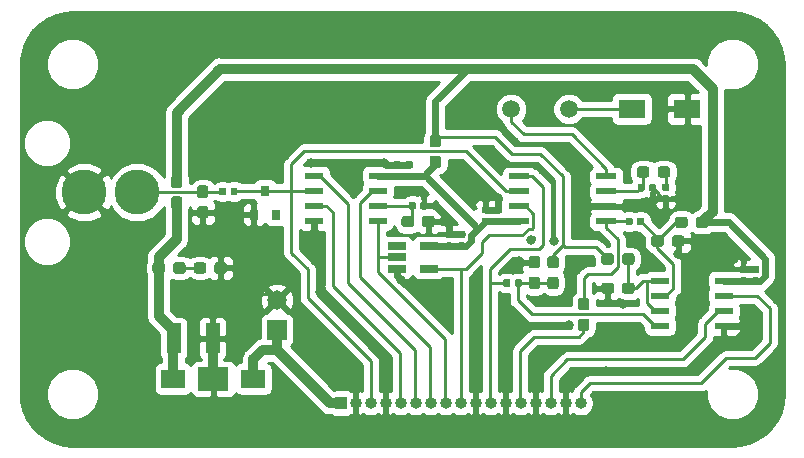
<source format=gtl>
%TF.GenerationSoftware,KiCad,Pcbnew,(5.0.0)*%
%TF.CreationDate,2019-04-05T20:44:03+13:00*%
%TF.ProjectId,VideoTimingBoard,566964656F54696D696E67426F617264,rev?*%
%TF.SameCoordinates,Original*%
%TF.FileFunction,Copper,L1,Top,Signal*%
%TF.FilePolarity,Positive*%
%FSLAX46Y46*%
G04 Gerber Fmt 4.6, Leading zero omitted, Abs format (unit mm)*
G04 Created by KiCad (PCBNEW (5.0.0)) date 04/05/19 20:44:03*
%MOMM*%
%LPD*%
G01*
G04 APERTURE LIST*
%ADD10R,1.560000X0.650000*%
%ADD11C,0.100000*%
%ADD12C,0.950000*%
%ADD13R,1.550000X0.600000*%
%ADD14O,1.000000X1.000000*%
%ADD15R,1.000000X1.000000*%
%ADD16C,0.590000*%
%ADD17R,2.000000X1.600000*%
%ADD18R,2.600000X2.000000*%
%ADD19R,1.750000X0.550000*%
%ADD20C,1.500000*%
%ADD21R,2.300000X1.600000*%
%ADD22C,1.651000*%
%ADD23R,1.651000X1.651000*%
%ADD24R,1.200000X2.500000*%
%ADD25R,0.800000X0.900000*%
%ADD26C,3.810000*%
%ADD27C,0.800000*%
%ADD28C,0.850000*%
%ADD29C,0.250000*%
%ADD30C,0.600000*%
%ADD31C,0.254000*%
G04 APERTURE END LIST*
D10*
X148289000Y-105603000D03*
X148289000Y-107503000D03*
X145589000Y-107503000D03*
X145589000Y-106553000D03*
X145589000Y-105603000D03*
D11*
G36*
X129229779Y-106968144D02*
X129252834Y-106971563D01*
X129275443Y-106977227D01*
X129297387Y-106985079D01*
X129318457Y-106995044D01*
X129338448Y-107007026D01*
X129357168Y-107020910D01*
X129374438Y-107036562D01*
X129390090Y-107053832D01*
X129403974Y-107072552D01*
X129415956Y-107092543D01*
X129425921Y-107113613D01*
X129433773Y-107135557D01*
X129439437Y-107158166D01*
X129442856Y-107181221D01*
X129444000Y-107204500D01*
X129444000Y-107679500D01*
X129442856Y-107702779D01*
X129439437Y-107725834D01*
X129433773Y-107748443D01*
X129425921Y-107770387D01*
X129415956Y-107791457D01*
X129403974Y-107811448D01*
X129390090Y-107830168D01*
X129374438Y-107847438D01*
X129357168Y-107863090D01*
X129338448Y-107876974D01*
X129318457Y-107888956D01*
X129297387Y-107898921D01*
X129275443Y-107906773D01*
X129252834Y-107912437D01*
X129229779Y-107915856D01*
X129206500Y-107917000D01*
X128631500Y-107917000D01*
X128608221Y-107915856D01*
X128585166Y-107912437D01*
X128562557Y-107906773D01*
X128540613Y-107898921D01*
X128519543Y-107888956D01*
X128499552Y-107876974D01*
X128480832Y-107863090D01*
X128463562Y-107847438D01*
X128447910Y-107830168D01*
X128434026Y-107811448D01*
X128422044Y-107791457D01*
X128412079Y-107770387D01*
X128404227Y-107748443D01*
X128398563Y-107725834D01*
X128395144Y-107702779D01*
X128394000Y-107679500D01*
X128394000Y-107204500D01*
X128395144Y-107181221D01*
X128398563Y-107158166D01*
X128404227Y-107135557D01*
X128412079Y-107113613D01*
X128422044Y-107092543D01*
X128434026Y-107072552D01*
X128447910Y-107053832D01*
X128463562Y-107036562D01*
X128480832Y-107020910D01*
X128499552Y-107007026D01*
X128519543Y-106995044D01*
X128540613Y-106985079D01*
X128562557Y-106977227D01*
X128585166Y-106971563D01*
X128608221Y-106968144D01*
X128631500Y-106967000D01*
X129206500Y-106967000D01*
X129229779Y-106968144D01*
X129229779Y-106968144D01*
G37*
D12*
X128919000Y-107442000D03*
D11*
G36*
X130979779Y-106968144D02*
X131002834Y-106971563D01*
X131025443Y-106977227D01*
X131047387Y-106985079D01*
X131068457Y-106995044D01*
X131088448Y-107007026D01*
X131107168Y-107020910D01*
X131124438Y-107036562D01*
X131140090Y-107053832D01*
X131153974Y-107072552D01*
X131165956Y-107092543D01*
X131175921Y-107113613D01*
X131183773Y-107135557D01*
X131189437Y-107158166D01*
X131192856Y-107181221D01*
X131194000Y-107204500D01*
X131194000Y-107679500D01*
X131192856Y-107702779D01*
X131189437Y-107725834D01*
X131183773Y-107748443D01*
X131175921Y-107770387D01*
X131165956Y-107791457D01*
X131153974Y-107811448D01*
X131140090Y-107830168D01*
X131124438Y-107847438D01*
X131107168Y-107863090D01*
X131088448Y-107876974D01*
X131068457Y-107888956D01*
X131047387Y-107898921D01*
X131025443Y-107906773D01*
X131002834Y-107912437D01*
X130979779Y-107915856D01*
X130956500Y-107917000D01*
X130381500Y-107917000D01*
X130358221Y-107915856D01*
X130335166Y-107912437D01*
X130312557Y-107906773D01*
X130290613Y-107898921D01*
X130269543Y-107888956D01*
X130249552Y-107876974D01*
X130230832Y-107863090D01*
X130213562Y-107847438D01*
X130197910Y-107830168D01*
X130184026Y-107811448D01*
X130172044Y-107791457D01*
X130162079Y-107770387D01*
X130154227Y-107748443D01*
X130148563Y-107725834D01*
X130145144Y-107702779D01*
X130144000Y-107679500D01*
X130144000Y-107204500D01*
X130145144Y-107181221D01*
X130148563Y-107158166D01*
X130154227Y-107135557D01*
X130162079Y-107113613D01*
X130172044Y-107092543D01*
X130184026Y-107072552D01*
X130197910Y-107053832D01*
X130213562Y-107036562D01*
X130230832Y-107020910D01*
X130249552Y-107007026D01*
X130269543Y-106995044D01*
X130290613Y-106985079D01*
X130312557Y-106977227D01*
X130335166Y-106971563D01*
X130358221Y-106968144D01*
X130381500Y-106967000D01*
X130956500Y-106967000D01*
X130979779Y-106968144D01*
X130979779Y-106968144D01*
G37*
D12*
X130669000Y-107442000D03*
D13*
X173286400Y-108534200D03*
X173286400Y-109804200D03*
X173286400Y-111074200D03*
X173286400Y-112344200D03*
X167886400Y-112344200D03*
X167886400Y-111074200D03*
X167886400Y-109804200D03*
X167886400Y-108534200D03*
D11*
G36*
X149104779Y-97926544D02*
X149127834Y-97929963D01*
X149150443Y-97935627D01*
X149172387Y-97943479D01*
X149193457Y-97953444D01*
X149213448Y-97965426D01*
X149232168Y-97979310D01*
X149249438Y-97994962D01*
X149265090Y-98012232D01*
X149278974Y-98030952D01*
X149290956Y-98050943D01*
X149300921Y-98072013D01*
X149308773Y-98093957D01*
X149314437Y-98116566D01*
X149317856Y-98139621D01*
X149319000Y-98162900D01*
X149319000Y-98737900D01*
X149317856Y-98761179D01*
X149314437Y-98784234D01*
X149308773Y-98806843D01*
X149300921Y-98828787D01*
X149290956Y-98849857D01*
X149278974Y-98869848D01*
X149265090Y-98888568D01*
X149249438Y-98905838D01*
X149232168Y-98921490D01*
X149213448Y-98935374D01*
X149193457Y-98947356D01*
X149172387Y-98957321D01*
X149150443Y-98965173D01*
X149127834Y-98970837D01*
X149104779Y-98974256D01*
X149081500Y-98975400D01*
X148606500Y-98975400D01*
X148583221Y-98974256D01*
X148560166Y-98970837D01*
X148537557Y-98965173D01*
X148515613Y-98957321D01*
X148494543Y-98947356D01*
X148474552Y-98935374D01*
X148455832Y-98921490D01*
X148438562Y-98905838D01*
X148422910Y-98888568D01*
X148409026Y-98869848D01*
X148397044Y-98849857D01*
X148387079Y-98828787D01*
X148379227Y-98806843D01*
X148373563Y-98784234D01*
X148370144Y-98761179D01*
X148369000Y-98737900D01*
X148369000Y-98162900D01*
X148370144Y-98139621D01*
X148373563Y-98116566D01*
X148379227Y-98093957D01*
X148387079Y-98072013D01*
X148397044Y-98050943D01*
X148409026Y-98030952D01*
X148422910Y-98012232D01*
X148438562Y-97994962D01*
X148455832Y-97979310D01*
X148474552Y-97965426D01*
X148494543Y-97953444D01*
X148515613Y-97943479D01*
X148537557Y-97935627D01*
X148560166Y-97929963D01*
X148583221Y-97926544D01*
X148606500Y-97925400D01*
X149081500Y-97925400D01*
X149104779Y-97926544D01*
X149104779Y-97926544D01*
G37*
D12*
X148844000Y-98450400D03*
D11*
G36*
X149104779Y-96176544D02*
X149127834Y-96179963D01*
X149150443Y-96185627D01*
X149172387Y-96193479D01*
X149193457Y-96203444D01*
X149213448Y-96215426D01*
X149232168Y-96229310D01*
X149249438Y-96244962D01*
X149265090Y-96262232D01*
X149278974Y-96280952D01*
X149290956Y-96300943D01*
X149300921Y-96322013D01*
X149308773Y-96343957D01*
X149314437Y-96366566D01*
X149317856Y-96389621D01*
X149319000Y-96412900D01*
X149319000Y-96987900D01*
X149317856Y-97011179D01*
X149314437Y-97034234D01*
X149308773Y-97056843D01*
X149300921Y-97078787D01*
X149290956Y-97099857D01*
X149278974Y-97119848D01*
X149265090Y-97138568D01*
X149249438Y-97155838D01*
X149232168Y-97171490D01*
X149213448Y-97185374D01*
X149193457Y-97197356D01*
X149172387Y-97207321D01*
X149150443Y-97215173D01*
X149127834Y-97220837D01*
X149104779Y-97224256D01*
X149081500Y-97225400D01*
X148606500Y-97225400D01*
X148583221Y-97224256D01*
X148560166Y-97220837D01*
X148537557Y-97215173D01*
X148515613Y-97207321D01*
X148494543Y-97197356D01*
X148474552Y-97185374D01*
X148455832Y-97171490D01*
X148438562Y-97155838D01*
X148422910Y-97138568D01*
X148409026Y-97119848D01*
X148397044Y-97099857D01*
X148387079Y-97078787D01*
X148379227Y-97056843D01*
X148373563Y-97034234D01*
X148370144Y-97011179D01*
X148369000Y-96987900D01*
X148369000Y-96412900D01*
X148370144Y-96389621D01*
X148373563Y-96366566D01*
X148379227Y-96343957D01*
X148387079Y-96322013D01*
X148397044Y-96300943D01*
X148409026Y-96280952D01*
X148422910Y-96262232D01*
X148438562Y-96244962D01*
X148455832Y-96229310D01*
X148474552Y-96215426D01*
X148494543Y-96203444D01*
X148515613Y-96193479D01*
X148537557Y-96185627D01*
X148560166Y-96179963D01*
X148583221Y-96176544D01*
X148606500Y-96175400D01*
X149081500Y-96175400D01*
X149104779Y-96176544D01*
X149104779Y-96176544D01*
G37*
D12*
X148844000Y-96700400D03*
D11*
G36*
X161677779Y-111730144D02*
X161700834Y-111733563D01*
X161723443Y-111739227D01*
X161745387Y-111747079D01*
X161766457Y-111757044D01*
X161786448Y-111769026D01*
X161805168Y-111782910D01*
X161822438Y-111798562D01*
X161838090Y-111815832D01*
X161851974Y-111834552D01*
X161863956Y-111854543D01*
X161873921Y-111875613D01*
X161881773Y-111897557D01*
X161887437Y-111920166D01*
X161890856Y-111943221D01*
X161892000Y-111966500D01*
X161892000Y-112541500D01*
X161890856Y-112564779D01*
X161887437Y-112587834D01*
X161881773Y-112610443D01*
X161873921Y-112632387D01*
X161863956Y-112653457D01*
X161851974Y-112673448D01*
X161838090Y-112692168D01*
X161822438Y-112709438D01*
X161805168Y-112725090D01*
X161786448Y-112738974D01*
X161766457Y-112750956D01*
X161745387Y-112760921D01*
X161723443Y-112768773D01*
X161700834Y-112774437D01*
X161677779Y-112777856D01*
X161654500Y-112779000D01*
X161179500Y-112779000D01*
X161156221Y-112777856D01*
X161133166Y-112774437D01*
X161110557Y-112768773D01*
X161088613Y-112760921D01*
X161067543Y-112750956D01*
X161047552Y-112738974D01*
X161028832Y-112725090D01*
X161011562Y-112709438D01*
X160995910Y-112692168D01*
X160982026Y-112673448D01*
X160970044Y-112653457D01*
X160960079Y-112632387D01*
X160952227Y-112610443D01*
X160946563Y-112587834D01*
X160943144Y-112564779D01*
X160942000Y-112541500D01*
X160942000Y-111966500D01*
X160943144Y-111943221D01*
X160946563Y-111920166D01*
X160952227Y-111897557D01*
X160960079Y-111875613D01*
X160970044Y-111854543D01*
X160982026Y-111834552D01*
X160995910Y-111815832D01*
X161011562Y-111798562D01*
X161028832Y-111782910D01*
X161047552Y-111769026D01*
X161067543Y-111757044D01*
X161088613Y-111747079D01*
X161110557Y-111739227D01*
X161133166Y-111733563D01*
X161156221Y-111730144D01*
X161179500Y-111729000D01*
X161654500Y-111729000D01*
X161677779Y-111730144D01*
X161677779Y-111730144D01*
G37*
D12*
X161417000Y-112254000D03*
D11*
G36*
X161677779Y-109980144D02*
X161700834Y-109983563D01*
X161723443Y-109989227D01*
X161745387Y-109997079D01*
X161766457Y-110007044D01*
X161786448Y-110019026D01*
X161805168Y-110032910D01*
X161822438Y-110048562D01*
X161838090Y-110065832D01*
X161851974Y-110084552D01*
X161863956Y-110104543D01*
X161873921Y-110125613D01*
X161881773Y-110147557D01*
X161887437Y-110170166D01*
X161890856Y-110193221D01*
X161892000Y-110216500D01*
X161892000Y-110791500D01*
X161890856Y-110814779D01*
X161887437Y-110837834D01*
X161881773Y-110860443D01*
X161873921Y-110882387D01*
X161863956Y-110903457D01*
X161851974Y-110923448D01*
X161838090Y-110942168D01*
X161822438Y-110959438D01*
X161805168Y-110975090D01*
X161786448Y-110988974D01*
X161766457Y-111000956D01*
X161745387Y-111010921D01*
X161723443Y-111018773D01*
X161700834Y-111024437D01*
X161677779Y-111027856D01*
X161654500Y-111029000D01*
X161179500Y-111029000D01*
X161156221Y-111027856D01*
X161133166Y-111024437D01*
X161110557Y-111018773D01*
X161088613Y-111010921D01*
X161067543Y-111000956D01*
X161047552Y-110988974D01*
X161028832Y-110975090D01*
X161011562Y-110959438D01*
X160995910Y-110942168D01*
X160982026Y-110923448D01*
X160970044Y-110903457D01*
X160960079Y-110882387D01*
X160952227Y-110860443D01*
X160946563Y-110837834D01*
X160943144Y-110814779D01*
X160942000Y-110791500D01*
X160942000Y-110216500D01*
X160943144Y-110193221D01*
X160946563Y-110170166D01*
X160952227Y-110147557D01*
X160960079Y-110125613D01*
X160970044Y-110104543D01*
X160982026Y-110084552D01*
X160995910Y-110065832D01*
X161011562Y-110048562D01*
X161028832Y-110032910D01*
X161047552Y-110019026D01*
X161067543Y-110007044D01*
X161088613Y-109997079D01*
X161110557Y-109989227D01*
X161133166Y-109983563D01*
X161156221Y-109980144D01*
X161179500Y-109979000D01*
X161654500Y-109979000D01*
X161677779Y-109980144D01*
X161677779Y-109980144D01*
G37*
D12*
X161417000Y-110504000D03*
D14*
X161163000Y-118872000D03*
X159893000Y-118872000D03*
X158623000Y-118872000D03*
X157353000Y-118872000D03*
X156083000Y-118872000D03*
X154813000Y-118872000D03*
X153543000Y-118872000D03*
X152273000Y-118872000D03*
X151003000Y-118872000D03*
X149733000Y-118872000D03*
X148463000Y-118872000D03*
X147193000Y-118872000D03*
X145923000Y-118872000D03*
X144653000Y-118872000D03*
X143383000Y-118872000D03*
X142113000Y-118872000D03*
D15*
X140843000Y-118872000D03*
D11*
G36*
X168525458Y-101282710D02*
X168539776Y-101284834D01*
X168553817Y-101288351D01*
X168567446Y-101293228D01*
X168580531Y-101299417D01*
X168592947Y-101306858D01*
X168604573Y-101315481D01*
X168615298Y-101325202D01*
X168625019Y-101335927D01*
X168633642Y-101347553D01*
X168641083Y-101359969D01*
X168647272Y-101373054D01*
X168652149Y-101386683D01*
X168655666Y-101400724D01*
X168657790Y-101415042D01*
X168658500Y-101429500D01*
X168658500Y-101724500D01*
X168657790Y-101738958D01*
X168655666Y-101753276D01*
X168652149Y-101767317D01*
X168647272Y-101780946D01*
X168641083Y-101794031D01*
X168633642Y-101806447D01*
X168625019Y-101818073D01*
X168615298Y-101828798D01*
X168604573Y-101838519D01*
X168592947Y-101847142D01*
X168580531Y-101854583D01*
X168567446Y-101860772D01*
X168553817Y-101865649D01*
X168539776Y-101869166D01*
X168525458Y-101871290D01*
X168511000Y-101872000D01*
X168166000Y-101872000D01*
X168151542Y-101871290D01*
X168137224Y-101869166D01*
X168123183Y-101865649D01*
X168109554Y-101860772D01*
X168096469Y-101854583D01*
X168084053Y-101847142D01*
X168072427Y-101838519D01*
X168061702Y-101828798D01*
X168051981Y-101818073D01*
X168043358Y-101806447D01*
X168035917Y-101794031D01*
X168029728Y-101780946D01*
X168024851Y-101767317D01*
X168021334Y-101753276D01*
X168019210Y-101738958D01*
X168018500Y-101724500D01*
X168018500Y-101429500D01*
X168019210Y-101415042D01*
X168021334Y-101400724D01*
X168024851Y-101386683D01*
X168029728Y-101373054D01*
X168035917Y-101359969D01*
X168043358Y-101347553D01*
X168051981Y-101335927D01*
X168061702Y-101325202D01*
X168072427Y-101315481D01*
X168084053Y-101306858D01*
X168096469Y-101299417D01*
X168109554Y-101293228D01*
X168123183Y-101288351D01*
X168137224Y-101284834D01*
X168151542Y-101282710D01*
X168166000Y-101282000D01*
X168511000Y-101282000D01*
X168525458Y-101282710D01*
X168525458Y-101282710D01*
G37*
D16*
X168338500Y-101577000D03*
D11*
G36*
X168525458Y-100312710D02*
X168539776Y-100314834D01*
X168553817Y-100318351D01*
X168567446Y-100323228D01*
X168580531Y-100329417D01*
X168592947Y-100336858D01*
X168604573Y-100345481D01*
X168615298Y-100355202D01*
X168625019Y-100365927D01*
X168633642Y-100377553D01*
X168641083Y-100389969D01*
X168647272Y-100403054D01*
X168652149Y-100416683D01*
X168655666Y-100430724D01*
X168657790Y-100445042D01*
X168658500Y-100459500D01*
X168658500Y-100754500D01*
X168657790Y-100768958D01*
X168655666Y-100783276D01*
X168652149Y-100797317D01*
X168647272Y-100810946D01*
X168641083Y-100824031D01*
X168633642Y-100836447D01*
X168625019Y-100848073D01*
X168615298Y-100858798D01*
X168604573Y-100868519D01*
X168592947Y-100877142D01*
X168580531Y-100884583D01*
X168567446Y-100890772D01*
X168553817Y-100895649D01*
X168539776Y-100899166D01*
X168525458Y-100901290D01*
X168511000Y-100902000D01*
X168166000Y-100902000D01*
X168151542Y-100901290D01*
X168137224Y-100899166D01*
X168123183Y-100895649D01*
X168109554Y-100890772D01*
X168096469Y-100884583D01*
X168084053Y-100877142D01*
X168072427Y-100868519D01*
X168061702Y-100858798D01*
X168051981Y-100848073D01*
X168043358Y-100836447D01*
X168035917Y-100824031D01*
X168029728Y-100810946D01*
X168024851Y-100797317D01*
X168021334Y-100783276D01*
X168019210Y-100768958D01*
X168018500Y-100754500D01*
X168018500Y-100459500D01*
X168019210Y-100445042D01*
X168021334Y-100430724D01*
X168024851Y-100416683D01*
X168029728Y-100403054D01*
X168035917Y-100389969D01*
X168043358Y-100377553D01*
X168051981Y-100365927D01*
X168061702Y-100355202D01*
X168072427Y-100345481D01*
X168084053Y-100336858D01*
X168096469Y-100329417D01*
X168109554Y-100323228D01*
X168123183Y-100318351D01*
X168137224Y-100314834D01*
X168151542Y-100312710D01*
X168166000Y-100312000D01*
X168511000Y-100312000D01*
X168525458Y-100312710D01*
X168525458Y-100312710D01*
G37*
D16*
X168338500Y-100607000D03*
D11*
G36*
X166381958Y-103185710D02*
X166396276Y-103187834D01*
X166410317Y-103191351D01*
X166423946Y-103196228D01*
X166437031Y-103202417D01*
X166449447Y-103209858D01*
X166461073Y-103218481D01*
X166471798Y-103228202D01*
X166481519Y-103238927D01*
X166490142Y-103250553D01*
X166497583Y-103262969D01*
X166503772Y-103276054D01*
X166508649Y-103289683D01*
X166512166Y-103303724D01*
X166514290Y-103318042D01*
X166515000Y-103332500D01*
X166515000Y-103677500D01*
X166514290Y-103691958D01*
X166512166Y-103706276D01*
X166508649Y-103720317D01*
X166503772Y-103733946D01*
X166497583Y-103747031D01*
X166490142Y-103759447D01*
X166481519Y-103771073D01*
X166471798Y-103781798D01*
X166461073Y-103791519D01*
X166449447Y-103800142D01*
X166437031Y-103807583D01*
X166423946Y-103813772D01*
X166410317Y-103818649D01*
X166396276Y-103822166D01*
X166381958Y-103824290D01*
X166367500Y-103825000D01*
X166072500Y-103825000D01*
X166058042Y-103824290D01*
X166043724Y-103822166D01*
X166029683Y-103818649D01*
X166016054Y-103813772D01*
X166002969Y-103807583D01*
X165990553Y-103800142D01*
X165978927Y-103791519D01*
X165968202Y-103781798D01*
X165958481Y-103771073D01*
X165949858Y-103759447D01*
X165942417Y-103747031D01*
X165936228Y-103733946D01*
X165931351Y-103720317D01*
X165927834Y-103706276D01*
X165925710Y-103691958D01*
X165925000Y-103677500D01*
X165925000Y-103332500D01*
X165925710Y-103318042D01*
X165927834Y-103303724D01*
X165931351Y-103289683D01*
X165936228Y-103276054D01*
X165942417Y-103262969D01*
X165949858Y-103250553D01*
X165958481Y-103238927D01*
X165968202Y-103228202D01*
X165978927Y-103218481D01*
X165990553Y-103209858D01*
X166002969Y-103202417D01*
X166016054Y-103196228D01*
X166029683Y-103191351D01*
X166043724Y-103187834D01*
X166058042Y-103185710D01*
X166072500Y-103185000D01*
X166367500Y-103185000D01*
X166381958Y-103185710D01*
X166381958Y-103185710D01*
G37*
D16*
X166220000Y-103505000D03*
D11*
G36*
X165411958Y-103185710D02*
X165426276Y-103187834D01*
X165440317Y-103191351D01*
X165453946Y-103196228D01*
X165467031Y-103202417D01*
X165479447Y-103209858D01*
X165491073Y-103218481D01*
X165501798Y-103228202D01*
X165511519Y-103238927D01*
X165520142Y-103250553D01*
X165527583Y-103262969D01*
X165533772Y-103276054D01*
X165538649Y-103289683D01*
X165542166Y-103303724D01*
X165544290Y-103318042D01*
X165545000Y-103332500D01*
X165545000Y-103677500D01*
X165544290Y-103691958D01*
X165542166Y-103706276D01*
X165538649Y-103720317D01*
X165533772Y-103733946D01*
X165527583Y-103747031D01*
X165520142Y-103759447D01*
X165511519Y-103771073D01*
X165501798Y-103781798D01*
X165491073Y-103791519D01*
X165479447Y-103800142D01*
X165467031Y-103807583D01*
X165453946Y-103813772D01*
X165440317Y-103818649D01*
X165426276Y-103822166D01*
X165411958Y-103824290D01*
X165397500Y-103825000D01*
X165102500Y-103825000D01*
X165088042Y-103824290D01*
X165073724Y-103822166D01*
X165059683Y-103818649D01*
X165046054Y-103813772D01*
X165032969Y-103807583D01*
X165020553Y-103800142D01*
X165008927Y-103791519D01*
X164998202Y-103781798D01*
X164988481Y-103771073D01*
X164979858Y-103759447D01*
X164972417Y-103747031D01*
X164966228Y-103733946D01*
X164961351Y-103720317D01*
X164957834Y-103706276D01*
X164955710Y-103691958D01*
X164955000Y-103677500D01*
X164955000Y-103332500D01*
X164955710Y-103318042D01*
X164957834Y-103303724D01*
X164961351Y-103289683D01*
X164966228Y-103276054D01*
X164972417Y-103262969D01*
X164979858Y-103250553D01*
X164988481Y-103238927D01*
X164998202Y-103228202D01*
X165008927Y-103218481D01*
X165020553Y-103209858D01*
X165032969Y-103202417D01*
X165046054Y-103196228D01*
X165059683Y-103191351D01*
X165073724Y-103187834D01*
X165088042Y-103185710D01*
X165102500Y-103185000D01*
X165397500Y-103185000D01*
X165411958Y-103185710D01*
X165411958Y-103185710D01*
G37*
D16*
X165250000Y-103505000D03*
D11*
G36*
X156031458Y-108392710D02*
X156045776Y-108394834D01*
X156059817Y-108398351D01*
X156073446Y-108403228D01*
X156086531Y-108409417D01*
X156098947Y-108416858D01*
X156110573Y-108425481D01*
X156121298Y-108435202D01*
X156131019Y-108445927D01*
X156139642Y-108457553D01*
X156147083Y-108469969D01*
X156153272Y-108483054D01*
X156158149Y-108496683D01*
X156161666Y-108510724D01*
X156163790Y-108525042D01*
X156164500Y-108539500D01*
X156164500Y-108884500D01*
X156163790Y-108898958D01*
X156161666Y-108913276D01*
X156158149Y-108927317D01*
X156153272Y-108940946D01*
X156147083Y-108954031D01*
X156139642Y-108966447D01*
X156131019Y-108978073D01*
X156121298Y-108988798D01*
X156110573Y-108998519D01*
X156098947Y-109007142D01*
X156086531Y-109014583D01*
X156073446Y-109020772D01*
X156059817Y-109025649D01*
X156045776Y-109029166D01*
X156031458Y-109031290D01*
X156017000Y-109032000D01*
X155722000Y-109032000D01*
X155707542Y-109031290D01*
X155693224Y-109029166D01*
X155679183Y-109025649D01*
X155665554Y-109020772D01*
X155652469Y-109014583D01*
X155640053Y-109007142D01*
X155628427Y-108998519D01*
X155617702Y-108988798D01*
X155607981Y-108978073D01*
X155599358Y-108966447D01*
X155591917Y-108954031D01*
X155585728Y-108940946D01*
X155580851Y-108927317D01*
X155577334Y-108913276D01*
X155575210Y-108898958D01*
X155574500Y-108884500D01*
X155574500Y-108539500D01*
X155575210Y-108525042D01*
X155577334Y-108510724D01*
X155580851Y-108496683D01*
X155585728Y-108483054D01*
X155591917Y-108469969D01*
X155599358Y-108457553D01*
X155607981Y-108445927D01*
X155617702Y-108435202D01*
X155628427Y-108425481D01*
X155640053Y-108416858D01*
X155652469Y-108409417D01*
X155665554Y-108403228D01*
X155679183Y-108398351D01*
X155693224Y-108394834D01*
X155707542Y-108392710D01*
X155722000Y-108392000D01*
X156017000Y-108392000D01*
X156031458Y-108392710D01*
X156031458Y-108392710D01*
G37*
D16*
X155869500Y-108712000D03*
D11*
G36*
X155061458Y-108392710D02*
X155075776Y-108394834D01*
X155089817Y-108398351D01*
X155103446Y-108403228D01*
X155116531Y-108409417D01*
X155128947Y-108416858D01*
X155140573Y-108425481D01*
X155151298Y-108435202D01*
X155161019Y-108445927D01*
X155169642Y-108457553D01*
X155177083Y-108469969D01*
X155183272Y-108483054D01*
X155188149Y-108496683D01*
X155191666Y-108510724D01*
X155193790Y-108525042D01*
X155194500Y-108539500D01*
X155194500Y-108884500D01*
X155193790Y-108898958D01*
X155191666Y-108913276D01*
X155188149Y-108927317D01*
X155183272Y-108940946D01*
X155177083Y-108954031D01*
X155169642Y-108966447D01*
X155161019Y-108978073D01*
X155151298Y-108988798D01*
X155140573Y-108998519D01*
X155128947Y-109007142D01*
X155116531Y-109014583D01*
X155103446Y-109020772D01*
X155089817Y-109025649D01*
X155075776Y-109029166D01*
X155061458Y-109031290D01*
X155047000Y-109032000D01*
X154752000Y-109032000D01*
X154737542Y-109031290D01*
X154723224Y-109029166D01*
X154709183Y-109025649D01*
X154695554Y-109020772D01*
X154682469Y-109014583D01*
X154670053Y-109007142D01*
X154658427Y-108998519D01*
X154647702Y-108988798D01*
X154637981Y-108978073D01*
X154629358Y-108966447D01*
X154621917Y-108954031D01*
X154615728Y-108940946D01*
X154610851Y-108927317D01*
X154607334Y-108913276D01*
X154605210Y-108898958D01*
X154604500Y-108884500D01*
X154604500Y-108539500D01*
X154605210Y-108525042D01*
X154607334Y-108510724D01*
X154610851Y-108496683D01*
X154615728Y-108483054D01*
X154621917Y-108469969D01*
X154629358Y-108457553D01*
X154637981Y-108445927D01*
X154647702Y-108435202D01*
X154658427Y-108425481D01*
X154670053Y-108416858D01*
X154682469Y-108409417D01*
X154695554Y-108403228D01*
X154709183Y-108398351D01*
X154723224Y-108394834D01*
X154737542Y-108392710D01*
X154752000Y-108392000D01*
X155047000Y-108392000D01*
X155061458Y-108392710D01*
X155061458Y-108392710D01*
G37*
D16*
X154899500Y-108712000D03*
D11*
G36*
X146808458Y-98407710D02*
X146822776Y-98409834D01*
X146836817Y-98413351D01*
X146850446Y-98418228D01*
X146863531Y-98424417D01*
X146875947Y-98431858D01*
X146887573Y-98440481D01*
X146898298Y-98450202D01*
X146908019Y-98460927D01*
X146916642Y-98472553D01*
X146924083Y-98484969D01*
X146930272Y-98498054D01*
X146935149Y-98511683D01*
X146938666Y-98525724D01*
X146940790Y-98540042D01*
X146941500Y-98554500D01*
X146941500Y-98849500D01*
X146940790Y-98863958D01*
X146938666Y-98878276D01*
X146935149Y-98892317D01*
X146930272Y-98905946D01*
X146924083Y-98919031D01*
X146916642Y-98931447D01*
X146908019Y-98943073D01*
X146898298Y-98953798D01*
X146887573Y-98963519D01*
X146875947Y-98972142D01*
X146863531Y-98979583D01*
X146850446Y-98985772D01*
X146836817Y-98990649D01*
X146822776Y-98994166D01*
X146808458Y-98996290D01*
X146794000Y-98997000D01*
X146449000Y-98997000D01*
X146434542Y-98996290D01*
X146420224Y-98994166D01*
X146406183Y-98990649D01*
X146392554Y-98985772D01*
X146379469Y-98979583D01*
X146367053Y-98972142D01*
X146355427Y-98963519D01*
X146344702Y-98953798D01*
X146334981Y-98943073D01*
X146326358Y-98931447D01*
X146318917Y-98919031D01*
X146312728Y-98905946D01*
X146307851Y-98892317D01*
X146304334Y-98878276D01*
X146302210Y-98863958D01*
X146301500Y-98849500D01*
X146301500Y-98554500D01*
X146302210Y-98540042D01*
X146304334Y-98525724D01*
X146307851Y-98511683D01*
X146312728Y-98498054D01*
X146318917Y-98484969D01*
X146326358Y-98472553D01*
X146334981Y-98460927D01*
X146344702Y-98450202D01*
X146355427Y-98440481D01*
X146367053Y-98431858D01*
X146379469Y-98424417D01*
X146392554Y-98418228D01*
X146406183Y-98413351D01*
X146420224Y-98409834D01*
X146434542Y-98407710D01*
X146449000Y-98407000D01*
X146794000Y-98407000D01*
X146808458Y-98407710D01*
X146808458Y-98407710D01*
G37*
D16*
X146621500Y-98702000D03*
D11*
G36*
X146808458Y-99377710D02*
X146822776Y-99379834D01*
X146836817Y-99383351D01*
X146850446Y-99388228D01*
X146863531Y-99394417D01*
X146875947Y-99401858D01*
X146887573Y-99410481D01*
X146898298Y-99420202D01*
X146908019Y-99430927D01*
X146916642Y-99442553D01*
X146924083Y-99454969D01*
X146930272Y-99468054D01*
X146935149Y-99481683D01*
X146938666Y-99495724D01*
X146940790Y-99510042D01*
X146941500Y-99524500D01*
X146941500Y-99819500D01*
X146940790Y-99833958D01*
X146938666Y-99848276D01*
X146935149Y-99862317D01*
X146930272Y-99875946D01*
X146924083Y-99889031D01*
X146916642Y-99901447D01*
X146908019Y-99913073D01*
X146898298Y-99923798D01*
X146887573Y-99933519D01*
X146875947Y-99942142D01*
X146863531Y-99949583D01*
X146850446Y-99955772D01*
X146836817Y-99960649D01*
X146822776Y-99964166D01*
X146808458Y-99966290D01*
X146794000Y-99967000D01*
X146449000Y-99967000D01*
X146434542Y-99966290D01*
X146420224Y-99964166D01*
X146406183Y-99960649D01*
X146392554Y-99955772D01*
X146379469Y-99949583D01*
X146367053Y-99942142D01*
X146355427Y-99933519D01*
X146344702Y-99923798D01*
X146334981Y-99913073D01*
X146326358Y-99901447D01*
X146318917Y-99889031D01*
X146312728Y-99875946D01*
X146307851Y-99862317D01*
X146304334Y-99848276D01*
X146302210Y-99833958D01*
X146301500Y-99819500D01*
X146301500Y-99524500D01*
X146302210Y-99510042D01*
X146304334Y-99495724D01*
X146307851Y-99481683D01*
X146312728Y-99468054D01*
X146318917Y-99454969D01*
X146326358Y-99442553D01*
X146334981Y-99430927D01*
X146344702Y-99420202D01*
X146355427Y-99410481D01*
X146367053Y-99401858D01*
X146379469Y-99394417D01*
X146392554Y-99388228D01*
X146406183Y-99383351D01*
X146420224Y-99379834D01*
X146434542Y-99377710D01*
X146449000Y-99377000D01*
X146794000Y-99377000D01*
X146808458Y-99377710D01*
X146808458Y-99377710D01*
G37*
D16*
X146621500Y-99672000D03*
D11*
G36*
X145792458Y-98407710D02*
X145806776Y-98409834D01*
X145820817Y-98413351D01*
X145834446Y-98418228D01*
X145847531Y-98424417D01*
X145859947Y-98431858D01*
X145871573Y-98440481D01*
X145882298Y-98450202D01*
X145892019Y-98460927D01*
X145900642Y-98472553D01*
X145908083Y-98484969D01*
X145914272Y-98498054D01*
X145919149Y-98511683D01*
X145922666Y-98525724D01*
X145924790Y-98540042D01*
X145925500Y-98554500D01*
X145925500Y-98849500D01*
X145924790Y-98863958D01*
X145922666Y-98878276D01*
X145919149Y-98892317D01*
X145914272Y-98905946D01*
X145908083Y-98919031D01*
X145900642Y-98931447D01*
X145892019Y-98943073D01*
X145882298Y-98953798D01*
X145871573Y-98963519D01*
X145859947Y-98972142D01*
X145847531Y-98979583D01*
X145834446Y-98985772D01*
X145820817Y-98990649D01*
X145806776Y-98994166D01*
X145792458Y-98996290D01*
X145778000Y-98997000D01*
X145433000Y-98997000D01*
X145418542Y-98996290D01*
X145404224Y-98994166D01*
X145390183Y-98990649D01*
X145376554Y-98985772D01*
X145363469Y-98979583D01*
X145351053Y-98972142D01*
X145339427Y-98963519D01*
X145328702Y-98953798D01*
X145318981Y-98943073D01*
X145310358Y-98931447D01*
X145302917Y-98919031D01*
X145296728Y-98905946D01*
X145291851Y-98892317D01*
X145288334Y-98878276D01*
X145286210Y-98863958D01*
X145285500Y-98849500D01*
X145285500Y-98554500D01*
X145286210Y-98540042D01*
X145288334Y-98525724D01*
X145291851Y-98511683D01*
X145296728Y-98498054D01*
X145302917Y-98484969D01*
X145310358Y-98472553D01*
X145318981Y-98460927D01*
X145328702Y-98450202D01*
X145339427Y-98440481D01*
X145351053Y-98431858D01*
X145363469Y-98424417D01*
X145376554Y-98418228D01*
X145390183Y-98413351D01*
X145404224Y-98409834D01*
X145418542Y-98407710D01*
X145433000Y-98407000D01*
X145778000Y-98407000D01*
X145792458Y-98407710D01*
X145792458Y-98407710D01*
G37*
D16*
X145605500Y-98702000D03*
D11*
G36*
X145792458Y-99377710D02*
X145806776Y-99379834D01*
X145820817Y-99383351D01*
X145834446Y-99388228D01*
X145847531Y-99394417D01*
X145859947Y-99401858D01*
X145871573Y-99410481D01*
X145882298Y-99420202D01*
X145892019Y-99430927D01*
X145900642Y-99442553D01*
X145908083Y-99454969D01*
X145914272Y-99468054D01*
X145919149Y-99481683D01*
X145922666Y-99495724D01*
X145924790Y-99510042D01*
X145925500Y-99524500D01*
X145925500Y-99819500D01*
X145924790Y-99833958D01*
X145922666Y-99848276D01*
X145919149Y-99862317D01*
X145914272Y-99875946D01*
X145908083Y-99889031D01*
X145900642Y-99901447D01*
X145892019Y-99913073D01*
X145882298Y-99923798D01*
X145871573Y-99933519D01*
X145859947Y-99942142D01*
X145847531Y-99949583D01*
X145834446Y-99955772D01*
X145820817Y-99960649D01*
X145806776Y-99964166D01*
X145792458Y-99966290D01*
X145778000Y-99967000D01*
X145433000Y-99967000D01*
X145418542Y-99966290D01*
X145404224Y-99964166D01*
X145390183Y-99960649D01*
X145376554Y-99955772D01*
X145363469Y-99949583D01*
X145351053Y-99942142D01*
X145339427Y-99933519D01*
X145328702Y-99923798D01*
X145318981Y-99913073D01*
X145310358Y-99901447D01*
X145302917Y-99889031D01*
X145296728Y-99875946D01*
X145291851Y-99862317D01*
X145288334Y-99848276D01*
X145286210Y-99833958D01*
X145285500Y-99819500D01*
X145285500Y-99524500D01*
X145286210Y-99510042D01*
X145288334Y-99495724D01*
X145291851Y-99481683D01*
X145296728Y-99468054D01*
X145302917Y-99454969D01*
X145310358Y-99442553D01*
X145318981Y-99430927D01*
X145328702Y-99420202D01*
X145339427Y-99410481D01*
X145351053Y-99401858D01*
X145363469Y-99394417D01*
X145376554Y-99388228D01*
X145390183Y-99383351D01*
X145404224Y-99379834D01*
X145418542Y-99377710D01*
X145433000Y-99377000D01*
X145778000Y-99377000D01*
X145792458Y-99377710D01*
X145792458Y-99377710D01*
G37*
D16*
X145605500Y-99672000D03*
D11*
G36*
X150173958Y-104313210D02*
X150188276Y-104315334D01*
X150202317Y-104318851D01*
X150215946Y-104323728D01*
X150229031Y-104329917D01*
X150241447Y-104337358D01*
X150253073Y-104345981D01*
X150263798Y-104355702D01*
X150273519Y-104366427D01*
X150282142Y-104378053D01*
X150289583Y-104390469D01*
X150295772Y-104403554D01*
X150300649Y-104417183D01*
X150304166Y-104431224D01*
X150306290Y-104445542D01*
X150307000Y-104460000D01*
X150307000Y-104755000D01*
X150306290Y-104769458D01*
X150304166Y-104783776D01*
X150300649Y-104797817D01*
X150295772Y-104811446D01*
X150289583Y-104824531D01*
X150282142Y-104836947D01*
X150273519Y-104848573D01*
X150263798Y-104859298D01*
X150253073Y-104869019D01*
X150241447Y-104877642D01*
X150229031Y-104885083D01*
X150215946Y-104891272D01*
X150202317Y-104896149D01*
X150188276Y-104899666D01*
X150173958Y-104901790D01*
X150159500Y-104902500D01*
X149814500Y-104902500D01*
X149800042Y-104901790D01*
X149785724Y-104899666D01*
X149771683Y-104896149D01*
X149758054Y-104891272D01*
X149744969Y-104885083D01*
X149732553Y-104877642D01*
X149720927Y-104869019D01*
X149710202Y-104859298D01*
X149700481Y-104848573D01*
X149691858Y-104836947D01*
X149684417Y-104824531D01*
X149678228Y-104811446D01*
X149673351Y-104797817D01*
X149669834Y-104783776D01*
X149667710Y-104769458D01*
X149667000Y-104755000D01*
X149667000Y-104460000D01*
X149667710Y-104445542D01*
X149669834Y-104431224D01*
X149673351Y-104417183D01*
X149678228Y-104403554D01*
X149684417Y-104390469D01*
X149691858Y-104378053D01*
X149700481Y-104366427D01*
X149710202Y-104355702D01*
X149720927Y-104345981D01*
X149732553Y-104337358D01*
X149744969Y-104329917D01*
X149758054Y-104323728D01*
X149771683Y-104318851D01*
X149785724Y-104315334D01*
X149800042Y-104313210D01*
X149814500Y-104312500D01*
X150159500Y-104312500D01*
X150173958Y-104313210D01*
X150173958Y-104313210D01*
G37*
D16*
X149987000Y-104607500D03*
D11*
G36*
X150173958Y-105283210D02*
X150188276Y-105285334D01*
X150202317Y-105288851D01*
X150215946Y-105293728D01*
X150229031Y-105299917D01*
X150241447Y-105307358D01*
X150253073Y-105315981D01*
X150263798Y-105325702D01*
X150273519Y-105336427D01*
X150282142Y-105348053D01*
X150289583Y-105360469D01*
X150295772Y-105373554D01*
X150300649Y-105387183D01*
X150304166Y-105401224D01*
X150306290Y-105415542D01*
X150307000Y-105430000D01*
X150307000Y-105725000D01*
X150306290Y-105739458D01*
X150304166Y-105753776D01*
X150300649Y-105767817D01*
X150295772Y-105781446D01*
X150289583Y-105794531D01*
X150282142Y-105806947D01*
X150273519Y-105818573D01*
X150263798Y-105829298D01*
X150253073Y-105839019D01*
X150241447Y-105847642D01*
X150229031Y-105855083D01*
X150215946Y-105861272D01*
X150202317Y-105866149D01*
X150188276Y-105869666D01*
X150173958Y-105871790D01*
X150159500Y-105872500D01*
X149814500Y-105872500D01*
X149800042Y-105871790D01*
X149785724Y-105869666D01*
X149771683Y-105866149D01*
X149758054Y-105861272D01*
X149744969Y-105855083D01*
X149732553Y-105847642D01*
X149720927Y-105839019D01*
X149710202Y-105829298D01*
X149700481Y-105818573D01*
X149691858Y-105806947D01*
X149684417Y-105794531D01*
X149678228Y-105781446D01*
X149673351Y-105767817D01*
X149669834Y-105753776D01*
X149667710Y-105739458D01*
X149667000Y-105725000D01*
X149667000Y-105430000D01*
X149667710Y-105415542D01*
X149669834Y-105401224D01*
X149673351Y-105387183D01*
X149678228Y-105373554D01*
X149684417Y-105360469D01*
X149691858Y-105348053D01*
X149700481Y-105336427D01*
X149710202Y-105325702D01*
X149720927Y-105315981D01*
X149732553Y-105307358D01*
X149744969Y-105299917D01*
X149758054Y-105293728D01*
X149771683Y-105288851D01*
X149785724Y-105285334D01*
X149800042Y-105283210D01*
X149814500Y-105282500D01*
X150159500Y-105282500D01*
X150173958Y-105283210D01*
X150173958Y-105283210D01*
G37*
D16*
X149987000Y-105577500D03*
D11*
G36*
X176132758Y-108242310D02*
X176147076Y-108244434D01*
X176161117Y-108247951D01*
X176174746Y-108252828D01*
X176187831Y-108259017D01*
X176200247Y-108266458D01*
X176211873Y-108275081D01*
X176222598Y-108284802D01*
X176232319Y-108295527D01*
X176240942Y-108307153D01*
X176248383Y-108319569D01*
X176254572Y-108332654D01*
X176259449Y-108346283D01*
X176262966Y-108360324D01*
X176265090Y-108374642D01*
X176265800Y-108389100D01*
X176265800Y-108684100D01*
X176265090Y-108698558D01*
X176262966Y-108712876D01*
X176259449Y-108726917D01*
X176254572Y-108740546D01*
X176248383Y-108753631D01*
X176240942Y-108766047D01*
X176232319Y-108777673D01*
X176222598Y-108788398D01*
X176211873Y-108798119D01*
X176200247Y-108806742D01*
X176187831Y-108814183D01*
X176174746Y-108820372D01*
X176161117Y-108825249D01*
X176147076Y-108828766D01*
X176132758Y-108830890D01*
X176118300Y-108831600D01*
X175773300Y-108831600D01*
X175758842Y-108830890D01*
X175744524Y-108828766D01*
X175730483Y-108825249D01*
X175716854Y-108820372D01*
X175703769Y-108814183D01*
X175691353Y-108806742D01*
X175679727Y-108798119D01*
X175669002Y-108788398D01*
X175659281Y-108777673D01*
X175650658Y-108766047D01*
X175643217Y-108753631D01*
X175637028Y-108740546D01*
X175632151Y-108726917D01*
X175628634Y-108712876D01*
X175626510Y-108698558D01*
X175625800Y-108684100D01*
X175625800Y-108389100D01*
X175626510Y-108374642D01*
X175628634Y-108360324D01*
X175632151Y-108346283D01*
X175637028Y-108332654D01*
X175643217Y-108319569D01*
X175650658Y-108307153D01*
X175659281Y-108295527D01*
X175669002Y-108284802D01*
X175679727Y-108275081D01*
X175691353Y-108266458D01*
X175703769Y-108259017D01*
X175716854Y-108252828D01*
X175730483Y-108247951D01*
X175744524Y-108244434D01*
X175758842Y-108242310D01*
X175773300Y-108241600D01*
X176118300Y-108241600D01*
X176132758Y-108242310D01*
X176132758Y-108242310D01*
G37*
D16*
X175945800Y-108536600D03*
D11*
G36*
X176132758Y-107272310D02*
X176147076Y-107274434D01*
X176161117Y-107277951D01*
X176174746Y-107282828D01*
X176187831Y-107289017D01*
X176200247Y-107296458D01*
X176211873Y-107305081D01*
X176222598Y-107314802D01*
X176232319Y-107325527D01*
X176240942Y-107337153D01*
X176248383Y-107349569D01*
X176254572Y-107362654D01*
X176259449Y-107376283D01*
X176262966Y-107390324D01*
X176265090Y-107404642D01*
X176265800Y-107419100D01*
X176265800Y-107714100D01*
X176265090Y-107728558D01*
X176262966Y-107742876D01*
X176259449Y-107756917D01*
X176254572Y-107770546D01*
X176248383Y-107783631D01*
X176240942Y-107796047D01*
X176232319Y-107807673D01*
X176222598Y-107818398D01*
X176211873Y-107828119D01*
X176200247Y-107836742D01*
X176187831Y-107844183D01*
X176174746Y-107850372D01*
X176161117Y-107855249D01*
X176147076Y-107858766D01*
X176132758Y-107860890D01*
X176118300Y-107861600D01*
X175773300Y-107861600D01*
X175758842Y-107860890D01*
X175744524Y-107858766D01*
X175730483Y-107855249D01*
X175716854Y-107850372D01*
X175703769Y-107844183D01*
X175691353Y-107836742D01*
X175679727Y-107828119D01*
X175669002Y-107818398D01*
X175659281Y-107807673D01*
X175650658Y-107796047D01*
X175643217Y-107783631D01*
X175637028Y-107770546D01*
X175632151Y-107756917D01*
X175628634Y-107742876D01*
X175626510Y-107728558D01*
X175625800Y-107714100D01*
X175625800Y-107419100D01*
X175626510Y-107404642D01*
X175628634Y-107390324D01*
X175632151Y-107376283D01*
X175637028Y-107362654D01*
X175643217Y-107349569D01*
X175650658Y-107337153D01*
X175659281Y-107325527D01*
X175669002Y-107314802D01*
X175679727Y-107305081D01*
X175691353Y-107296458D01*
X175703769Y-107289017D01*
X175716854Y-107282828D01*
X175730483Y-107277951D01*
X175744524Y-107274434D01*
X175758842Y-107272310D01*
X175773300Y-107271600D01*
X176118300Y-107271600D01*
X176132758Y-107272310D01*
X176132758Y-107272310D01*
G37*
D16*
X175945800Y-107566600D03*
D11*
G36*
X175116758Y-108242310D02*
X175131076Y-108244434D01*
X175145117Y-108247951D01*
X175158746Y-108252828D01*
X175171831Y-108259017D01*
X175184247Y-108266458D01*
X175195873Y-108275081D01*
X175206598Y-108284802D01*
X175216319Y-108295527D01*
X175224942Y-108307153D01*
X175232383Y-108319569D01*
X175238572Y-108332654D01*
X175243449Y-108346283D01*
X175246966Y-108360324D01*
X175249090Y-108374642D01*
X175249800Y-108389100D01*
X175249800Y-108684100D01*
X175249090Y-108698558D01*
X175246966Y-108712876D01*
X175243449Y-108726917D01*
X175238572Y-108740546D01*
X175232383Y-108753631D01*
X175224942Y-108766047D01*
X175216319Y-108777673D01*
X175206598Y-108788398D01*
X175195873Y-108798119D01*
X175184247Y-108806742D01*
X175171831Y-108814183D01*
X175158746Y-108820372D01*
X175145117Y-108825249D01*
X175131076Y-108828766D01*
X175116758Y-108830890D01*
X175102300Y-108831600D01*
X174757300Y-108831600D01*
X174742842Y-108830890D01*
X174728524Y-108828766D01*
X174714483Y-108825249D01*
X174700854Y-108820372D01*
X174687769Y-108814183D01*
X174675353Y-108806742D01*
X174663727Y-108798119D01*
X174653002Y-108788398D01*
X174643281Y-108777673D01*
X174634658Y-108766047D01*
X174627217Y-108753631D01*
X174621028Y-108740546D01*
X174616151Y-108726917D01*
X174612634Y-108712876D01*
X174610510Y-108698558D01*
X174609800Y-108684100D01*
X174609800Y-108389100D01*
X174610510Y-108374642D01*
X174612634Y-108360324D01*
X174616151Y-108346283D01*
X174621028Y-108332654D01*
X174627217Y-108319569D01*
X174634658Y-108307153D01*
X174643281Y-108295527D01*
X174653002Y-108284802D01*
X174663727Y-108275081D01*
X174675353Y-108266458D01*
X174687769Y-108259017D01*
X174700854Y-108252828D01*
X174714483Y-108247951D01*
X174728524Y-108244434D01*
X174742842Y-108242310D01*
X174757300Y-108241600D01*
X175102300Y-108241600D01*
X175116758Y-108242310D01*
X175116758Y-108242310D01*
G37*
D16*
X174929800Y-108536600D03*
D11*
G36*
X175116758Y-107272310D02*
X175131076Y-107274434D01*
X175145117Y-107277951D01*
X175158746Y-107282828D01*
X175171831Y-107289017D01*
X175184247Y-107296458D01*
X175195873Y-107305081D01*
X175206598Y-107314802D01*
X175216319Y-107325527D01*
X175224942Y-107337153D01*
X175232383Y-107349569D01*
X175238572Y-107362654D01*
X175243449Y-107376283D01*
X175246966Y-107390324D01*
X175249090Y-107404642D01*
X175249800Y-107419100D01*
X175249800Y-107714100D01*
X175249090Y-107728558D01*
X175246966Y-107742876D01*
X175243449Y-107756917D01*
X175238572Y-107770546D01*
X175232383Y-107783631D01*
X175224942Y-107796047D01*
X175216319Y-107807673D01*
X175206598Y-107818398D01*
X175195873Y-107828119D01*
X175184247Y-107836742D01*
X175171831Y-107844183D01*
X175158746Y-107850372D01*
X175145117Y-107855249D01*
X175131076Y-107858766D01*
X175116758Y-107860890D01*
X175102300Y-107861600D01*
X174757300Y-107861600D01*
X174742842Y-107860890D01*
X174728524Y-107858766D01*
X174714483Y-107855249D01*
X174700854Y-107850372D01*
X174687769Y-107844183D01*
X174675353Y-107836742D01*
X174663727Y-107828119D01*
X174653002Y-107818398D01*
X174643281Y-107807673D01*
X174634658Y-107796047D01*
X174627217Y-107783631D01*
X174621028Y-107770546D01*
X174616151Y-107756917D01*
X174612634Y-107742876D01*
X174610510Y-107728558D01*
X174609800Y-107714100D01*
X174609800Y-107419100D01*
X174610510Y-107404642D01*
X174612634Y-107390324D01*
X174616151Y-107376283D01*
X174621028Y-107362654D01*
X174627217Y-107349569D01*
X174634658Y-107337153D01*
X174643281Y-107325527D01*
X174653002Y-107314802D01*
X174663727Y-107305081D01*
X174675353Y-107296458D01*
X174687769Y-107289017D01*
X174700854Y-107282828D01*
X174714483Y-107277951D01*
X174728524Y-107274434D01*
X174742842Y-107272310D01*
X174757300Y-107271600D01*
X175102300Y-107271600D01*
X175116758Y-107272310D01*
X175116758Y-107272310D01*
G37*
D16*
X174929800Y-107566600D03*
D17*
X133448000Y-116840000D03*
D18*
X130048000Y-116840000D03*
D17*
X126648000Y-116840000D03*
D11*
G36*
X129419779Y-102205144D02*
X129442834Y-102208563D01*
X129465443Y-102214227D01*
X129487387Y-102222079D01*
X129508457Y-102232044D01*
X129528448Y-102244026D01*
X129547168Y-102257910D01*
X129564438Y-102273562D01*
X129580090Y-102290832D01*
X129593974Y-102309552D01*
X129605956Y-102329543D01*
X129615921Y-102350613D01*
X129623773Y-102372557D01*
X129629437Y-102395166D01*
X129632856Y-102418221D01*
X129634000Y-102441500D01*
X129634000Y-103016500D01*
X129632856Y-103039779D01*
X129629437Y-103062834D01*
X129623773Y-103085443D01*
X129615921Y-103107387D01*
X129605956Y-103128457D01*
X129593974Y-103148448D01*
X129580090Y-103167168D01*
X129564438Y-103184438D01*
X129547168Y-103200090D01*
X129528448Y-103213974D01*
X129508457Y-103225956D01*
X129487387Y-103235921D01*
X129465443Y-103243773D01*
X129442834Y-103249437D01*
X129419779Y-103252856D01*
X129396500Y-103254000D01*
X128921500Y-103254000D01*
X128898221Y-103252856D01*
X128875166Y-103249437D01*
X128852557Y-103243773D01*
X128830613Y-103235921D01*
X128809543Y-103225956D01*
X128789552Y-103213974D01*
X128770832Y-103200090D01*
X128753562Y-103184438D01*
X128737910Y-103167168D01*
X128724026Y-103148448D01*
X128712044Y-103128457D01*
X128702079Y-103107387D01*
X128694227Y-103085443D01*
X128688563Y-103062834D01*
X128685144Y-103039779D01*
X128684000Y-103016500D01*
X128684000Y-102441500D01*
X128685144Y-102418221D01*
X128688563Y-102395166D01*
X128694227Y-102372557D01*
X128702079Y-102350613D01*
X128712044Y-102329543D01*
X128724026Y-102309552D01*
X128737910Y-102290832D01*
X128753562Y-102273562D01*
X128770832Y-102257910D01*
X128789552Y-102244026D01*
X128809543Y-102232044D01*
X128830613Y-102222079D01*
X128852557Y-102214227D01*
X128875166Y-102208563D01*
X128898221Y-102205144D01*
X128921500Y-102204000D01*
X129396500Y-102204000D01*
X129419779Y-102205144D01*
X129419779Y-102205144D01*
G37*
D12*
X129159000Y-102729000D03*
D11*
G36*
X129419779Y-100455144D02*
X129442834Y-100458563D01*
X129465443Y-100464227D01*
X129487387Y-100472079D01*
X129508457Y-100482044D01*
X129528448Y-100494026D01*
X129547168Y-100507910D01*
X129564438Y-100523562D01*
X129580090Y-100540832D01*
X129593974Y-100559552D01*
X129605956Y-100579543D01*
X129615921Y-100600613D01*
X129623773Y-100622557D01*
X129629437Y-100645166D01*
X129632856Y-100668221D01*
X129634000Y-100691500D01*
X129634000Y-101266500D01*
X129632856Y-101289779D01*
X129629437Y-101312834D01*
X129623773Y-101335443D01*
X129615921Y-101357387D01*
X129605956Y-101378457D01*
X129593974Y-101398448D01*
X129580090Y-101417168D01*
X129564438Y-101434438D01*
X129547168Y-101450090D01*
X129528448Y-101463974D01*
X129508457Y-101475956D01*
X129487387Y-101485921D01*
X129465443Y-101493773D01*
X129442834Y-101499437D01*
X129419779Y-101502856D01*
X129396500Y-101504000D01*
X128921500Y-101504000D01*
X128898221Y-101502856D01*
X128875166Y-101499437D01*
X128852557Y-101493773D01*
X128830613Y-101485921D01*
X128809543Y-101475956D01*
X128789552Y-101463974D01*
X128770832Y-101450090D01*
X128753562Y-101434438D01*
X128737910Y-101417168D01*
X128724026Y-101398448D01*
X128712044Y-101378457D01*
X128702079Y-101357387D01*
X128694227Y-101335443D01*
X128688563Y-101312834D01*
X128685144Y-101289779D01*
X128684000Y-101266500D01*
X128684000Y-100691500D01*
X128685144Y-100668221D01*
X128688563Y-100645166D01*
X128694227Y-100622557D01*
X128702079Y-100600613D01*
X128712044Y-100579543D01*
X128724026Y-100559552D01*
X128737910Y-100540832D01*
X128753562Y-100523562D01*
X128770832Y-100507910D01*
X128789552Y-100494026D01*
X128809543Y-100482044D01*
X128830613Y-100472079D01*
X128852557Y-100464227D01*
X128875166Y-100458563D01*
X128898221Y-100455144D01*
X128921500Y-100454000D01*
X129396500Y-100454000D01*
X129419779Y-100455144D01*
X129419779Y-100455144D01*
G37*
D12*
X129159000Y-100979000D03*
D11*
G36*
X148569279Y-103031144D02*
X148592334Y-103034563D01*
X148614943Y-103040227D01*
X148636887Y-103048079D01*
X148657957Y-103058044D01*
X148677948Y-103070026D01*
X148696668Y-103083910D01*
X148713938Y-103099562D01*
X148729590Y-103116832D01*
X148743474Y-103135552D01*
X148755456Y-103155543D01*
X148765421Y-103176613D01*
X148773273Y-103198557D01*
X148778937Y-103221166D01*
X148782356Y-103244221D01*
X148783500Y-103267500D01*
X148783500Y-103742500D01*
X148782356Y-103765779D01*
X148778937Y-103788834D01*
X148773273Y-103811443D01*
X148765421Y-103833387D01*
X148755456Y-103854457D01*
X148743474Y-103874448D01*
X148729590Y-103893168D01*
X148713938Y-103910438D01*
X148696668Y-103926090D01*
X148677948Y-103939974D01*
X148657957Y-103951956D01*
X148636887Y-103961921D01*
X148614943Y-103969773D01*
X148592334Y-103975437D01*
X148569279Y-103978856D01*
X148546000Y-103980000D01*
X147971000Y-103980000D01*
X147947721Y-103978856D01*
X147924666Y-103975437D01*
X147902057Y-103969773D01*
X147880113Y-103961921D01*
X147859043Y-103951956D01*
X147839052Y-103939974D01*
X147820332Y-103926090D01*
X147803062Y-103910438D01*
X147787410Y-103893168D01*
X147773526Y-103874448D01*
X147761544Y-103854457D01*
X147751579Y-103833387D01*
X147743727Y-103811443D01*
X147738063Y-103788834D01*
X147734644Y-103765779D01*
X147733500Y-103742500D01*
X147733500Y-103267500D01*
X147734644Y-103244221D01*
X147738063Y-103221166D01*
X147743727Y-103198557D01*
X147751579Y-103176613D01*
X147761544Y-103155543D01*
X147773526Y-103135552D01*
X147787410Y-103116832D01*
X147803062Y-103099562D01*
X147820332Y-103083910D01*
X147839052Y-103070026D01*
X147859043Y-103058044D01*
X147880113Y-103048079D01*
X147902057Y-103040227D01*
X147924666Y-103034563D01*
X147947721Y-103031144D01*
X147971000Y-103030000D01*
X148546000Y-103030000D01*
X148569279Y-103031144D01*
X148569279Y-103031144D01*
G37*
D12*
X148258500Y-103505000D03*
D11*
G36*
X146819279Y-103031144D02*
X146842334Y-103034563D01*
X146864943Y-103040227D01*
X146886887Y-103048079D01*
X146907957Y-103058044D01*
X146927948Y-103070026D01*
X146946668Y-103083910D01*
X146963938Y-103099562D01*
X146979590Y-103116832D01*
X146993474Y-103135552D01*
X147005456Y-103155543D01*
X147015421Y-103176613D01*
X147023273Y-103198557D01*
X147028937Y-103221166D01*
X147032356Y-103244221D01*
X147033500Y-103267500D01*
X147033500Y-103742500D01*
X147032356Y-103765779D01*
X147028937Y-103788834D01*
X147023273Y-103811443D01*
X147015421Y-103833387D01*
X147005456Y-103854457D01*
X146993474Y-103874448D01*
X146979590Y-103893168D01*
X146963938Y-103910438D01*
X146946668Y-103926090D01*
X146927948Y-103939974D01*
X146907957Y-103951956D01*
X146886887Y-103961921D01*
X146864943Y-103969773D01*
X146842334Y-103975437D01*
X146819279Y-103978856D01*
X146796000Y-103980000D01*
X146221000Y-103980000D01*
X146197721Y-103978856D01*
X146174666Y-103975437D01*
X146152057Y-103969773D01*
X146130113Y-103961921D01*
X146109043Y-103951956D01*
X146089052Y-103939974D01*
X146070332Y-103926090D01*
X146053062Y-103910438D01*
X146037410Y-103893168D01*
X146023526Y-103874448D01*
X146011544Y-103854457D01*
X146001579Y-103833387D01*
X145993727Y-103811443D01*
X145988063Y-103788834D01*
X145984644Y-103765779D01*
X145983500Y-103742500D01*
X145983500Y-103267500D01*
X145984644Y-103244221D01*
X145988063Y-103221166D01*
X145993727Y-103198557D01*
X146001579Y-103176613D01*
X146011544Y-103155543D01*
X146023526Y-103135552D01*
X146037410Y-103116832D01*
X146053062Y-103099562D01*
X146070332Y-103083910D01*
X146089052Y-103070026D01*
X146109043Y-103058044D01*
X146130113Y-103048079D01*
X146152057Y-103040227D01*
X146174666Y-103034563D01*
X146197721Y-103031144D01*
X146221000Y-103030000D01*
X146796000Y-103030000D01*
X146819279Y-103031144D01*
X146819279Y-103031144D01*
G37*
D12*
X146508500Y-103505000D03*
D11*
G36*
X168508279Y-98840144D02*
X168531334Y-98843563D01*
X168553943Y-98849227D01*
X168575887Y-98857079D01*
X168596957Y-98867044D01*
X168616948Y-98879026D01*
X168635668Y-98892910D01*
X168652938Y-98908562D01*
X168668590Y-98925832D01*
X168682474Y-98944552D01*
X168694456Y-98964543D01*
X168704421Y-98985613D01*
X168712273Y-99007557D01*
X168717937Y-99030166D01*
X168721356Y-99053221D01*
X168722500Y-99076500D01*
X168722500Y-99551500D01*
X168721356Y-99574779D01*
X168717937Y-99597834D01*
X168712273Y-99620443D01*
X168704421Y-99642387D01*
X168694456Y-99663457D01*
X168682474Y-99683448D01*
X168668590Y-99702168D01*
X168652938Y-99719438D01*
X168635668Y-99735090D01*
X168616948Y-99748974D01*
X168596957Y-99760956D01*
X168575887Y-99770921D01*
X168553943Y-99778773D01*
X168531334Y-99784437D01*
X168508279Y-99787856D01*
X168485000Y-99789000D01*
X167910000Y-99789000D01*
X167886721Y-99787856D01*
X167863666Y-99784437D01*
X167841057Y-99778773D01*
X167819113Y-99770921D01*
X167798043Y-99760956D01*
X167778052Y-99748974D01*
X167759332Y-99735090D01*
X167742062Y-99719438D01*
X167726410Y-99702168D01*
X167712526Y-99683448D01*
X167700544Y-99663457D01*
X167690579Y-99642387D01*
X167682727Y-99620443D01*
X167677063Y-99597834D01*
X167673644Y-99574779D01*
X167672500Y-99551500D01*
X167672500Y-99076500D01*
X167673644Y-99053221D01*
X167677063Y-99030166D01*
X167682727Y-99007557D01*
X167690579Y-98985613D01*
X167700544Y-98964543D01*
X167712526Y-98944552D01*
X167726410Y-98925832D01*
X167742062Y-98908562D01*
X167759332Y-98892910D01*
X167778052Y-98879026D01*
X167798043Y-98867044D01*
X167819113Y-98857079D01*
X167841057Y-98849227D01*
X167863666Y-98843563D01*
X167886721Y-98840144D01*
X167910000Y-98839000D01*
X168485000Y-98839000D01*
X168508279Y-98840144D01*
X168508279Y-98840144D01*
G37*
D12*
X168197500Y-99314000D03*
D11*
G36*
X166758279Y-98840144D02*
X166781334Y-98843563D01*
X166803943Y-98849227D01*
X166825887Y-98857079D01*
X166846957Y-98867044D01*
X166866948Y-98879026D01*
X166885668Y-98892910D01*
X166902938Y-98908562D01*
X166918590Y-98925832D01*
X166932474Y-98944552D01*
X166944456Y-98964543D01*
X166954421Y-98985613D01*
X166962273Y-99007557D01*
X166967937Y-99030166D01*
X166971356Y-99053221D01*
X166972500Y-99076500D01*
X166972500Y-99551500D01*
X166971356Y-99574779D01*
X166967937Y-99597834D01*
X166962273Y-99620443D01*
X166954421Y-99642387D01*
X166944456Y-99663457D01*
X166932474Y-99683448D01*
X166918590Y-99702168D01*
X166902938Y-99719438D01*
X166885668Y-99735090D01*
X166866948Y-99748974D01*
X166846957Y-99760956D01*
X166825887Y-99770921D01*
X166803943Y-99778773D01*
X166781334Y-99784437D01*
X166758279Y-99787856D01*
X166735000Y-99789000D01*
X166160000Y-99789000D01*
X166136721Y-99787856D01*
X166113666Y-99784437D01*
X166091057Y-99778773D01*
X166069113Y-99770921D01*
X166048043Y-99760956D01*
X166028052Y-99748974D01*
X166009332Y-99735090D01*
X165992062Y-99719438D01*
X165976410Y-99702168D01*
X165962526Y-99683448D01*
X165950544Y-99663457D01*
X165940579Y-99642387D01*
X165932727Y-99620443D01*
X165927063Y-99597834D01*
X165923644Y-99574779D01*
X165922500Y-99551500D01*
X165922500Y-99076500D01*
X165923644Y-99053221D01*
X165927063Y-99030166D01*
X165932727Y-99007557D01*
X165940579Y-98985613D01*
X165950544Y-98964543D01*
X165962526Y-98944552D01*
X165976410Y-98925832D01*
X165992062Y-98908562D01*
X166009332Y-98892910D01*
X166028052Y-98879026D01*
X166048043Y-98867044D01*
X166069113Y-98857079D01*
X166091057Y-98849227D01*
X166113666Y-98843563D01*
X166136721Y-98840144D01*
X166160000Y-98839000D01*
X166735000Y-98839000D01*
X166758279Y-98840144D01*
X166758279Y-98840144D01*
G37*
D12*
X166447500Y-99314000D03*
D11*
G36*
X171746779Y-103094644D02*
X171769834Y-103098063D01*
X171792443Y-103103727D01*
X171814387Y-103111579D01*
X171835457Y-103121544D01*
X171855448Y-103133526D01*
X171874168Y-103147410D01*
X171891438Y-103163062D01*
X171907090Y-103180332D01*
X171920974Y-103199052D01*
X171932956Y-103219043D01*
X171942921Y-103240113D01*
X171950773Y-103262057D01*
X171956437Y-103284666D01*
X171959856Y-103307721D01*
X171961000Y-103331000D01*
X171961000Y-103806000D01*
X171959856Y-103829279D01*
X171956437Y-103852334D01*
X171950773Y-103874943D01*
X171942921Y-103896887D01*
X171932956Y-103917957D01*
X171920974Y-103937948D01*
X171907090Y-103956668D01*
X171891438Y-103973938D01*
X171874168Y-103989590D01*
X171855448Y-104003474D01*
X171835457Y-104015456D01*
X171814387Y-104025421D01*
X171792443Y-104033273D01*
X171769834Y-104038937D01*
X171746779Y-104042356D01*
X171723500Y-104043500D01*
X171148500Y-104043500D01*
X171125221Y-104042356D01*
X171102166Y-104038937D01*
X171079557Y-104033273D01*
X171057613Y-104025421D01*
X171036543Y-104015456D01*
X171016552Y-104003474D01*
X170997832Y-103989590D01*
X170980562Y-103973938D01*
X170964910Y-103956668D01*
X170951026Y-103937948D01*
X170939044Y-103917957D01*
X170929079Y-103896887D01*
X170921227Y-103874943D01*
X170915563Y-103852334D01*
X170912144Y-103829279D01*
X170911000Y-103806000D01*
X170911000Y-103331000D01*
X170912144Y-103307721D01*
X170915563Y-103284666D01*
X170921227Y-103262057D01*
X170929079Y-103240113D01*
X170939044Y-103219043D01*
X170951026Y-103199052D01*
X170964910Y-103180332D01*
X170980562Y-103163062D01*
X170997832Y-103147410D01*
X171016552Y-103133526D01*
X171036543Y-103121544D01*
X171057613Y-103111579D01*
X171079557Y-103103727D01*
X171102166Y-103098063D01*
X171125221Y-103094644D01*
X171148500Y-103093500D01*
X171723500Y-103093500D01*
X171746779Y-103094644D01*
X171746779Y-103094644D01*
G37*
D12*
X171436000Y-103568500D03*
D11*
G36*
X169996779Y-103094644D02*
X170019834Y-103098063D01*
X170042443Y-103103727D01*
X170064387Y-103111579D01*
X170085457Y-103121544D01*
X170105448Y-103133526D01*
X170124168Y-103147410D01*
X170141438Y-103163062D01*
X170157090Y-103180332D01*
X170170974Y-103199052D01*
X170182956Y-103219043D01*
X170192921Y-103240113D01*
X170200773Y-103262057D01*
X170206437Y-103284666D01*
X170209856Y-103307721D01*
X170211000Y-103331000D01*
X170211000Y-103806000D01*
X170209856Y-103829279D01*
X170206437Y-103852334D01*
X170200773Y-103874943D01*
X170192921Y-103896887D01*
X170182956Y-103917957D01*
X170170974Y-103937948D01*
X170157090Y-103956668D01*
X170141438Y-103973938D01*
X170124168Y-103989590D01*
X170105448Y-104003474D01*
X170085457Y-104015456D01*
X170064387Y-104025421D01*
X170042443Y-104033273D01*
X170019834Y-104038937D01*
X169996779Y-104042356D01*
X169973500Y-104043500D01*
X169398500Y-104043500D01*
X169375221Y-104042356D01*
X169352166Y-104038937D01*
X169329557Y-104033273D01*
X169307613Y-104025421D01*
X169286543Y-104015456D01*
X169266552Y-104003474D01*
X169247832Y-103989590D01*
X169230562Y-103973938D01*
X169214910Y-103956668D01*
X169201026Y-103937948D01*
X169189044Y-103917957D01*
X169179079Y-103896887D01*
X169171227Y-103874943D01*
X169165563Y-103852334D01*
X169162144Y-103829279D01*
X169161000Y-103806000D01*
X169161000Y-103331000D01*
X169162144Y-103307721D01*
X169165563Y-103284666D01*
X169171227Y-103262057D01*
X169179079Y-103240113D01*
X169189044Y-103219043D01*
X169201026Y-103199052D01*
X169214910Y-103180332D01*
X169230562Y-103163062D01*
X169247832Y-103147410D01*
X169266552Y-103133526D01*
X169286543Y-103121544D01*
X169307613Y-103111579D01*
X169329557Y-103103727D01*
X169352166Y-103098063D01*
X169375221Y-103094644D01*
X169398500Y-103093500D01*
X169973500Y-103093500D01*
X169996779Y-103094644D01*
X169996779Y-103094644D01*
G37*
D12*
X169686000Y-103568500D03*
D11*
G36*
X169714779Y-104682144D02*
X169737834Y-104685563D01*
X169760443Y-104691227D01*
X169782387Y-104699079D01*
X169803457Y-104709044D01*
X169823448Y-104721026D01*
X169842168Y-104734910D01*
X169859438Y-104750562D01*
X169875090Y-104767832D01*
X169888974Y-104786552D01*
X169900956Y-104806543D01*
X169910921Y-104827613D01*
X169918773Y-104849557D01*
X169924437Y-104872166D01*
X169927856Y-104895221D01*
X169929000Y-104918500D01*
X169929000Y-105393500D01*
X169927856Y-105416779D01*
X169924437Y-105439834D01*
X169918773Y-105462443D01*
X169910921Y-105484387D01*
X169900956Y-105505457D01*
X169888974Y-105525448D01*
X169875090Y-105544168D01*
X169859438Y-105561438D01*
X169842168Y-105577090D01*
X169823448Y-105590974D01*
X169803457Y-105602956D01*
X169782387Y-105612921D01*
X169760443Y-105620773D01*
X169737834Y-105626437D01*
X169714779Y-105629856D01*
X169691500Y-105631000D01*
X169116500Y-105631000D01*
X169093221Y-105629856D01*
X169070166Y-105626437D01*
X169047557Y-105620773D01*
X169025613Y-105612921D01*
X169004543Y-105602956D01*
X168984552Y-105590974D01*
X168965832Y-105577090D01*
X168948562Y-105561438D01*
X168932910Y-105544168D01*
X168919026Y-105525448D01*
X168907044Y-105505457D01*
X168897079Y-105484387D01*
X168889227Y-105462443D01*
X168883563Y-105439834D01*
X168880144Y-105416779D01*
X168879000Y-105393500D01*
X168879000Y-104918500D01*
X168880144Y-104895221D01*
X168883563Y-104872166D01*
X168889227Y-104849557D01*
X168897079Y-104827613D01*
X168907044Y-104806543D01*
X168919026Y-104786552D01*
X168932910Y-104767832D01*
X168948562Y-104750562D01*
X168965832Y-104734910D01*
X168984552Y-104721026D01*
X169004543Y-104709044D01*
X169025613Y-104699079D01*
X169047557Y-104691227D01*
X169070166Y-104685563D01*
X169093221Y-104682144D01*
X169116500Y-104681000D01*
X169691500Y-104681000D01*
X169714779Y-104682144D01*
X169714779Y-104682144D01*
G37*
D12*
X169404000Y-105156000D03*
D11*
G36*
X167964779Y-104682144D02*
X167987834Y-104685563D01*
X168010443Y-104691227D01*
X168032387Y-104699079D01*
X168053457Y-104709044D01*
X168073448Y-104721026D01*
X168092168Y-104734910D01*
X168109438Y-104750562D01*
X168125090Y-104767832D01*
X168138974Y-104786552D01*
X168150956Y-104806543D01*
X168160921Y-104827613D01*
X168168773Y-104849557D01*
X168174437Y-104872166D01*
X168177856Y-104895221D01*
X168179000Y-104918500D01*
X168179000Y-105393500D01*
X168177856Y-105416779D01*
X168174437Y-105439834D01*
X168168773Y-105462443D01*
X168160921Y-105484387D01*
X168150956Y-105505457D01*
X168138974Y-105525448D01*
X168125090Y-105544168D01*
X168109438Y-105561438D01*
X168092168Y-105577090D01*
X168073448Y-105590974D01*
X168053457Y-105602956D01*
X168032387Y-105612921D01*
X168010443Y-105620773D01*
X167987834Y-105626437D01*
X167964779Y-105629856D01*
X167941500Y-105631000D01*
X167366500Y-105631000D01*
X167343221Y-105629856D01*
X167320166Y-105626437D01*
X167297557Y-105620773D01*
X167275613Y-105612921D01*
X167254543Y-105602956D01*
X167234552Y-105590974D01*
X167215832Y-105577090D01*
X167198562Y-105561438D01*
X167182910Y-105544168D01*
X167169026Y-105525448D01*
X167157044Y-105505457D01*
X167147079Y-105484387D01*
X167139227Y-105462443D01*
X167133563Y-105439834D01*
X167130144Y-105416779D01*
X167129000Y-105393500D01*
X167129000Y-104918500D01*
X167130144Y-104895221D01*
X167133563Y-104872166D01*
X167139227Y-104849557D01*
X167147079Y-104827613D01*
X167157044Y-104806543D01*
X167169026Y-104786552D01*
X167182910Y-104767832D01*
X167198562Y-104750562D01*
X167215832Y-104734910D01*
X167234552Y-104721026D01*
X167254543Y-104709044D01*
X167275613Y-104699079D01*
X167297557Y-104691227D01*
X167320166Y-104685563D01*
X167343221Y-104682144D01*
X167366500Y-104681000D01*
X167941500Y-104681000D01*
X167964779Y-104682144D01*
X167964779Y-104682144D01*
G37*
D12*
X167654000Y-105156000D03*
D11*
G36*
X159074279Y-108174144D02*
X159097334Y-108177563D01*
X159119943Y-108183227D01*
X159141887Y-108191079D01*
X159162957Y-108201044D01*
X159182948Y-108213026D01*
X159201668Y-108226910D01*
X159218938Y-108242562D01*
X159234590Y-108259832D01*
X159248474Y-108278552D01*
X159260456Y-108298543D01*
X159270421Y-108319613D01*
X159278273Y-108341557D01*
X159283937Y-108364166D01*
X159287356Y-108387221D01*
X159288500Y-108410500D01*
X159288500Y-108985500D01*
X159287356Y-109008779D01*
X159283937Y-109031834D01*
X159278273Y-109054443D01*
X159270421Y-109076387D01*
X159260456Y-109097457D01*
X159248474Y-109117448D01*
X159234590Y-109136168D01*
X159218938Y-109153438D01*
X159201668Y-109169090D01*
X159182948Y-109182974D01*
X159162957Y-109194956D01*
X159141887Y-109204921D01*
X159119943Y-109212773D01*
X159097334Y-109218437D01*
X159074279Y-109221856D01*
X159051000Y-109223000D01*
X158576000Y-109223000D01*
X158552721Y-109221856D01*
X158529666Y-109218437D01*
X158507057Y-109212773D01*
X158485113Y-109204921D01*
X158464043Y-109194956D01*
X158444052Y-109182974D01*
X158425332Y-109169090D01*
X158408062Y-109153438D01*
X158392410Y-109136168D01*
X158378526Y-109117448D01*
X158366544Y-109097457D01*
X158356579Y-109076387D01*
X158348727Y-109054443D01*
X158343063Y-109031834D01*
X158339644Y-109008779D01*
X158338500Y-108985500D01*
X158338500Y-108410500D01*
X158339644Y-108387221D01*
X158343063Y-108364166D01*
X158348727Y-108341557D01*
X158356579Y-108319613D01*
X158366544Y-108298543D01*
X158378526Y-108278552D01*
X158392410Y-108259832D01*
X158408062Y-108242562D01*
X158425332Y-108226910D01*
X158444052Y-108213026D01*
X158464043Y-108201044D01*
X158485113Y-108191079D01*
X158507057Y-108183227D01*
X158529666Y-108177563D01*
X158552721Y-108174144D01*
X158576000Y-108173000D01*
X159051000Y-108173000D01*
X159074279Y-108174144D01*
X159074279Y-108174144D01*
G37*
D12*
X158813500Y-108698000D03*
D11*
G36*
X159074279Y-106424144D02*
X159097334Y-106427563D01*
X159119943Y-106433227D01*
X159141887Y-106441079D01*
X159162957Y-106451044D01*
X159182948Y-106463026D01*
X159201668Y-106476910D01*
X159218938Y-106492562D01*
X159234590Y-106509832D01*
X159248474Y-106528552D01*
X159260456Y-106548543D01*
X159270421Y-106569613D01*
X159278273Y-106591557D01*
X159283937Y-106614166D01*
X159287356Y-106637221D01*
X159288500Y-106660500D01*
X159288500Y-107235500D01*
X159287356Y-107258779D01*
X159283937Y-107281834D01*
X159278273Y-107304443D01*
X159270421Y-107326387D01*
X159260456Y-107347457D01*
X159248474Y-107367448D01*
X159234590Y-107386168D01*
X159218938Y-107403438D01*
X159201668Y-107419090D01*
X159182948Y-107432974D01*
X159162957Y-107444956D01*
X159141887Y-107454921D01*
X159119943Y-107462773D01*
X159097334Y-107468437D01*
X159074279Y-107471856D01*
X159051000Y-107473000D01*
X158576000Y-107473000D01*
X158552721Y-107471856D01*
X158529666Y-107468437D01*
X158507057Y-107462773D01*
X158485113Y-107454921D01*
X158464043Y-107444956D01*
X158444052Y-107432974D01*
X158425332Y-107419090D01*
X158408062Y-107403438D01*
X158392410Y-107386168D01*
X158378526Y-107367448D01*
X158366544Y-107347457D01*
X158356579Y-107326387D01*
X158348727Y-107304443D01*
X158343063Y-107281834D01*
X158339644Y-107258779D01*
X158338500Y-107235500D01*
X158338500Y-106660500D01*
X158339644Y-106637221D01*
X158343063Y-106614166D01*
X158348727Y-106591557D01*
X158356579Y-106569613D01*
X158366544Y-106548543D01*
X158378526Y-106528552D01*
X158392410Y-106509832D01*
X158408062Y-106492562D01*
X158425332Y-106476910D01*
X158444052Y-106463026D01*
X158464043Y-106451044D01*
X158485113Y-106441079D01*
X158507057Y-106433227D01*
X158529666Y-106427563D01*
X158552721Y-106424144D01*
X158576000Y-106423000D01*
X159051000Y-106423000D01*
X159074279Y-106424144D01*
X159074279Y-106424144D01*
G37*
D12*
X158813500Y-106948000D03*
D11*
G36*
X157486779Y-108174144D02*
X157509834Y-108177563D01*
X157532443Y-108183227D01*
X157554387Y-108191079D01*
X157575457Y-108201044D01*
X157595448Y-108213026D01*
X157614168Y-108226910D01*
X157631438Y-108242562D01*
X157647090Y-108259832D01*
X157660974Y-108278552D01*
X157672956Y-108298543D01*
X157682921Y-108319613D01*
X157690773Y-108341557D01*
X157696437Y-108364166D01*
X157699856Y-108387221D01*
X157701000Y-108410500D01*
X157701000Y-108985500D01*
X157699856Y-109008779D01*
X157696437Y-109031834D01*
X157690773Y-109054443D01*
X157682921Y-109076387D01*
X157672956Y-109097457D01*
X157660974Y-109117448D01*
X157647090Y-109136168D01*
X157631438Y-109153438D01*
X157614168Y-109169090D01*
X157595448Y-109182974D01*
X157575457Y-109194956D01*
X157554387Y-109204921D01*
X157532443Y-109212773D01*
X157509834Y-109218437D01*
X157486779Y-109221856D01*
X157463500Y-109223000D01*
X156988500Y-109223000D01*
X156965221Y-109221856D01*
X156942166Y-109218437D01*
X156919557Y-109212773D01*
X156897613Y-109204921D01*
X156876543Y-109194956D01*
X156856552Y-109182974D01*
X156837832Y-109169090D01*
X156820562Y-109153438D01*
X156804910Y-109136168D01*
X156791026Y-109117448D01*
X156779044Y-109097457D01*
X156769079Y-109076387D01*
X156761227Y-109054443D01*
X156755563Y-109031834D01*
X156752144Y-109008779D01*
X156751000Y-108985500D01*
X156751000Y-108410500D01*
X156752144Y-108387221D01*
X156755563Y-108364166D01*
X156761227Y-108341557D01*
X156769079Y-108319613D01*
X156779044Y-108298543D01*
X156791026Y-108278552D01*
X156804910Y-108259832D01*
X156820562Y-108242562D01*
X156837832Y-108226910D01*
X156856552Y-108213026D01*
X156876543Y-108201044D01*
X156897613Y-108191079D01*
X156919557Y-108183227D01*
X156942166Y-108177563D01*
X156965221Y-108174144D01*
X156988500Y-108173000D01*
X157463500Y-108173000D01*
X157486779Y-108174144D01*
X157486779Y-108174144D01*
G37*
D12*
X157226000Y-108698000D03*
D11*
G36*
X157486779Y-106424144D02*
X157509834Y-106427563D01*
X157532443Y-106433227D01*
X157554387Y-106441079D01*
X157575457Y-106451044D01*
X157595448Y-106463026D01*
X157614168Y-106476910D01*
X157631438Y-106492562D01*
X157647090Y-106509832D01*
X157660974Y-106528552D01*
X157672956Y-106548543D01*
X157682921Y-106569613D01*
X157690773Y-106591557D01*
X157696437Y-106614166D01*
X157699856Y-106637221D01*
X157701000Y-106660500D01*
X157701000Y-107235500D01*
X157699856Y-107258779D01*
X157696437Y-107281834D01*
X157690773Y-107304443D01*
X157682921Y-107326387D01*
X157672956Y-107347457D01*
X157660974Y-107367448D01*
X157647090Y-107386168D01*
X157631438Y-107403438D01*
X157614168Y-107419090D01*
X157595448Y-107432974D01*
X157575457Y-107444956D01*
X157554387Y-107454921D01*
X157532443Y-107462773D01*
X157509834Y-107468437D01*
X157486779Y-107471856D01*
X157463500Y-107473000D01*
X156988500Y-107473000D01*
X156965221Y-107471856D01*
X156942166Y-107468437D01*
X156919557Y-107462773D01*
X156897613Y-107454921D01*
X156876543Y-107444956D01*
X156856552Y-107432974D01*
X156837832Y-107419090D01*
X156820562Y-107403438D01*
X156804910Y-107386168D01*
X156791026Y-107367448D01*
X156779044Y-107347457D01*
X156769079Y-107326387D01*
X156761227Y-107304443D01*
X156755563Y-107281834D01*
X156752144Y-107258779D01*
X156751000Y-107235500D01*
X156751000Y-106660500D01*
X156752144Y-106637221D01*
X156755563Y-106614166D01*
X156761227Y-106591557D01*
X156769079Y-106569613D01*
X156779044Y-106548543D01*
X156791026Y-106528552D01*
X156804910Y-106509832D01*
X156820562Y-106492562D01*
X156837832Y-106476910D01*
X156856552Y-106463026D01*
X156876543Y-106451044D01*
X156897613Y-106441079D01*
X156919557Y-106433227D01*
X156942166Y-106427563D01*
X156965221Y-106424144D01*
X156988500Y-106423000D01*
X157463500Y-106423000D01*
X157486779Y-106424144D01*
X157486779Y-106424144D01*
G37*
D12*
X157226000Y-106948000D03*
D11*
G36*
X163748379Y-108677564D02*
X163771434Y-108680983D01*
X163794043Y-108686647D01*
X163815987Y-108694499D01*
X163837057Y-108704464D01*
X163857048Y-108716446D01*
X163875768Y-108730330D01*
X163893038Y-108745982D01*
X163908690Y-108763252D01*
X163922574Y-108781972D01*
X163934556Y-108801963D01*
X163944521Y-108823033D01*
X163952373Y-108844977D01*
X163958037Y-108867586D01*
X163961456Y-108890641D01*
X163962600Y-108913920D01*
X163962600Y-109388920D01*
X163961456Y-109412199D01*
X163958037Y-109435254D01*
X163952373Y-109457863D01*
X163944521Y-109479807D01*
X163934556Y-109500877D01*
X163922574Y-109520868D01*
X163908690Y-109539588D01*
X163893038Y-109556858D01*
X163875768Y-109572510D01*
X163857048Y-109586394D01*
X163837057Y-109598376D01*
X163815987Y-109608341D01*
X163794043Y-109616193D01*
X163771434Y-109621857D01*
X163748379Y-109625276D01*
X163725100Y-109626420D01*
X163150100Y-109626420D01*
X163126821Y-109625276D01*
X163103766Y-109621857D01*
X163081157Y-109616193D01*
X163059213Y-109608341D01*
X163038143Y-109598376D01*
X163018152Y-109586394D01*
X162999432Y-109572510D01*
X162982162Y-109556858D01*
X162966510Y-109539588D01*
X162952626Y-109520868D01*
X162940644Y-109500877D01*
X162930679Y-109479807D01*
X162922827Y-109457863D01*
X162917163Y-109435254D01*
X162913744Y-109412199D01*
X162912600Y-109388920D01*
X162912600Y-108913920D01*
X162913744Y-108890641D01*
X162917163Y-108867586D01*
X162922827Y-108844977D01*
X162930679Y-108823033D01*
X162940644Y-108801963D01*
X162952626Y-108781972D01*
X162966510Y-108763252D01*
X162982162Y-108745982D01*
X162999432Y-108730330D01*
X163018152Y-108716446D01*
X163038143Y-108704464D01*
X163059213Y-108694499D01*
X163081157Y-108686647D01*
X163103766Y-108680983D01*
X163126821Y-108677564D01*
X163150100Y-108676420D01*
X163725100Y-108676420D01*
X163748379Y-108677564D01*
X163748379Y-108677564D01*
G37*
D12*
X163437600Y-109151420D03*
D11*
G36*
X165498379Y-108677564D02*
X165521434Y-108680983D01*
X165544043Y-108686647D01*
X165565987Y-108694499D01*
X165587057Y-108704464D01*
X165607048Y-108716446D01*
X165625768Y-108730330D01*
X165643038Y-108745982D01*
X165658690Y-108763252D01*
X165672574Y-108781972D01*
X165684556Y-108801963D01*
X165694521Y-108823033D01*
X165702373Y-108844977D01*
X165708037Y-108867586D01*
X165711456Y-108890641D01*
X165712600Y-108913920D01*
X165712600Y-109388920D01*
X165711456Y-109412199D01*
X165708037Y-109435254D01*
X165702373Y-109457863D01*
X165694521Y-109479807D01*
X165684556Y-109500877D01*
X165672574Y-109520868D01*
X165658690Y-109539588D01*
X165643038Y-109556858D01*
X165625768Y-109572510D01*
X165607048Y-109586394D01*
X165587057Y-109598376D01*
X165565987Y-109608341D01*
X165544043Y-109616193D01*
X165521434Y-109621857D01*
X165498379Y-109625276D01*
X165475100Y-109626420D01*
X164900100Y-109626420D01*
X164876821Y-109625276D01*
X164853766Y-109621857D01*
X164831157Y-109616193D01*
X164809213Y-109608341D01*
X164788143Y-109598376D01*
X164768152Y-109586394D01*
X164749432Y-109572510D01*
X164732162Y-109556858D01*
X164716510Y-109539588D01*
X164702626Y-109520868D01*
X164690644Y-109500877D01*
X164680679Y-109479807D01*
X164672827Y-109457863D01*
X164667163Y-109435254D01*
X164663744Y-109412199D01*
X164662600Y-109388920D01*
X164662600Y-108913920D01*
X164663744Y-108890641D01*
X164667163Y-108867586D01*
X164672827Y-108844977D01*
X164680679Y-108823033D01*
X164690644Y-108801963D01*
X164702626Y-108781972D01*
X164716510Y-108763252D01*
X164732162Y-108745982D01*
X164749432Y-108730330D01*
X164768152Y-108716446D01*
X164788143Y-108704464D01*
X164809213Y-108694499D01*
X164831157Y-108686647D01*
X164853766Y-108680983D01*
X164876821Y-108677564D01*
X164900100Y-108676420D01*
X165475100Y-108676420D01*
X165498379Y-108677564D01*
X165498379Y-108677564D01*
G37*
D12*
X165187600Y-109151420D03*
D11*
G36*
X163748379Y-106206144D02*
X163771434Y-106209563D01*
X163794043Y-106215227D01*
X163815987Y-106223079D01*
X163837057Y-106233044D01*
X163857048Y-106245026D01*
X163875768Y-106258910D01*
X163893038Y-106274562D01*
X163908690Y-106291832D01*
X163922574Y-106310552D01*
X163934556Y-106330543D01*
X163944521Y-106351613D01*
X163952373Y-106373557D01*
X163958037Y-106396166D01*
X163961456Y-106419221D01*
X163962600Y-106442500D01*
X163962600Y-106917500D01*
X163961456Y-106940779D01*
X163958037Y-106963834D01*
X163952373Y-106986443D01*
X163944521Y-107008387D01*
X163934556Y-107029457D01*
X163922574Y-107049448D01*
X163908690Y-107068168D01*
X163893038Y-107085438D01*
X163875768Y-107101090D01*
X163857048Y-107114974D01*
X163837057Y-107126956D01*
X163815987Y-107136921D01*
X163794043Y-107144773D01*
X163771434Y-107150437D01*
X163748379Y-107153856D01*
X163725100Y-107155000D01*
X163150100Y-107155000D01*
X163126821Y-107153856D01*
X163103766Y-107150437D01*
X163081157Y-107144773D01*
X163059213Y-107136921D01*
X163038143Y-107126956D01*
X163018152Y-107114974D01*
X162999432Y-107101090D01*
X162982162Y-107085438D01*
X162966510Y-107068168D01*
X162952626Y-107049448D01*
X162940644Y-107029457D01*
X162930679Y-107008387D01*
X162922827Y-106986443D01*
X162917163Y-106963834D01*
X162913744Y-106940779D01*
X162912600Y-106917500D01*
X162912600Y-106442500D01*
X162913744Y-106419221D01*
X162917163Y-106396166D01*
X162922827Y-106373557D01*
X162930679Y-106351613D01*
X162940644Y-106330543D01*
X162952626Y-106310552D01*
X162966510Y-106291832D01*
X162982162Y-106274562D01*
X162999432Y-106258910D01*
X163018152Y-106245026D01*
X163038143Y-106233044D01*
X163059213Y-106223079D01*
X163081157Y-106215227D01*
X163103766Y-106209563D01*
X163126821Y-106206144D01*
X163150100Y-106205000D01*
X163725100Y-106205000D01*
X163748379Y-106206144D01*
X163748379Y-106206144D01*
G37*
D12*
X163437600Y-106680000D03*
D11*
G36*
X165498379Y-106206144D02*
X165521434Y-106209563D01*
X165544043Y-106215227D01*
X165565987Y-106223079D01*
X165587057Y-106233044D01*
X165607048Y-106245026D01*
X165625768Y-106258910D01*
X165643038Y-106274562D01*
X165658690Y-106291832D01*
X165672574Y-106310552D01*
X165684556Y-106330543D01*
X165694521Y-106351613D01*
X165702373Y-106373557D01*
X165708037Y-106396166D01*
X165711456Y-106419221D01*
X165712600Y-106442500D01*
X165712600Y-106917500D01*
X165711456Y-106940779D01*
X165708037Y-106963834D01*
X165702373Y-106986443D01*
X165694521Y-107008387D01*
X165684556Y-107029457D01*
X165672574Y-107049448D01*
X165658690Y-107068168D01*
X165643038Y-107085438D01*
X165625768Y-107101090D01*
X165607048Y-107114974D01*
X165587057Y-107126956D01*
X165565987Y-107136921D01*
X165544043Y-107144773D01*
X165521434Y-107150437D01*
X165498379Y-107153856D01*
X165475100Y-107155000D01*
X164900100Y-107155000D01*
X164876821Y-107153856D01*
X164853766Y-107150437D01*
X164831157Y-107144773D01*
X164809213Y-107136921D01*
X164788143Y-107126956D01*
X164768152Y-107114974D01*
X164749432Y-107101090D01*
X164732162Y-107085438D01*
X164716510Y-107068168D01*
X164702626Y-107049448D01*
X164690644Y-107029457D01*
X164680679Y-107008387D01*
X164672827Y-106986443D01*
X164667163Y-106963834D01*
X164663744Y-106940779D01*
X164662600Y-106917500D01*
X164662600Y-106442500D01*
X164663744Y-106419221D01*
X164667163Y-106396166D01*
X164672827Y-106373557D01*
X164680679Y-106351613D01*
X164690644Y-106330543D01*
X164702626Y-106310552D01*
X164716510Y-106291832D01*
X164732162Y-106274562D01*
X164749432Y-106258910D01*
X164768152Y-106245026D01*
X164788143Y-106233044D01*
X164809213Y-106223079D01*
X164831157Y-106215227D01*
X164853766Y-106209563D01*
X164876821Y-106206144D01*
X164900100Y-106205000D01*
X165475100Y-106205000D01*
X165498379Y-106206144D01*
X165498379Y-106206144D01*
G37*
D12*
X165187600Y-106680000D03*
D11*
G36*
X125737279Y-106968144D02*
X125760334Y-106971563D01*
X125782943Y-106977227D01*
X125804887Y-106985079D01*
X125825957Y-106995044D01*
X125845948Y-107007026D01*
X125864668Y-107020910D01*
X125881938Y-107036562D01*
X125897590Y-107053832D01*
X125911474Y-107072552D01*
X125923456Y-107092543D01*
X125933421Y-107113613D01*
X125941273Y-107135557D01*
X125946937Y-107158166D01*
X125950356Y-107181221D01*
X125951500Y-107204500D01*
X125951500Y-107679500D01*
X125950356Y-107702779D01*
X125946937Y-107725834D01*
X125941273Y-107748443D01*
X125933421Y-107770387D01*
X125923456Y-107791457D01*
X125911474Y-107811448D01*
X125897590Y-107830168D01*
X125881938Y-107847438D01*
X125864668Y-107863090D01*
X125845948Y-107876974D01*
X125825957Y-107888956D01*
X125804887Y-107898921D01*
X125782943Y-107906773D01*
X125760334Y-107912437D01*
X125737279Y-107915856D01*
X125714000Y-107917000D01*
X125139000Y-107917000D01*
X125115721Y-107915856D01*
X125092666Y-107912437D01*
X125070057Y-107906773D01*
X125048113Y-107898921D01*
X125027043Y-107888956D01*
X125007052Y-107876974D01*
X124988332Y-107863090D01*
X124971062Y-107847438D01*
X124955410Y-107830168D01*
X124941526Y-107811448D01*
X124929544Y-107791457D01*
X124919579Y-107770387D01*
X124911727Y-107748443D01*
X124906063Y-107725834D01*
X124902644Y-107702779D01*
X124901500Y-107679500D01*
X124901500Y-107204500D01*
X124902644Y-107181221D01*
X124906063Y-107158166D01*
X124911727Y-107135557D01*
X124919579Y-107113613D01*
X124929544Y-107092543D01*
X124941526Y-107072552D01*
X124955410Y-107053832D01*
X124971062Y-107036562D01*
X124988332Y-107020910D01*
X125007052Y-107007026D01*
X125027043Y-106995044D01*
X125048113Y-106985079D01*
X125070057Y-106977227D01*
X125092666Y-106971563D01*
X125115721Y-106968144D01*
X125139000Y-106967000D01*
X125714000Y-106967000D01*
X125737279Y-106968144D01*
X125737279Y-106968144D01*
G37*
D12*
X125426500Y-107442000D03*
D11*
G36*
X127487279Y-106968144D02*
X127510334Y-106971563D01*
X127532943Y-106977227D01*
X127554887Y-106985079D01*
X127575957Y-106995044D01*
X127595948Y-107007026D01*
X127614668Y-107020910D01*
X127631938Y-107036562D01*
X127647590Y-107053832D01*
X127661474Y-107072552D01*
X127673456Y-107092543D01*
X127683421Y-107113613D01*
X127691273Y-107135557D01*
X127696937Y-107158166D01*
X127700356Y-107181221D01*
X127701500Y-107204500D01*
X127701500Y-107679500D01*
X127700356Y-107702779D01*
X127696937Y-107725834D01*
X127691273Y-107748443D01*
X127683421Y-107770387D01*
X127673456Y-107791457D01*
X127661474Y-107811448D01*
X127647590Y-107830168D01*
X127631938Y-107847438D01*
X127614668Y-107863090D01*
X127595948Y-107876974D01*
X127575957Y-107888956D01*
X127554887Y-107898921D01*
X127532943Y-107906773D01*
X127510334Y-107912437D01*
X127487279Y-107915856D01*
X127464000Y-107917000D01*
X126889000Y-107917000D01*
X126865721Y-107915856D01*
X126842666Y-107912437D01*
X126820057Y-107906773D01*
X126798113Y-107898921D01*
X126777043Y-107888956D01*
X126757052Y-107876974D01*
X126738332Y-107863090D01*
X126721062Y-107847438D01*
X126705410Y-107830168D01*
X126691526Y-107811448D01*
X126679544Y-107791457D01*
X126669579Y-107770387D01*
X126661727Y-107748443D01*
X126656063Y-107725834D01*
X126652644Y-107702779D01*
X126651500Y-107679500D01*
X126651500Y-107204500D01*
X126652644Y-107181221D01*
X126656063Y-107158166D01*
X126661727Y-107135557D01*
X126669579Y-107113613D01*
X126679544Y-107092543D01*
X126691526Y-107072552D01*
X126705410Y-107053832D01*
X126721062Y-107036562D01*
X126738332Y-107020910D01*
X126757052Y-107007026D01*
X126777043Y-106995044D01*
X126798113Y-106985079D01*
X126820057Y-106977227D01*
X126842666Y-106971563D01*
X126865721Y-106968144D01*
X126889000Y-106967000D01*
X127464000Y-106967000D01*
X127487279Y-106968144D01*
X127487279Y-106968144D01*
G37*
D12*
X127176500Y-107442000D03*
D19*
X163339000Y-103505000D03*
X163339000Y-102235000D03*
X163339000Y-100965000D03*
X163339000Y-99695000D03*
X155939000Y-99695000D03*
X155939000Y-100965000D03*
X155939000Y-102235000D03*
X155939000Y-103505000D03*
D13*
X138587500Y-99631500D03*
X138587500Y-100901500D03*
X138587500Y-102171500D03*
X138587500Y-103441500D03*
X143987500Y-103441500D03*
X143987500Y-102171500D03*
X143987500Y-100901500D03*
X143987500Y-99631500D03*
D20*
X160147000Y-93980000D03*
X155267000Y-93980000D03*
D11*
G36*
X153285458Y-102217710D02*
X153299776Y-102219834D01*
X153313817Y-102223351D01*
X153327446Y-102228228D01*
X153340531Y-102234417D01*
X153352947Y-102241858D01*
X153364573Y-102250481D01*
X153375298Y-102260202D01*
X153385019Y-102270927D01*
X153393642Y-102282553D01*
X153401083Y-102294969D01*
X153407272Y-102308054D01*
X153412149Y-102321683D01*
X153415666Y-102335724D01*
X153417790Y-102350042D01*
X153418500Y-102364500D01*
X153418500Y-102659500D01*
X153417790Y-102673958D01*
X153415666Y-102688276D01*
X153412149Y-102702317D01*
X153407272Y-102715946D01*
X153401083Y-102729031D01*
X153393642Y-102741447D01*
X153385019Y-102753073D01*
X153375298Y-102763798D01*
X153364573Y-102773519D01*
X153352947Y-102782142D01*
X153340531Y-102789583D01*
X153327446Y-102795772D01*
X153313817Y-102800649D01*
X153299776Y-102804166D01*
X153285458Y-102806290D01*
X153271000Y-102807000D01*
X152926000Y-102807000D01*
X152911542Y-102806290D01*
X152897224Y-102804166D01*
X152883183Y-102800649D01*
X152869554Y-102795772D01*
X152856469Y-102789583D01*
X152844053Y-102782142D01*
X152832427Y-102773519D01*
X152821702Y-102763798D01*
X152811981Y-102753073D01*
X152803358Y-102741447D01*
X152795917Y-102729031D01*
X152789728Y-102715946D01*
X152784851Y-102702317D01*
X152781334Y-102688276D01*
X152779210Y-102673958D01*
X152778500Y-102659500D01*
X152778500Y-102364500D01*
X152779210Y-102350042D01*
X152781334Y-102335724D01*
X152784851Y-102321683D01*
X152789728Y-102308054D01*
X152795917Y-102294969D01*
X152803358Y-102282553D01*
X152811981Y-102270927D01*
X152821702Y-102260202D01*
X152832427Y-102250481D01*
X152844053Y-102241858D01*
X152856469Y-102234417D01*
X152869554Y-102228228D01*
X152883183Y-102223351D01*
X152897224Y-102219834D01*
X152911542Y-102217710D01*
X152926000Y-102217000D01*
X153271000Y-102217000D01*
X153285458Y-102217710D01*
X153285458Y-102217710D01*
G37*
D16*
X153098500Y-102512000D03*
D11*
G36*
X153285458Y-103187710D02*
X153299776Y-103189834D01*
X153313817Y-103193351D01*
X153327446Y-103198228D01*
X153340531Y-103204417D01*
X153352947Y-103211858D01*
X153364573Y-103220481D01*
X153375298Y-103230202D01*
X153385019Y-103240927D01*
X153393642Y-103252553D01*
X153401083Y-103264969D01*
X153407272Y-103278054D01*
X153412149Y-103291683D01*
X153415666Y-103305724D01*
X153417790Y-103320042D01*
X153418500Y-103334500D01*
X153418500Y-103629500D01*
X153417790Y-103643958D01*
X153415666Y-103658276D01*
X153412149Y-103672317D01*
X153407272Y-103685946D01*
X153401083Y-103699031D01*
X153393642Y-103711447D01*
X153385019Y-103723073D01*
X153375298Y-103733798D01*
X153364573Y-103743519D01*
X153352947Y-103752142D01*
X153340531Y-103759583D01*
X153327446Y-103765772D01*
X153313817Y-103770649D01*
X153299776Y-103774166D01*
X153285458Y-103776290D01*
X153271000Y-103777000D01*
X152926000Y-103777000D01*
X152911542Y-103776290D01*
X152897224Y-103774166D01*
X152883183Y-103770649D01*
X152869554Y-103765772D01*
X152856469Y-103759583D01*
X152844053Y-103752142D01*
X152832427Y-103743519D01*
X152821702Y-103733798D01*
X152811981Y-103723073D01*
X152803358Y-103711447D01*
X152795917Y-103699031D01*
X152789728Y-103685946D01*
X152784851Y-103672317D01*
X152781334Y-103658276D01*
X152779210Y-103643958D01*
X152778500Y-103629500D01*
X152778500Y-103334500D01*
X152779210Y-103320042D01*
X152781334Y-103305724D01*
X152784851Y-103291683D01*
X152789728Y-103278054D01*
X152795917Y-103264969D01*
X152803358Y-103252553D01*
X152811981Y-103240927D01*
X152821702Y-103230202D01*
X152832427Y-103220481D01*
X152844053Y-103211858D01*
X152856469Y-103204417D01*
X152869554Y-103198228D01*
X152883183Y-103193351D01*
X152897224Y-103189834D01*
X152911542Y-103187710D01*
X152926000Y-103187000D01*
X153271000Y-103187000D01*
X153285458Y-103187710D01*
X153285458Y-103187710D01*
G37*
D16*
X153098500Y-103482000D03*
D11*
G36*
X154364958Y-102217710D02*
X154379276Y-102219834D01*
X154393317Y-102223351D01*
X154406946Y-102228228D01*
X154420031Y-102234417D01*
X154432447Y-102241858D01*
X154444073Y-102250481D01*
X154454798Y-102260202D01*
X154464519Y-102270927D01*
X154473142Y-102282553D01*
X154480583Y-102294969D01*
X154486772Y-102308054D01*
X154491649Y-102321683D01*
X154495166Y-102335724D01*
X154497290Y-102350042D01*
X154498000Y-102364500D01*
X154498000Y-102659500D01*
X154497290Y-102673958D01*
X154495166Y-102688276D01*
X154491649Y-102702317D01*
X154486772Y-102715946D01*
X154480583Y-102729031D01*
X154473142Y-102741447D01*
X154464519Y-102753073D01*
X154454798Y-102763798D01*
X154444073Y-102773519D01*
X154432447Y-102782142D01*
X154420031Y-102789583D01*
X154406946Y-102795772D01*
X154393317Y-102800649D01*
X154379276Y-102804166D01*
X154364958Y-102806290D01*
X154350500Y-102807000D01*
X154005500Y-102807000D01*
X153991042Y-102806290D01*
X153976724Y-102804166D01*
X153962683Y-102800649D01*
X153949054Y-102795772D01*
X153935969Y-102789583D01*
X153923553Y-102782142D01*
X153911927Y-102773519D01*
X153901202Y-102763798D01*
X153891481Y-102753073D01*
X153882858Y-102741447D01*
X153875417Y-102729031D01*
X153869228Y-102715946D01*
X153864351Y-102702317D01*
X153860834Y-102688276D01*
X153858710Y-102673958D01*
X153858000Y-102659500D01*
X153858000Y-102364500D01*
X153858710Y-102350042D01*
X153860834Y-102335724D01*
X153864351Y-102321683D01*
X153869228Y-102308054D01*
X153875417Y-102294969D01*
X153882858Y-102282553D01*
X153891481Y-102270927D01*
X153901202Y-102260202D01*
X153911927Y-102250481D01*
X153923553Y-102241858D01*
X153935969Y-102234417D01*
X153949054Y-102228228D01*
X153962683Y-102223351D01*
X153976724Y-102219834D01*
X153991042Y-102217710D01*
X154005500Y-102217000D01*
X154350500Y-102217000D01*
X154364958Y-102217710D01*
X154364958Y-102217710D01*
G37*
D16*
X154178000Y-102512000D03*
D11*
G36*
X154364958Y-103187710D02*
X154379276Y-103189834D01*
X154393317Y-103193351D01*
X154406946Y-103198228D01*
X154420031Y-103204417D01*
X154432447Y-103211858D01*
X154444073Y-103220481D01*
X154454798Y-103230202D01*
X154464519Y-103240927D01*
X154473142Y-103252553D01*
X154480583Y-103264969D01*
X154486772Y-103278054D01*
X154491649Y-103291683D01*
X154495166Y-103305724D01*
X154497290Y-103320042D01*
X154498000Y-103334500D01*
X154498000Y-103629500D01*
X154497290Y-103643958D01*
X154495166Y-103658276D01*
X154491649Y-103672317D01*
X154486772Y-103685946D01*
X154480583Y-103699031D01*
X154473142Y-103711447D01*
X154464519Y-103723073D01*
X154454798Y-103733798D01*
X154444073Y-103743519D01*
X154432447Y-103752142D01*
X154420031Y-103759583D01*
X154406946Y-103765772D01*
X154393317Y-103770649D01*
X154379276Y-103774166D01*
X154364958Y-103776290D01*
X154350500Y-103777000D01*
X154005500Y-103777000D01*
X153991042Y-103776290D01*
X153976724Y-103774166D01*
X153962683Y-103770649D01*
X153949054Y-103765772D01*
X153935969Y-103759583D01*
X153923553Y-103752142D01*
X153911927Y-103743519D01*
X153901202Y-103733798D01*
X153891481Y-103723073D01*
X153882858Y-103711447D01*
X153875417Y-103699031D01*
X153869228Y-103685946D01*
X153864351Y-103672317D01*
X153860834Y-103658276D01*
X153858710Y-103643958D01*
X153858000Y-103629500D01*
X153858000Y-103334500D01*
X153858710Y-103320042D01*
X153860834Y-103305724D01*
X153864351Y-103291683D01*
X153869228Y-103278054D01*
X153875417Y-103264969D01*
X153882858Y-103252553D01*
X153891481Y-103240927D01*
X153901202Y-103230202D01*
X153911927Y-103220481D01*
X153923553Y-103211858D01*
X153935969Y-103204417D01*
X153949054Y-103198228D01*
X153962683Y-103193351D01*
X153976724Y-103189834D01*
X153991042Y-103187710D01*
X154005500Y-103187000D01*
X154350500Y-103187000D01*
X154364958Y-103187710D01*
X154364958Y-103187710D01*
G37*
D16*
X154178000Y-103482000D03*
D11*
G36*
X131964958Y-100645710D02*
X131979276Y-100647834D01*
X131993317Y-100651351D01*
X132006946Y-100656228D01*
X132020031Y-100662417D01*
X132032447Y-100669858D01*
X132044073Y-100678481D01*
X132054798Y-100688202D01*
X132064519Y-100698927D01*
X132073142Y-100710553D01*
X132080583Y-100722969D01*
X132086772Y-100736054D01*
X132091649Y-100749683D01*
X132095166Y-100763724D01*
X132097290Y-100778042D01*
X132098000Y-100792500D01*
X132098000Y-101137500D01*
X132097290Y-101151958D01*
X132095166Y-101166276D01*
X132091649Y-101180317D01*
X132086772Y-101193946D01*
X132080583Y-101207031D01*
X132073142Y-101219447D01*
X132064519Y-101231073D01*
X132054798Y-101241798D01*
X132044073Y-101251519D01*
X132032447Y-101260142D01*
X132020031Y-101267583D01*
X132006946Y-101273772D01*
X131993317Y-101278649D01*
X131979276Y-101282166D01*
X131964958Y-101284290D01*
X131950500Y-101285000D01*
X131655500Y-101285000D01*
X131641042Y-101284290D01*
X131626724Y-101282166D01*
X131612683Y-101278649D01*
X131599054Y-101273772D01*
X131585969Y-101267583D01*
X131573553Y-101260142D01*
X131561927Y-101251519D01*
X131551202Y-101241798D01*
X131541481Y-101231073D01*
X131532858Y-101219447D01*
X131525417Y-101207031D01*
X131519228Y-101193946D01*
X131514351Y-101180317D01*
X131510834Y-101166276D01*
X131508710Y-101151958D01*
X131508000Y-101137500D01*
X131508000Y-100792500D01*
X131508710Y-100778042D01*
X131510834Y-100763724D01*
X131514351Y-100749683D01*
X131519228Y-100736054D01*
X131525417Y-100722969D01*
X131532858Y-100710553D01*
X131541481Y-100698927D01*
X131551202Y-100688202D01*
X131561927Y-100678481D01*
X131573553Y-100669858D01*
X131585969Y-100662417D01*
X131599054Y-100656228D01*
X131612683Y-100651351D01*
X131626724Y-100647834D01*
X131641042Y-100645710D01*
X131655500Y-100645000D01*
X131950500Y-100645000D01*
X131964958Y-100645710D01*
X131964958Y-100645710D01*
G37*
D16*
X131803000Y-100965000D03*
D11*
G36*
X130994958Y-100645710D02*
X131009276Y-100647834D01*
X131023317Y-100651351D01*
X131036946Y-100656228D01*
X131050031Y-100662417D01*
X131062447Y-100669858D01*
X131074073Y-100678481D01*
X131084798Y-100688202D01*
X131094519Y-100698927D01*
X131103142Y-100710553D01*
X131110583Y-100722969D01*
X131116772Y-100736054D01*
X131121649Y-100749683D01*
X131125166Y-100763724D01*
X131127290Y-100778042D01*
X131128000Y-100792500D01*
X131128000Y-101137500D01*
X131127290Y-101151958D01*
X131125166Y-101166276D01*
X131121649Y-101180317D01*
X131116772Y-101193946D01*
X131110583Y-101207031D01*
X131103142Y-101219447D01*
X131094519Y-101231073D01*
X131084798Y-101241798D01*
X131074073Y-101251519D01*
X131062447Y-101260142D01*
X131050031Y-101267583D01*
X131036946Y-101273772D01*
X131023317Y-101278649D01*
X131009276Y-101282166D01*
X130994958Y-101284290D01*
X130980500Y-101285000D01*
X130685500Y-101285000D01*
X130671042Y-101284290D01*
X130656724Y-101282166D01*
X130642683Y-101278649D01*
X130629054Y-101273772D01*
X130615969Y-101267583D01*
X130603553Y-101260142D01*
X130591927Y-101251519D01*
X130581202Y-101241798D01*
X130571481Y-101231073D01*
X130562858Y-101219447D01*
X130555417Y-101207031D01*
X130549228Y-101193946D01*
X130544351Y-101180317D01*
X130540834Y-101166276D01*
X130538710Y-101151958D01*
X130538000Y-101137500D01*
X130538000Y-100792500D01*
X130538710Y-100778042D01*
X130540834Y-100763724D01*
X130544351Y-100749683D01*
X130549228Y-100736054D01*
X130555417Y-100722969D01*
X130562858Y-100710553D01*
X130571481Y-100698927D01*
X130581202Y-100688202D01*
X130591927Y-100678481D01*
X130603553Y-100669858D01*
X130615969Y-100662417D01*
X130629054Y-100656228D01*
X130642683Y-100651351D01*
X130656724Y-100647834D01*
X130671042Y-100645710D01*
X130685500Y-100645000D01*
X130980500Y-100645000D01*
X130994958Y-100645710D01*
X130994958Y-100645710D01*
G37*
D16*
X130833000Y-100965000D03*
D11*
G36*
X147060458Y-101852210D02*
X147074776Y-101854334D01*
X147088817Y-101857851D01*
X147102446Y-101862728D01*
X147115531Y-101868917D01*
X147127947Y-101876358D01*
X147139573Y-101884981D01*
X147150298Y-101894702D01*
X147160019Y-101905427D01*
X147168642Y-101917053D01*
X147176083Y-101929469D01*
X147182272Y-101942554D01*
X147187149Y-101956183D01*
X147190666Y-101970224D01*
X147192790Y-101984542D01*
X147193500Y-101999000D01*
X147193500Y-102344000D01*
X147192790Y-102358458D01*
X147190666Y-102372776D01*
X147187149Y-102386817D01*
X147182272Y-102400446D01*
X147176083Y-102413531D01*
X147168642Y-102425947D01*
X147160019Y-102437573D01*
X147150298Y-102448298D01*
X147139573Y-102458019D01*
X147127947Y-102466642D01*
X147115531Y-102474083D01*
X147102446Y-102480272D01*
X147088817Y-102485149D01*
X147074776Y-102488666D01*
X147060458Y-102490790D01*
X147046000Y-102491500D01*
X146751000Y-102491500D01*
X146736542Y-102490790D01*
X146722224Y-102488666D01*
X146708183Y-102485149D01*
X146694554Y-102480272D01*
X146681469Y-102474083D01*
X146669053Y-102466642D01*
X146657427Y-102458019D01*
X146646702Y-102448298D01*
X146636981Y-102437573D01*
X146628358Y-102425947D01*
X146620917Y-102413531D01*
X146614728Y-102400446D01*
X146609851Y-102386817D01*
X146606334Y-102372776D01*
X146604210Y-102358458D01*
X146603500Y-102344000D01*
X146603500Y-101999000D01*
X146604210Y-101984542D01*
X146606334Y-101970224D01*
X146609851Y-101956183D01*
X146614728Y-101942554D01*
X146620917Y-101929469D01*
X146628358Y-101917053D01*
X146636981Y-101905427D01*
X146646702Y-101894702D01*
X146657427Y-101884981D01*
X146669053Y-101876358D01*
X146681469Y-101868917D01*
X146694554Y-101862728D01*
X146708183Y-101857851D01*
X146722224Y-101854334D01*
X146736542Y-101852210D01*
X146751000Y-101851500D01*
X147046000Y-101851500D01*
X147060458Y-101852210D01*
X147060458Y-101852210D01*
G37*
D16*
X146898500Y-102171500D03*
D11*
G36*
X148030458Y-101852210D02*
X148044776Y-101854334D01*
X148058817Y-101857851D01*
X148072446Y-101862728D01*
X148085531Y-101868917D01*
X148097947Y-101876358D01*
X148109573Y-101884981D01*
X148120298Y-101894702D01*
X148130019Y-101905427D01*
X148138642Y-101917053D01*
X148146083Y-101929469D01*
X148152272Y-101942554D01*
X148157149Y-101956183D01*
X148160666Y-101970224D01*
X148162790Y-101984542D01*
X148163500Y-101999000D01*
X148163500Y-102344000D01*
X148162790Y-102358458D01*
X148160666Y-102372776D01*
X148157149Y-102386817D01*
X148152272Y-102400446D01*
X148146083Y-102413531D01*
X148138642Y-102425947D01*
X148130019Y-102437573D01*
X148120298Y-102448298D01*
X148109573Y-102458019D01*
X148097947Y-102466642D01*
X148085531Y-102474083D01*
X148072446Y-102480272D01*
X148058817Y-102485149D01*
X148044776Y-102488666D01*
X148030458Y-102490790D01*
X148016000Y-102491500D01*
X147721000Y-102491500D01*
X147706542Y-102490790D01*
X147692224Y-102488666D01*
X147678183Y-102485149D01*
X147664554Y-102480272D01*
X147651469Y-102474083D01*
X147639053Y-102466642D01*
X147627427Y-102458019D01*
X147616702Y-102448298D01*
X147606981Y-102437573D01*
X147598358Y-102425947D01*
X147590917Y-102413531D01*
X147584728Y-102400446D01*
X147579851Y-102386817D01*
X147576334Y-102372776D01*
X147574210Y-102358458D01*
X147573500Y-102344000D01*
X147573500Y-101999000D01*
X147574210Y-101984542D01*
X147576334Y-101970224D01*
X147579851Y-101956183D01*
X147584728Y-101942554D01*
X147590917Y-101929469D01*
X147598358Y-101917053D01*
X147606981Y-101905427D01*
X147616702Y-101894702D01*
X147627427Y-101884981D01*
X147639053Y-101876358D01*
X147651469Y-101868917D01*
X147664554Y-101862728D01*
X147678183Y-101857851D01*
X147692224Y-101854334D01*
X147706542Y-101852210D01*
X147721000Y-101851500D01*
X148016000Y-101851500D01*
X148030458Y-101852210D01*
X148030458Y-101852210D01*
G37*
D16*
X147868500Y-102171500D03*
D11*
G36*
X167397958Y-100328210D02*
X167412276Y-100330334D01*
X167426317Y-100333851D01*
X167439946Y-100338728D01*
X167453031Y-100344917D01*
X167465447Y-100352358D01*
X167477073Y-100360981D01*
X167487798Y-100370702D01*
X167497519Y-100381427D01*
X167506142Y-100393053D01*
X167513583Y-100405469D01*
X167519772Y-100418554D01*
X167524649Y-100432183D01*
X167528166Y-100446224D01*
X167530290Y-100460542D01*
X167531000Y-100475000D01*
X167531000Y-100820000D01*
X167530290Y-100834458D01*
X167528166Y-100848776D01*
X167524649Y-100862817D01*
X167519772Y-100876446D01*
X167513583Y-100889531D01*
X167506142Y-100901947D01*
X167497519Y-100913573D01*
X167487798Y-100924298D01*
X167477073Y-100934019D01*
X167465447Y-100942642D01*
X167453031Y-100950083D01*
X167439946Y-100956272D01*
X167426317Y-100961149D01*
X167412276Y-100964666D01*
X167397958Y-100966790D01*
X167383500Y-100967500D01*
X167088500Y-100967500D01*
X167074042Y-100966790D01*
X167059724Y-100964666D01*
X167045683Y-100961149D01*
X167032054Y-100956272D01*
X167018969Y-100950083D01*
X167006553Y-100942642D01*
X166994927Y-100934019D01*
X166984202Y-100924298D01*
X166974481Y-100913573D01*
X166965858Y-100901947D01*
X166958417Y-100889531D01*
X166952228Y-100876446D01*
X166947351Y-100862817D01*
X166943834Y-100848776D01*
X166941710Y-100834458D01*
X166941000Y-100820000D01*
X166941000Y-100475000D01*
X166941710Y-100460542D01*
X166943834Y-100446224D01*
X166947351Y-100432183D01*
X166952228Y-100418554D01*
X166958417Y-100405469D01*
X166965858Y-100393053D01*
X166974481Y-100381427D01*
X166984202Y-100370702D01*
X166994927Y-100360981D01*
X167006553Y-100352358D01*
X167018969Y-100344917D01*
X167032054Y-100338728D01*
X167045683Y-100333851D01*
X167059724Y-100330334D01*
X167074042Y-100328210D01*
X167088500Y-100327500D01*
X167383500Y-100327500D01*
X167397958Y-100328210D01*
X167397958Y-100328210D01*
G37*
D16*
X167236000Y-100647500D03*
D11*
G36*
X166427958Y-100328210D02*
X166442276Y-100330334D01*
X166456317Y-100333851D01*
X166469946Y-100338728D01*
X166483031Y-100344917D01*
X166495447Y-100352358D01*
X166507073Y-100360981D01*
X166517798Y-100370702D01*
X166527519Y-100381427D01*
X166536142Y-100393053D01*
X166543583Y-100405469D01*
X166549772Y-100418554D01*
X166554649Y-100432183D01*
X166558166Y-100446224D01*
X166560290Y-100460542D01*
X166561000Y-100475000D01*
X166561000Y-100820000D01*
X166560290Y-100834458D01*
X166558166Y-100848776D01*
X166554649Y-100862817D01*
X166549772Y-100876446D01*
X166543583Y-100889531D01*
X166536142Y-100901947D01*
X166527519Y-100913573D01*
X166517798Y-100924298D01*
X166507073Y-100934019D01*
X166495447Y-100942642D01*
X166483031Y-100950083D01*
X166469946Y-100956272D01*
X166456317Y-100961149D01*
X166442276Y-100964666D01*
X166427958Y-100966790D01*
X166413500Y-100967500D01*
X166118500Y-100967500D01*
X166104042Y-100966790D01*
X166089724Y-100964666D01*
X166075683Y-100961149D01*
X166062054Y-100956272D01*
X166048969Y-100950083D01*
X166036553Y-100942642D01*
X166024927Y-100934019D01*
X166014202Y-100924298D01*
X166004481Y-100913573D01*
X165995858Y-100901947D01*
X165988417Y-100889531D01*
X165982228Y-100876446D01*
X165977351Y-100862817D01*
X165973834Y-100848776D01*
X165971710Y-100834458D01*
X165971000Y-100820000D01*
X165971000Y-100475000D01*
X165971710Y-100460542D01*
X165973834Y-100446224D01*
X165977351Y-100432183D01*
X165982228Y-100418554D01*
X165988417Y-100405469D01*
X165995858Y-100393053D01*
X166004481Y-100381427D01*
X166014202Y-100370702D01*
X166024927Y-100360981D01*
X166036553Y-100352358D01*
X166048969Y-100344917D01*
X166062054Y-100338728D01*
X166075683Y-100333851D01*
X166089724Y-100330334D01*
X166104042Y-100328210D01*
X166118500Y-100327500D01*
X166413500Y-100327500D01*
X166427958Y-100328210D01*
X166427958Y-100328210D01*
G37*
D16*
X166266000Y-100647500D03*
D21*
X170180500Y-93980000D03*
X165480500Y-93980000D03*
D11*
G36*
X151253458Y-105283210D02*
X151267776Y-105285334D01*
X151281817Y-105288851D01*
X151295446Y-105293728D01*
X151308531Y-105299917D01*
X151320947Y-105307358D01*
X151332573Y-105315981D01*
X151343298Y-105325702D01*
X151353019Y-105336427D01*
X151361642Y-105348053D01*
X151369083Y-105360469D01*
X151375272Y-105373554D01*
X151380149Y-105387183D01*
X151383666Y-105401224D01*
X151385790Y-105415542D01*
X151386500Y-105430000D01*
X151386500Y-105725000D01*
X151385790Y-105739458D01*
X151383666Y-105753776D01*
X151380149Y-105767817D01*
X151375272Y-105781446D01*
X151369083Y-105794531D01*
X151361642Y-105806947D01*
X151353019Y-105818573D01*
X151343298Y-105829298D01*
X151332573Y-105839019D01*
X151320947Y-105847642D01*
X151308531Y-105855083D01*
X151295446Y-105861272D01*
X151281817Y-105866149D01*
X151267776Y-105869666D01*
X151253458Y-105871790D01*
X151239000Y-105872500D01*
X150894000Y-105872500D01*
X150879542Y-105871790D01*
X150865224Y-105869666D01*
X150851183Y-105866149D01*
X150837554Y-105861272D01*
X150824469Y-105855083D01*
X150812053Y-105847642D01*
X150800427Y-105839019D01*
X150789702Y-105829298D01*
X150779981Y-105818573D01*
X150771358Y-105806947D01*
X150763917Y-105794531D01*
X150757728Y-105781446D01*
X150752851Y-105767817D01*
X150749334Y-105753776D01*
X150747210Y-105739458D01*
X150746500Y-105725000D01*
X150746500Y-105430000D01*
X150747210Y-105415542D01*
X150749334Y-105401224D01*
X150752851Y-105387183D01*
X150757728Y-105373554D01*
X150763917Y-105360469D01*
X150771358Y-105348053D01*
X150779981Y-105336427D01*
X150789702Y-105325702D01*
X150800427Y-105315981D01*
X150812053Y-105307358D01*
X150824469Y-105299917D01*
X150837554Y-105293728D01*
X150851183Y-105288851D01*
X150865224Y-105285334D01*
X150879542Y-105283210D01*
X150894000Y-105282500D01*
X151239000Y-105282500D01*
X151253458Y-105283210D01*
X151253458Y-105283210D01*
G37*
D16*
X151066500Y-105577500D03*
D11*
G36*
X151253458Y-104313210D02*
X151267776Y-104315334D01*
X151281817Y-104318851D01*
X151295446Y-104323728D01*
X151308531Y-104329917D01*
X151320947Y-104337358D01*
X151332573Y-104345981D01*
X151343298Y-104355702D01*
X151353019Y-104366427D01*
X151361642Y-104378053D01*
X151369083Y-104390469D01*
X151375272Y-104403554D01*
X151380149Y-104417183D01*
X151383666Y-104431224D01*
X151385790Y-104445542D01*
X151386500Y-104460000D01*
X151386500Y-104755000D01*
X151385790Y-104769458D01*
X151383666Y-104783776D01*
X151380149Y-104797817D01*
X151375272Y-104811446D01*
X151369083Y-104824531D01*
X151361642Y-104836947D01*
X151353019Y-104848573D01*
X151343298Y-104859298D01*
X151332573Y-104869019D01*
X151320947Y-104877642D01*
X151308531Y-104885083D01*
X151295446Y-104891272D01*
X151281817Y-104896149D01*
X151267776Y-104899666D01*
X151253458Y-104901790D01*
X151239000Y-104902500D01*
X150894000Y-104902500D01*
X150879542Y-104901790D01*
X150865224Y-104899666D01*
X150851183Y-104896149D01*
X150837554Y-104891272D01*
X150824469Y-104885083D01*
X150812053Y-104877642D01*
X150800427Y-104869019D01*
X150789702Y-104859298D01*
X150779981Y-104848573D01*
X150771358Y-104836947D01*
X150763917Y-104824531D01*
X150757728Y-104811446D01*
X150752851Y-104797817D01*
X150749334Y-104783776D01*
X150747210Y-104769458D01*
X150746500Y-104755000D01*
X150746500Y-104460000D01*
X150747210Y-104445542D01*
X150749334Y-104431224D01*
X150752851Y-104417183D01*
X150757728Y-104403554D01*
X150763917Y-104390469D01*
X150771358Y-104378053D01*
X150779981Y-104366427D01*
X150789702Y-104355702D01*
X150800427Y-104345981D01*
X150812053Y-104337358D01*
X150824469Y-104329917D01*
X150837554Y-104323728D01*
X150851183Y-104318851D01*
X150865224Y-104315334D01*
X150879542Y-104313210D01*
X150894000Y-104312500D01*
X151239000Y-104312500D01*
X151253458Y-104313210D01*
X151253458Y-104313210D01*
G37*
D16*
X151066500Y-104607500D03*
D22*
X135445500Y-110172500D03*
D23*
X135445500Y-112712500D03*
D24*
X126683500Y-113411000D03*
X129983500Y-113411000D03*
D25*
X133479500Y-102917500D03*
X135379500Y-102917500D03*
X134429500Y-100917500D03*
D26*
X123626000Y-101028500D03*
X119126000Y-101028500D03*
D11*
G36*
X127197279Y-99629644D02*
X127220334Y-99633063D01*
X127242943Y-99638727D01*
X127264887Y-99646579D01*
X127285957Y-99656544D01*
X127305948Y-99668526D01*
X127324668Y-99682410D01*
X127341938Y-99698062D01*
X127357590Y-99715332D01*
X127371474Y-99734052D01*
X127383456Y-99754043D01*
X127393421Y-99775113D01*
X127401273Y-99797057D01*
X127406937Y-99819666D01*
X127410356Y-99842721D01*
X127411500Y-99866000D01*
X127411500Y-100441000D01*
X127410356Y-100464279D01*
X127406937Y-100487334D01*
X127401273Y-100509943D01*
X127393421Y-100531887D01*
X127383456Y-100552957D01*
X127371474Y-100572948D01*
X127357590Y-100591668D01*
X127341938Y-100608938D01*
X127324668Y-100624590D01*
X127305948Y-100638474D01*
X127285957Y-100650456D01*
X127264887Y-100660421D01*
X127242943Y-100668273D01*
X127220334Y-100673937D01*
X127197279Y-100677356D01*
X127174000Y-100678500D01*
X126699000Y-100678500D01*
X126675721Y-100677356D01*
X126652666Y-100673937D01*
X126630057Y-100668273D01*
X126608113Y-100660421D01*
X126587043Y-100650456D01*
X126567052Y-100638474D01*
X126548332Y-100624590D01*
X126531062Y-100608938D01*
X126515410Y-100591668D01*
X126501526Y-100572948D01*
X126489544Y-100552957D01*
X126479579Y-100531887D01*
X126471727Y-100509943D01*
X126466063Y-100487334D01*
X126462644Y-100464279D01*
X126461500Y-100441000D01*
X126461500Y-99866000D01*
X126462644Y-99842721D01*
X126466063Y-99819666D01*
X126471727Y-99797057D01*
X126479579Y-99775113D01*
X126489544Y-99754043D01*
X126501526Y-99734052D01*
X126515410Y-99715332D01*
X126531062Y-99698062D01*
X126548332Y-99682410D01*
X126567052Y-99668526D01*
X126587043Y-99656544D01*
X126608113Y-99646579D01*
X126630057Y-99638727D01*
X126652666Y-99633063D01*
X126675721Y-99629644D01*
X126699000Y-99628500D01*
X127174000Y-99628500D01*
X127197279Y-99629644D01*
X127197279Y-99629644D01*
G37*
D12*
X126936500Y-100153500D03*
D11*
G36*
X127197279Y-101379644D02*
X127220334Y-101383063D01*
X127242943Y-101388727D01*
X127264887Y-101396579D01*
X127285957Y-101406544D01*
X127305948Y-101418526D01*
X127324668Y-101432410D01*
X127341938Y-101448062D01*
X127357590Y-101465332D01*
X127371474Y-101484052D01*
X127383456Y-101504043D01*
X127393421Y-101525113D01*
X127401273Y-101547057D01*
X127406937Y-101569666D01*
X127410356Y-101592721D01*
X127411500Y-101616000D01*
X127411500Y-102191000D01*
X127410356Y-102214279D01*
X127406937Y-102237334D01*
X127401273Y-102259943D01*
X127393421Y-102281887D01*
X127383456Y-102302957D01*
X127371474Y-102322948D01*
X127357590Y-102341668D01*
X127341938Y-102358938D01*
X127324668Y-102374590D01*
X127305948Y-102388474D01*
X127285957Y-102400456D01*
X127264887Y-102410421D01*
X127242943Y-102418273D01*
X127220334Y-102423937D01*
X127197279Y-102427356D01*
X127174000Y-102428500D01*
X126699000Y-102428500D01*
X126675721Y-102427356D01*
X126652666Y-102423937D01*
X126630057Y-102418273D01*
X126608113Y-102410421D01*
X126587043Y-102400456D01*
X126567052Y-102388474D01*
X126548332Y-102374590D01*
X126531062Y-102358938D01*
X126515410Y-102341668D01*
X126501526Y-102322948D01*
X126489544Y-102302957D01*
X126479579Y-102281887D01*
X126471727Y-102259943D01*
X126466063Y-102237334D01*
X126462644Y-102214279D01*
X126461500Y-102191000D01*
X126461500Y-101616000D01*
X126462644Y-101592721D01*
X126466063Y-101569666D01*
X126471727Y-101547057D01*
X126479579Y-101525113D01*
X126489544Y-101504043D01*
X126501526Y-101484052D01*
X126515410Y-101465332D01*
X126531062Y-101448062D01*
X126548332Y-101432410D01*
X126567052Y-101418526D01*
X126587043Y-101406544D01*
X126608113Y-101396579D01*
X126630057Y-101388727D01*
X126652666Y-101383063D01*
X126675721Y-101379644D01*
X126699000Y-101378500D01*
X127174000Y-101378500D01*
X127197279Y-101379644D01*
X127197279Y-101379644D01*
G37*
D12*
X126936500Y-101903500D03*
D27*
X164719000Y-110490000D03*
X156972000Y-105092500D03*
X153543000Y-97917000D03*
X155956000Y-106870500D03*
X167322500Y-101663500D03*
X168211500Y-93980000D03*
X161798000Y-102235000D03*
X154114500Y-101536500D03*
X145923000Y-108458000D03*
X149606000Y-103505000D03*
X138557000Y-104457500D03*
X130429000Y-102679500D03*
X144526000Y-98552000D03*
X132080000Y-106680000D03*
X122682000Y-109093000D03*
X168910000Y-118364000D03*
X165100000Y-96520000D03*
X151892000Y-94488000D03*
X146812000Y-96266000D03*
X134366000Y-94107000D03*
X123190000Y-92710000D03*
X151511000Y-100203000D03*
X142875000Y-96266000D03*
X138557000Y-96266000D03*
X135509000Y-99441000D03*
X131318000Y-99441000D03*
X132207000Y-102870000D03*
X141859000Y-100584000D03*
X152273000Y-110363000D03*
X152273000Y-114173000D03*
X155321000Y-112649000D03*
X162179000Y-114046000D03*
X154813000Y-110236000D03*
X158877000Y-105156000D03*
X165481000Y-105029000D03*
X170688000Y-101981000D03*
X167513000Y-103124000D03*
X140335000Y-114173000D03*
X137668000Y-111506000D03*
X136779000Y-108331000D03*
X135382000Y-104521000D03*
X139065000Y-109474000D03*
X142621000Y-113030000D03*
X163322000Y-116205000D03*
X163322000Y-118364000D03*
X138303000Y-98552000D03*
X157480000Y-110236000D03*
X160020000Y-110236000D03*
X160147000Y-112268000D03*
X164465000Y-112649000D03*
X174117000Y-106680000D03*
X169404000Y-106299000D03*
X174879000Y-112395000D03*
X169799000Y-113538000D03*
X171196000Y-115824000D03*
X170688000Y-109601000D03*
X176657000Y-116332000D03*
X160401000Y-107569000D03*
X131572000Y-113411000D03*
X130048000Y-118999000D03*
X149225000Y-110236000D03*
D28*
X129983500Y-116204000D02*
X130048000Y-116268500D01*
D29*
X130351500Y-116572000D02*
X130048000Y-116268500D01*
X130667000Y-102917500D02*
X130429000Y-102679500D01*
X133479500Y-102917500D02*
X130667000Y-102917500D01*
X130379500Y-102729000D02*
X130429000Y-102679500D01*
X129159000Y-102729000D02*
X130379500Y-102729000D01*
D30*
X138557000Y-103472000D02*
X138587500Y-103441500D01*
X138557000Y-104457500D02*
X138557000Y-103472000D01*
X145605500Y-98702000D02*
X146621500Y-98702000D01*
D29*
X148653500Y-102171500D02*
X149606000Y-103124000D01*
X147868500Y-102171500D02*
X148653500Y-102171500D01*
X149225000Y-103505000D02*
X149606000Y-103124000D01*
X148258500Y-103505000D02*
X149225000Y-103505000D01*
D30*
X149987000Y-104607500D02*
X151066500Y-104607500D01*
X154178000Y-102512000D02*
X153098500Y-102512000D01*
X154178000Y-101600000D02*
X154114500Y-101536500D01*
X154178000Y-102512000D02*
X154178000Y-101600000D01*
X161798000Y-102235000D02*
X163339000Y-102235000D01*
D29*
X168211500Y-93980000D02*
X170180500Y-93980000D01*
X168165500Y-101577000D02*
X168338500Y-101577000D01*
X167722499Y-101133999D02*
X167703500Y-101115000D01*
X167722499Y-101263501D02*
X167722499Y-101133999D01*
X167322500Y-101663500D02*
X167722499Y-101263501D01*
X167236000Y-100647500D02*
X167703500Y-101115000D01*
X167703500Y-101115000D02*
X168165500Y-101577000D01*
X134937500Y-109664500D02*
X135445500Y-110172500D01*
X130732500Y-109664500D02*
X134937500Y-109664500D01*
D28*
X130048000Y-113475500D02*
X129983500Y-113411000D01*
X130048000Y-116840000D02*
X130048000Y-113475500D01*
D30*
X174929800Y-107566600D02*
X175945800Y-107566600D01*
D29*
X169404000Y-105156000D02*
X169404000Y-106299000D01*
D30*
X144676000Y-98702000D02*
X144526000Y-98552000D01*
X145605500Y-98702000D02*
X144676000Y-98702000D01*
D29*
X157189000Y-106911000D02*
X157226000Y-106948000D01*
D30*
X174828200Y-112344200D02*
X174879000Y-112395000D01*
X173286400Y-112344200D02*
X174828200Y-112344200D01*
X145589000Y-108124000D02*
X145923000Y-108458000D01*
X145589000Y-107503000D02*
X145589000Y-108124000D01*
X149987000Y-103886000D02*
X149606000Y-103505000D01*
X149987000Y-104607500D02*
X149987000Y-103886000D01*
D28*
X135445500Y-114388000D02*
X135445500Y-112712500D01*
X134250000Y-114388000D02*
X135445500Y-114388000D01*
X133448000Y-115190000D02*
X134250000Y-114388000D01*
X133448000Y-116840000D02*
X133448000Y-115190000D01*
X139929500Y-118872000D02*
X140843000Y-118872000D01*
X135445500Y-114388000D02*
X139929500Y-118872000D01*
D30*
X146621500Y-99672000D02*
X145605500Y-99672000D01*
X144028000Y-99672000D02*
X143987500Y-99631500D01*
X145605500Y-99672000D02*
X144028000Y-99672000D01*
X151066500Y-105577500D02*
X149987000Y-105577500D01*
X154201000Y-103505000D02*
X154178000Y-103482000D01*
X155939000Y-103505000D02*
X154201000Y-103505000D01*
X154178000Y-103482000D02*
X153098500Y-103482000D01*
X148018500Y-99672000D02*
X152463500Y-104117000D01*
X146621500Y-99672000D02*
X148018500Y-99672000D01*
X152463500Y-104117000D02*
X153098500Y-103482000D01*
X148018500Y-99504500D02*
X148844000Y-98679000D01*
X148018500Y-99672000D02*
X148018500Y-99504500D01*
D28*
X126648000Y-113446500D02*
X126683500Y-113411000D01*
X126648000Y-116840000D02*
X126648000Y-113446500D01*
X125426500Y-111504000D02*
X125426500Y-109664500D01*
D30*
X126683500Y-113411000D02*
X126683500Y-112761000D01*
D28*
X126683500Y-112761000D02*
X125426500Y-111504000D01*
X125426500Y-106475500D02*
X125426500Y-109664500D01*
X126936500Y-104965500D02*
X125426500Y-106475500D01*
X130619500Y-90614500D02*
X151574500Y-90614500D01*
X126936500Y-94297500D02*
X130619500Y-90614500D01*
X171935072Y-103069428D02*
X171436000Y-103568500D01*
X172339000Y-102665500D02*
X171935072Y-103069428D01*
X172339000Y-92329000D02*
X172339000Y-102665500D01*
X151574500Y-90614500D02*
X170624500Y-90614500D01*
X170624500Y-90614500D02*
X172339000Y-92329000D01*
D30*
X148844000Y-93345000D02*
X148844000Y-96393000D01*
X151574500Y-90614500D02*
X148844000Y-93345000D01*
X174929800Y-108536600D02*
X175945800Y-108536600D01*
D29*
X153924000Y-96393000D02*
X155321000Y-97790000D01*
X148844000Y-96393000D02*
X153924000Y-96393000D01*
X155321000Y-97790000D02*
X157734000Y-97790000D01*
X157734000Y-97790000D02*
X159639000Y-99695000D01*
X159639000Y-105283000D02*
X159639000Y-104267000D01*
X159639000Y-104267000D02*
X159639000Y-104457500D01*
X159639000Y-99695000D02*
X159639000Y-104267000D01*
X159639000Y-105497500D02*
X159639000Y-105283000D01*
X158813500Y-106323000D02*
X159639000Y-105497500D01*
X158813500Y-106948000D02*
X158813500Y-106323000D01*
D28*
X126936500Y-94297500D02*
X126936500Y-100153500D01*
X126936500Y-102528500D02*
X126936500Y-104965500D01*
X126936500Y-101903500D02*
X126936500Y-102528500D01*
D30*
X173288800Y-108536600D02*
X173286400Y-108534200D01*
X174929800Y-108536600D02*
X173288800Y-108536600D01*
X173183420Y-103568500D02*
X171436000Y-103568500D01*
X173672500Y-103568500D02*
X173183420Y-103568500D01*
X176765810Y-106661810D02*
X173672500Y-103568500D01*
X176765810Y-108136590D02*
X176765810Y-106661810D01*
X175945800Y-108536600D02*
X176365800Y-108536600D01*
X176365800Y-108536600D02*
X176765810Y-108136590D01*
D29*
X162427599Y-105669999D02*
X163437600Y-106680000D01*
X159639000Y-105497500D02*
X159811499Y-105669999D01*
X159811499Y-105669999D02*
X162427599Y-105669999D01*
D30*
X151486500Y-105577500D02*
X151066500Y-105577500D01*
X151901992Y-105162008D02*
X151486500Y-105577500D01*
X151901992Y-104678508D02*
X151901992Y-105162008D01*
X152463500Y-104117000D02*
X151901992Y-104678508D01*
X149961500Y-105603000D02*
X149987000Y-105577500D01*
X148289000Y-105603000D02*
X149961500Y-105603000D01*
D29*
X165948500Y-100965000D02*
X166266000Y-100647500D01*
X163339000Y-100965000D02*
X165948500Y-100965000D01*
X166447500Y-100466000D02*
X166266000Y-100647500D01*
X166447500Y-99314000D02*
X166447500Y-100466000D01*
X134382000Y-100965000D02*
X134429500Y-100917500D01*
X131803000Y-100965000D02*
X134382000Y-100965000D01*
X138571500Y-100917500D02*
X138587500Y-100901500D01*
X137160000Y-100917500D02*
X138571500Y-100917500D01*
X136652000Y-100917500D02*
X137160000Y-100917500D01*
X134429500Y-100917500D02*
X136652000Y-100917500D01*
X143383000Y-116967000D02*
X143383000Y-118872000D01*
X143383000Y-115316000D02*
X143383000Y-116967000D01*
X138049000Y-109982000D02*
X143383000Y-115316000D01*
X138049000Y-107569000D02*
X138049000Y-109982000D01*
X136652000Y-100917500D02*
X136652000Y-106172000D01*
X136652000Y-106172000D02*
X138049000Y-107569000D01*
X154814000Y-100965000D02*
X155939000Y-100965000D01*
X151421999Y-97572999D02*
X154814000Y-100965000D01*
X137758001Y-97572999D02*
X151421999Y-97572999D01*
X136652000Y-100917500D02*
X136652000Y-98679000D01*
X136652000Y-98679000D02*
X137758001Y-97572999D01*
X129109500Y-101028500D02*
X129159000Y-100979000D01*
X123626000Y-101028500D02*
X129109500Y-101028500D01*
X130819000Y-100979000D02*
X130833000Y-100965000D01*
X129159000Y-100979000D02*
X130819000Y-100979000D01*
X146889500Y-102180500D02*
X146898500Y-102171500D01*
X146898500Y-102171500D02*
X143987500Y-102171500D01*
X146898500Y-103115000D02*
X146508500Y-103505000D01*
X146898500Y-102171500D02*
X146898500Y-103115000D01*
X165480500Y-93980000D02*
X160147000Y-93980000D01*
X168338500Y-99455000D02*
X168197500Y-99314000D01*
X168338500Y-100607000D02*
X168338500Y-99455000D01*
X163339000Y-103505000D02*
X165250000Y-103505000D01*
X156019500Y-118872000D02*
X156019500Y-114490500D01*
X156019500Y-114490500D02*
X157226000Y-113284000D01*
X157226000Y-113284000D02*
X160972500Y-113284000D01*
X161353500Y-112903000D02*
X161353500Y-112204500D01*
X160972500Y-113284000D02*
X161353500Y-112903000D01*
X163339000Y-104030000D02*
X163339000Y-103505000D01*
X164313010Y-105004010D02*
X163339000Y-104030000D01*
X164313010Y-105004010D02*
X164313010Y-107339990D01*
X164313010Y-107339990D02*
X163703000Y-107950000D01*
X163703000Y-107950000D02*
X161798000Y-107950000D01*
X161417000Y-108331000D02*
X161417000Y-110504000D01*
X161798000Y-107950000D02*
X161417000Y-108331000D01*
X155939000Y-99695000D02*
X156539000Y-99695000D01*
X153543000Y-108712000D02*
X153479500Y-108775500D01*
X154899500Y-108712000D02*
X153543000Y-108712000D01*
X153479500Y-118872000D02*
X153479500Y-108775500D01*
X157064000Y-99695000D02*
X155939000Y-99695000D01*
X157607000Y-105854500D02*
X157988000Y-105473500D01*
X157988000Y-105473500D02*
X157988000Y-100619000D01*
X157988000Y-100619000D02*
X157064000Y-99695000D01*
X157607000Y-105854500D02*
X155130500Y-105854500D01*
X153479500Y-107505500D02*
X153479500Y-108775500D01*
X155130500Y-105854500D02*
X153479500Y-107505500D01*
X127099000Y-107442000D02*
X128905000Y-107442000D01*
X139062500Y-99631500D02*
X138587500Y-99631500D01*
X141478000Y-102047000D02*
X139062500Y-99631500D01*
X141478000Y-108712000D02*
X141478000Y-102047000D01*
X147129500Y-118872000D02*
X147129500Y-114363500D01*
X147129500Y-114363500D02*
X141478000Y-108712000D01*
X139612500Y-102171500D02*
X140144500Y-102703500D01*
X138587500Y-102171500D02*
X139612500Y-102171500D01*
X140144500Y-102703500D02*
X140144500Y-108966000D01*
X145859500Y-114681000D02*
X145859500Y-118872000D01*
X140144500Y-108966000D02*
X145859500Y-114681000D01*
X143512500Y-100901500D02*
X143987500Y-100901500D01*
X142494000Y-101920000D02*
X143512500Y-100901500D01*
X142494000Y-108204000D02*
X142494000Y-101920000D01*
X148399500Y-118872000D02*
X148399500Y-114109500D01*
X148399500Y-114109500D02*
X142494000Y-108204000D01*
X143987500Y-103441500D02*
X144462500Y-103441500D01*
X143512500Y-103441500D02*
X143987500Y-103441500D01*
X149669500Y-118872000D02*
X149669500Y-113474500D01*
X149669500Y-113474500D02*
X143987500Y-107792500D01*
X144114500Y-106553000D02*
X143987500Y-106426000D01*
X145589000Y-106553000D02*
X144114500Y-106553000D01*
X143987500Y-107792500D02*
X143987500Y-106426000D01*
X143987500Y-106426000D02*
X143987500Y-103441500D01*
X152781000Y-106172000D02*
X151450000Y-107503000D01*
X152781000Y-105283000D02*
X152781000Y-106172000D01*
X153416000Y-104648000D02*
X152781000Y-105283000D01*
X156539000Y-102235000D02*
X157139001Y-102835001D01*
X157139001Y-102835001D02*
X157139001Y-104040001D01*
X157139001Y-104040001D02*
X157074001Y-104105001D01*
X155939000Y-102235000D02*
X156539000Y-102235000D01*
X157074001Y-104105001D02*
X156752999Y-104105001D01*
X156210000Y-104648000D02*
X153416000Y-104648000D01*
X156752999Y-104105001D02*
X156210000Y-104648000D01*
X151003000Y-118872000D02*
X151003000Y-107503000D01*
X151450000Y-107503000D02*
X151003000Y-107503000D01*
X151003000Y-107503000D02*
X148289000Y-107503000D01*
X177165000Y-110871000D02*
X176098200Y-109804200D01*
X177165000Y-113792000D02*
X177165000Y-110871000D01*
X161163000Y-117983000D02*
X161925000Y-117221000D01*
X176098200Y-109804200D02*
X173286400Y-109804200D01*
X161163000Y-118872000D02*
X161163000Y-117983000D01*
X161925000Y-117221000D02*
X171323000Y-117221000D01*
X171323000Y-117221000D02*
X173482000Y-115062000D01*
X173482000Y-115062000D02*
X175895000Y-115062000D01*
X175895000Y-115062000D02*
X177165000Y-113792000D01*
X172811400Y-111074200D02*
X173286400Y-111074200D01*
X158623000Y-118872000D02*
X158623000Y-116586000D01*
X158623000Y-116586000D02*
X160020000Y-115189000D01*
X160020000Y-115189000D02*
X169799000Y-115189000D01*
X169799000Y-115189000D02*
X171704000Y-113284000D01*
X171704000Y-113284000D02*
X171704000Y-112181600D01*
X171704000Y-112181600D02*
X172811400Y-111074200D01*
X165213000Y-109156500D02*
X165838000Y-109156500D01*
X165838000Y-109156500D02*
X166460300Y-108534200D01*
X167411400Y-111074200D02*
X167886400Y-111074200D01*
X166751000Y-110413800D02*
X167411400Y-111074200D01*
X166751000Y-108534200D02*
X166751000Y-110413800D01*
X166751000Y-108534200D02*
X167886400Y-108534200D01*
X166460300Y-108534200D02*
X166751000Y-108534200D01*
X165187600Y-106680000D02*
X165187600Y-109151420D01*
X155267000Y-95069000D02*
X155267000Y-93980000D01*
X156337000Y-96139000D02*
X155267000Y-95069000D01*
X160401000Y-96139000D02*
X156337000Y-96139000D01*
X163339000Y-99695000D02*
X163339000Y-99077000D01*
X163339000Y-99077000D02*
X160401000Y-96139000D01*
X167654000Y-104939000D02*
X166220000Y-103505000D01*
X167654000Y-105156000D02*
X167654000Y-104939000D01*
X169241500Y-103568500D02*
X169686000Y-103568500D01*
X167654000Y-105156000D02*
X169241500Y-103568500D01*
X168361400Y-109804200D02*
X167886400Y-109804200D01*
X168986401Y-109179199D02*
X168361400Y-109804200D01*
X168986401Y-107063401D02*
X168986401Y-109179199D01*
X167654000Y-105731000D02*
X168986401Y-107063401D01*
X167654000Y-105156000D02*
X167654000Y-105731000D01*
X158813500Y-108698000D02*
X157226000Y-108698000D01*
X167411400Y-112344200D02*
X167886400Y-112344200D01*
X157226000Y-108698000D02*
X155843000Y-108698000D01*
X155843000Y-108698000D02*
X155829000Y-108712000D01*
X155829000Y-108712000D02*
X155829000Y-110172500D01*
X155829000Y-110172500D02*
X157035500Y-111379000D01*
X157035500Y-111379000D02*
X166446200Y-111379000D01*
X166446200Y-111379000D02*
X167411400Y-112344200D01*
D31*
G36*
X174763358Y-85871842D02*
X175512277Y-86076723D01*
X176213072Y-86410986D01*
X176843605Y-86864069D01*
X177383934Y-87421645D01*
X177816989Y-88066099D01*
X178129073Y-88777044D01*
X178311640Y-89537493D01*
X178360000Y-90196031D01*
X178360001Y-118078371D01*
X178288158Y-118883359D01*
X178083277Y-119632277D01*
X177749013Y-120333075D01*
X177295931Y-120963605D01*
X176738354Y-121503935D01*
X176093901Y-121936989D01*
X175382956Y-122249073D01*
X174622506Y-122431640D01*
X173963968Y-122480000D01*
X118141618Y-122480000D01*
X117336641Y-122408158D01*
X116587723Y-122203277D01*
X115886925Y-121869013D01*
X115256395Y-121415931D01*
X114716065Y-120858354D01*
X114283011Y-120213901D01*
X113970927Y-119502956D01*
X113788360Y-118742506D01*
X113740000Y-118083968D01*
X113740000Y-117665431D01*
X115875000Y-117665431D01*
X115875000Y-118554569D01*
X116215259Y-119376026D01*
X116843974Y-120004741D01*
X117665431Y-120345000D01*
X118554569Y-120345000D01*
X119376026Y-120004741D01*
X120004741Y-119376026D01*
X120345000Y-118554569D01*
X120345000Y-117665431D01*
X120004741Y-116843974D01*
X119376026Y-116215259D01*
X118554569Y-115875000D01*
X117665431Y-115875000D01*
X116843974Y-116215259D01*
X116215259Y-116843974D01*
X115875000Y-117665431D01*
X113740000Y-117665431D01*
X113740000Y-104798713D01*
X113941000Y-104798713D01*
X113941000Y-105608287D01*
X114250810Y-106356235D01*
X114823265Y-106928690D01*
X115571213Y-107238500D01*
X116380787Y-107238500D01*
X117128735Y-106928690D01*
X117701190Y-106356235D01*
X118011000Y-105608287D01*
X118011000Y-104798713D01*
X117701190Y-104050765D01*
X117128735Y-103478310D01*
X116380787Y-103168500D01*
X115571213Y-103168500D01*
X114823265Y-103478310D01*
X114250810Y-104050765D01*
X113941000Y-104798713D01*
X113740000Y-104798713D01*
X113740000Y-102834940D01*
X117499165Y-102834940D01*
X117708353Y-103195789D01*
X118645650Y-103573324D01*
X119656077Y-103563433D01*
X120543647Y-103195789D01*
X120752835Y-102834940D01*
X119126000Y-101208105D01*
X117499165Y-102834940D01*
X113740000Y-102834940D01*
X113740000Y-100548150D01*
X116581176Y-100548150D01*
X116591067Y-101558577D01*
X116958711Y-102446147D01*
X117319560Y-102655335D01*
X118946395Y-101028500D01*
X119305605Y-101028500D01*
X120932440Y-102655335D01*
X121293289Y-102446147D01*
X121377418Y-102237283D01*
X121472692Y-102467295D01*
X122187205Y-103181808D01*
X123120762Y-103568500D01*
X124131238Y-103568500D01*
X125064795Y-103181808D01*
X125779308Y-102467295D01*
X125839914Y-102320978D01*
X125876500Y-102504908D01*
X125876501Y-104526433D01*
X124750791Y-105652144D01*
X124662283Y-105711283D01*
X124428002Y-106061910D01*
X124376068Y-106323000D01*
X124345734Y-106475500D01*
X124366500Y-106579897D01*
X124366500Y-106798384D01*
X124321422Y-106865848D01*
X124254060Y-107204500D01*
X124254060Y-107679500D01*
X124321422Y-108018152D01*
X124366501Y-108085617D01*
X124366501Y-109560102D01*
X124366500Y-111399603D01*
X124345734Y-111504000D01*
X124366500Y-111608397D01*
X124428002Y-111917590D01*
X124662283Y-112268217D01*
X124750791Y-112327356D01*
X125436060Y-113012626D01*
X125436060Y-114661000D01*
X125485343Y-114908765D01*
X125588001Y-115062402D01*
X125588000Y-115404495D01*
X125400235Y-115441843D01*
X125190191Y-115582191D01*
X125049843Y-115792235D01*
X125000560Y-116040000D01*
X125000560Y-117640000D01*
X125049843Y-117887765D01*
X125190191Y-118097809D01*
X125400235Y-118238157D01*
X125648000Y-118287440D01*
X127648000Y-118287440D01*
X127895765Y-118238157D01*
X128105809Y-118097809D01*
X128143873Y-118040843D01*
X128209673Y-118199699D01*
X128388302Y-118378327D01*
X128621691Y-118475000D01*
X129762250Y-118475000D01*
X129921000Y-118316250D01*
X129921000Y-116967000D01*
X129901000Y-116967000D01*
X129901000Y-116713000D01*
X129921000Y-116713000D01*
X129921000Y-115363750D01*
X129775500Y-115218250D01*
X129856500Y-115137250D01*
X129856500Y-113538000D01*
X130110500Y-113538000D01*
X130110500Y-115137250D01*
X130256000Y-115282750D01*
X130175000Y-115363750D01*
X130175000Y-116713000D01*
X130195000Y-116713000D01*
X130195000Y-116967000D01*
X130175000Y-116967000D01*
X130175000Y-118316250D01*
X130333750Y-118475000D01*
X131474309Y-118475000D01*
X131707698Y-118378327D01*
X131886327Y-118199699D01*
X131952127Y-118040843D01*
X131990191Y-118097809D01*
X132200235Y-118238157D01*
X132448000Y-118287440D01*
X134448000Y-118287440D01*
X134695765Y-118238157D01*
X134905809Y-118097809D01*
X135046157Y-117887765D01*
X135095440Y-117640000D01*
X135095440Y-116040000D01*
X135046157Y-115792235D01*
X134905809Y-115582191D01*
X134704980Y-115448000D01*
X135006435Y-115448000D01*
X139106145Y-119547711D01*
X139165283Y-119636217D01*
X139515909Y-119870498D01*
X139825102Y-119932000D01*
X139825103Y-119932000D01*
X139929500Y-119952766D01*
X140033897Y-119932000D01*
X140038129Y-119932000D01*
X140095235Y-119970157D01*
X140343000Y-120019440D01*
X141343000Y-120019440D01*
X141590765Y-119970157D01*
X141678817Y-119911322D01*
X141811126Y-119966119D01*
X141986000Y-119839954D01*
X141986000Y-119394322D01*
X141990440Y-119372000D01*
X141990440Y-118372000D01*
X141986000Y-118349678D01*
X141986000Y-117904046D01*
X141811126Y-117777881D01*
X141678817Y-117832678D01*
X141590765Y-117773843D01*
X141343000Y-117724560D01*
X140343000Y-117724560D01*
X140291391Y-117734825D01*
X136623044Y-114066479D01*
X136728809Y-113995809D01*
X136869157Y-113785765D01*
X136918440Y-113538000D01*
X136918440Y-111887000D01*
X136869157Y-111639235D01*
X136728809Y-111429191D01*
X136518765Y-111288843D01*
X136278933Y-111241138D01*
X136292110Y-111198715D01*
X135445500Y-110352105D01*
X134598890Y-111198715D01*
X134612067Y-111241138D01*
X134372235Y-111288843D01*
X134162191Y-111429191D01*
X134021843Y-111639235D01*
X133972560Y-111887000D01*
X133972560Y-113362420D01*
X133836409Y-113389502D01*
X133485783Y-113623783D01*
X133426645Y-113712289D01*
X132772289Y-114366646D01*
X132683784Y-114425783D01*
X132449503Y-114776409D01*
X132388950Y-115080829D01*
X132367234Y-115190000D01*
X132388000Y-115294397D01*
X132388000Y-115404495D01*
X132200235Y-115441843D01*
X131990191Y-115582191D01*
X131952127Y-115639157D01*
X131886327Y-115480301D01*
X131707698Y-115301673D01*
X131474309Y-115205000D01*
X130929503Y-115205000D01*
X130943199Y-115199327D01*
X131121827Y-115020698D01*
X131218500Y-114787309D01*
X131218500Y-113696750D01*
X131059750Y-113538000D01*
X130110500Y-113538000D01*
X129856500Y-113538000D01*
X128907250Y-113538000D01*
X128748500Y-113696750D01*
X128748500Y-114787309D01*
X128845173Y-115020698D01*
X129023801Y-115199327D01*
X129037497Y-115205000D01*
X128621691Y-115205000D01*
X128388302Y-115301673D01*
X128209673Y-115480301D01*
X128143873Y-115639157D01*
X128105809Y-115582191D01*
X127895765Y-115441843D01*
X127708000Y-115404495D01*
X127708000Y-115141066D01*
X127741309Y-115118809D01*
X127881657Y-114908765D01*
X127930940Y-114661000D01*
X127930940Y-112161000D01*
X127905816Y-112034691D01*
X128748500Y-112034691D01*
X128748500Y-113125250D01*
X128907250Y-113284000D01*
X129856500Y-113284000D01*
X129856500Y-111684750D01*
X130110500Y-111684750D01*
X130110500Y-113284000D01*
X131059750Y-113284000D01*
X131218500Y-113125250D01*
X131218500Y-112034691D01*
X131121827Y-111801302D01*
X130943199Y-111622673D01*
X130709810Y-111526000D01*
X130269250Y-111526000D01*
X130110500Y-111684750D01*
X129856500Y-111684750D01*
X129697750Y-111526000D01*
X129257190Y-111526000D01*
X129023801Y-111622673D01*
X128845173Y-111801302D01*
X128748500Y-112034691D01*
X127905816Y-112034691D01*
X127881657Y-111913235D01*
X127741309Y-111703191D01*
X127531265Y-111562843D01*
X127283500Y-111513560D01*
X126935126Y-111513560D01*
X126486500Y-111064935D01*
X126486500Y-109949631D01*
X133973160Y-109949631D01*
X133999947Y-110530035D01*
X134170524Y-110941844D01*
X134419285Y-111019110D01*
X135265895Y-110172500D01*
X135625105Y-110172500D01*
X136471715Y-111019110D01*
X136720476Y-110941844D01*
X136917840Y-110395369D01*
X136891053Y-109814965D01*
X136720476Y-109403156D01*
X136471715Y-109325890D01*
X135625105Y-110172500D01*
X135265895Y-110172500D01*
X134419285Y-109325890D01*
X134170524Y-109403156D01*
X133973160Y-109949631D01*
X126486500Y-109949631D01*
X126486500Y-109146285D01*
X134598890Y-109146285D01*
X135445500Y-109992895D01*
X136292110Y-109146285D01*
X136214844Y-108897524D01*
X135668369Y-108700160D01*
X135087965Y-108726947D01*
X134676156Y-108897524D01*
X134598890Y-109146285D01*
X126486500Y-109146285D01*
X126486500Y-108454416D01*
X126550348Y-108497078D01*
X126889000Y-108564440D01*
X127464000Y-108564440D01*
X127802652Y-108497078D01*
X128047750Y-108333309D01*
X128292848Y-108497078D01*
X128631500Y-108564440D01*
X129206500Y-108564440D01*
X129545152Y-108497078D01*
X129713540Y-108384565D01*
X129784302Y-108455327D01*
X130017691Y-108552000D01*
X130383250Y-108552000D01*
X130542000Y-108393250D01*
X130542000Y-107569000D01*
X130796000Y-107569000D01*
X130796000Y-108393250D01*
X130954750Y-108552000D01*
X131320309Y-108552000D01*
X131553698Y-108455327D01*
X131732327Y-108276699D01*
X131829000Y-108043310D01*
X131829000Y-107727750D01*
X131670250Y-107569000D01*
X130796000Y-107569000D01*
X130542000Y-107569000D01*
X130522000Y-107569000D01*
X130522000Y-107315000D01*
X130542000Y-107315000D01*
X130542000Y-106490750D01*
X130796000Y-106490750D01*
X130796000Y-107315000D01*
X131670250Y-107315000D01*
X131829000Y-107156250D01*
X131829000Y-106840690D01*
X131732327Y-106607301D01*
X131553698Y-106428673D01*
X131320309Y-106332000D01*
X130954750Y-106332000D01*
X130796000Y-106490750D01*
X130542000Y-106490750D01*
X130383250Y-106332000D01*
X130017691Y-106332000D01*
X129784302Y-106428673D01*
X129713540Y-106499435D01*
X129545152Y-106386922D01*
X129206500Y-106319560D01*
X128631500Y-106319560D01*
X128292848Y-106386922D01*
X128047750Y-106550691D01*
X127802652Y-106386922D01*
X127464000Y-106319560D01*
X127081506Y-106319560D01*
X127612211Y-105788855D01*
X127700717Y-105729717D01*
X127934998Y-105379091D01*
X127996500Y-105069898D01*
X127996500Y-105069894D01*
X128017265Y-104965501D01*
X127996500Y-104861108D01*
X127996500Y-103014750D01*
X128049000Y-103014750D01*
X128049000Y-103380309D01*
X128145673Y-103613698D01*
X128324301Y-103792327D01*
X128557690Y-103889000D01*
X128873250Y-103889000D01*
X129032000Y-103730250D01*
X129032000Y-102856000D01*
X129286000Y-102856000D01*
X129286000Y-103730250D01*
X129444750Y-103889000D01*
X129760310Y-103889000D01*
X129993699Y-103792327D01*
X130172327Y-103613698D01*
X130269000Y-103380309D01*
X130269000Y-103203250D01*
X132444500Y-103203250D01*
X132444500Y-103493809D01*
X132541173Y-103727198D01*
X132719801Y-103905827D01*
X132953190Y-104002500D01*
X133193750Y-104002500D01*
X133352500Y-103843750D01*
X133352500Y-103044500D01*
X132603250Y-103044500D01*
X132444500Y-103203250D01*
X130269000Y-103203250D01*
X130269000Y-103014750D01*
X130110250Y-102856000D01*
X129286000Y-102856000D01*
X129032000Y-102856000D01*
X128207750Y-102856000D01*
X128049000Y-103014750D01*
X127996500Y-103014750D01*
X127996500Y-102504907D01*
X128049000Y-102240972D01*
X128049000Y-102443250D01*
X128207750Y-102602000D01*
X129032000Y-102602000D01*
X129032000Y-102582000D01*
X129286000Y-102582000D01*
X129286000Y-102602000D01*
X130110250Y-102602000D01*
X130269000Y-102443250D01*
X130269000Y-102341191D01*
X132444500Y-102341191D01*
X132444500Y-102631750D01*
X132603250Y-102790500D01*
X133352500Y-102790500D01*
X133352500Y-101991250D01*
X133193750Y-101832500D01*
X132953190Y-101832500D01*
X132719801Y-101929173D01*
X132541173Y-102107802D01*
X132444500Y-102341191D01*
X130269000Y-102341191D01*
X130269000Y-102077691D01*
X130172327Y-101844302D01*
X130101565Y-101773540D01*
X130124644Y-101739000D01*
X130182349Y-101739000D01*
X130381290Y-101871929D01*
X130685500Y-101932440D01*
X130980500Y-101932440D01*
X131284710Y-101871929D01*
X131318000Y-101849685D01*
X131351290Y-101871929D01*
X131655500Y-101932440D01*
X131950500Y-101932440D01*
X132254710Y-101871929D01*
X132474604Y-101725000D01*
X133504666Y-101725000D01*
X133571691Y-101825309D01*
X133692031Y-101905719D01*
X133606500Y-101991250D01*
X133606500Y-102790500D01*
X133626500Y-102790500D01*
X133626500Y-103044500D01*
X133606500Y-103044500D01*
X133606500Y-103843750D01*
X133765250Y-104002500D01*
X134005810Y-104002500D01*
X134239199Y-103905827D01*
X134417827Y-103727198D01*
X134432487Y-103691806D01*
X134521691Y-103825309D01*
X134731735Y-103965657D01*
X134979500Y-104014940D01*
X135779500Y-104014940D01*
X135892001Y-103992562D01*
X135892001Y-106097148D01*
X135877112Y-106172000D01*
X135936097Y-106468537D01*
X136050447Y-106639673D01*
X136104072Y-106719929D01*
X136167528Y-106762329D01*
X137289000Y-107883803D01*
X137289001Y-109907148D01*
X137274112Y-109982000D01*
X137333097Y-110278537D01*
X137429781Y-110423234D01*
X137501072Y-110529929D01*
X137564528Y-110572329D01*
X142623000Y-115630802D01*
X142623001Y-116892144D01*
X142623000Y-116892149D01*
X142623000Y-117864079D01*
X142414874Y-117777881D01*
X142240000Y-117904046D01*
X142240000Y-118745000D01*
X142251027Y-118745000D01*
X142225765Y-118872000D01*
X142251027Y-118999000D01*
X142240000Y-118999000D01*
X142240000Y-119839954D01*
X142414874Y-119966119D01*
X142673209Y-119859127D01*
X142736090Y-119804801D01*
X142940145Y-119941146D01*
X143271217Y-120007000D01*
X143494783Y-120007000D01*
X143825855Y-119941146D01*
X144029910Y-119804801D01*
X144092791Y-119859127D01*
X144351126Y-119966119D01*
X144526000Y-119839954D01*
X144526000Y-118999000D01*
X144514973Y-118999000D01*
X144540235Y-118872000D01*
X144514973Y-118745000D01*
X144526000Y-118745000D01*
X144526000Y-117904046D01*
X144351126Y-117777881D01*
X144143000Y-117864078D01*
X144143000Y-115390846D01*
X144157888Y-115315999D01*
X144143000Y-115241152D01*
X144143000Y-115241148D01*
X144098904Y-115019463D01*
X143930929Y-114768071D01*
X143867473Y-114725671D01*
X138809000Y-109667199D01*
X138809000Y-107643846D01*
X138823888Y-107568999D01*
X138809000Y-107494152D01*
X138809000Y-107494148D01*
X138764904Y-107272463D01*
X138687253Y-107156250D01*
X138639329Y-107084526D01*
X138639327Y-107084524D01*
X138596929Y-107021071D01*
X138533476Y-106978673D01*
X137412000Y-105857199D01*
X137412000Y-104239025D01*
X137452802Y-104279827D01*
X137686191Y-104376500D01*
X138301750Y-104376500D01*
X138460500Y-104217750D01*
X138460500Y-103568500D01*
X138440500Y-103568500D01*
X138440500Y-103314500D01*
X138460500Y-103314500D01*
X138460500Y-103294500D01*
X138714500Y-103294500D01*
X138714500Y-103314500D01*
X138734500Y-103314500D01*
X138734500Y-103568500D01*
X138714500Y-103568500D01*
X138714500Y-104217750D01*
X138873250Y-104376500D01*
X139384500Y-104376500D01*
X139384501Y-108891148D01*
X139369612Y-108966000D01*
X139384501Y-109040852D01*
X139402279Y-109130230D01*
X139428597Y-109262537D01*
X139551589Y-109446607D01*
X139596572Y-109513929D01*
X139660028Y-109556329D01*
X145099500Y-114995802D01*
X145099501Y-117837780D01*
X144954874Y-117777881D01*
X144780000Y-117904046D01*
X144780000Y-118745000D01*
X144791027Y-118745000D01*
X144765765Y-118872000D01*
X144791027Y-118999000D01*
X144780000Y-118999000D01*
X144780000Y-119839954D01*
X144954874Y-119966119D01*
X145213209Y-119859127D01*
X145276090Y-119804801D01*
X145480145Y-119941146D01*
X145811217Y-120007000D01*
X146034783Y-120007000D01*
X146365855Y-119941146D01*
X146558000Y-119812759D01*
X146750145Y-119941146D01*
X147081217Y-120007000D01*
X147304783Y-120007000D01*
X147635855Y-119941146D01*
X147828000Y-119812759D01*
X148020145Y-119941146D01*
X148351217Y-120007000D01*
X148574783Y-120007000D01*
X148905855Y-119941146D01*
X149098000Y-119812759D01*
X149290145Y-119941146D01*
X149621217Y-120007000D01*
X149844783Y-120007000D01*
X150175855Y-119941146D01*
X150368000Y-119812759D01*
X150560145Y-119941146D01*
X150891217Y-120007000D01*
X151114783Y-120007000D01*
X151445855Y-119941146D01*
X151649910Y-119804801D01*
X151712791Y-119859127D01*
X151971126Y-119966119D01*
X152146000Y-119839954D01*
X152146000Y-118999000D01*
X152134973Y-118999000D01*
X152160235Y-118872000D01*
X152134973Y-118745000D01*
X152146000Y-118745000D01*
X152146000Y-117904046D01*
X151971126Y-117777881D01*
X151763000Y-117864078D01*
X151763000Y-108207904D01*
X151997929Y-108050929D01*
X152040331Y-107987470D01*
X152749879Y-107277922D01*
X152719500Y-107430649D01*
X152719500Y-107430653D01*
X152704612Y-107505500D01*
X152719500Y-107580347D01*
X152719501Y-108700648D01*
X152704612Y-108775500D01*
X152719501Y-108850352D01*
X152719500Y-117837779D01*
X152574874Y-117777881D01*
X152400000Y-117904046D01*
X152400000Y-118745000D01*
X152411027Y-118745000D01*
X152385765Y-118872000D01*
X152411027Y-118999000D01*
X152400000Y-118999000D01*
X152400000Y-119839954D01*
X152574874Y-119966119D01*
X152833209Y-119859127D01*
X152896090Y-119804801D01*
X153100145Y-119941146D01*
X153431217Y-120007000D01*
X153654783Y-120007000D01*
X153985855Y-119941146D01*
X154189910Y-119804801D01*
X154252791Y-119859127D01*
X154511126Y-119966119D01*
X154686000Y-119839954D01*
X154686000Y-118999000D01*
X154674973Y-118999000D01*
X154700235Y-118872000D01*
X154674973Y-118745000D01*
X154686000Y-118745000D01*
X154686000Y-117904046D01*
X154511126Y-117777881D01*
X154252791Y-117884873D01*
X154239500Y-117896356D01*
X154239500Y-109479753D01*
X154447790Y-109618929D01*
X154752000Y-109679440D01*
X155047000Y-109679440D01*
X155069001Y-109675064D01*
X155069001Y-110097649D01*
X155054112Y-110172500D01*
X155069001Y-110247352D01*
X155091069Y-110358296D01*
X155113097Y-110469037D01*
X155193740Y-110589727D01*
X155281072Y-110720429D01*
X155344528Y-110762829D01*
X156445170Y-111863472D01*
X156487571Y-111926929D01*
X156551027Y-111969329D01*
X156738962Y-112094904D01*
X156787105Y-112104480D01*
X156960648Y-112139000D01*
X156960652Y-112139000D01*
X157035500Y-112153888D01*
X157110348Y-112139000D01*
X160294560Y-112139000D01*
X160294560Y-112524000D01*
X157300848Y-112524000D01*
X157226000Y-112509112D01*
X157151152Y-112524000D01*
X157151148Y-112524000D01*
X156977605Y-112558520D01*
X156929462Y-112568096D01*
X156778578Y-112668914D01*
X156678071Y-112736071D01*
X156635671Y-112799527D01*
X155535028Y-113900171D01*
X155471572Y-113942571D01*
X155429172Y-114006027D01*
X155429171Y-114006028D01*
X155303597Y-114193963D01*
X155244612Y-114490500D01*
X155259501Y-114565352D01*
X155259500Y-117837779D01*
X155114874Y-117777881D01*
X154940000Y-117904046D01*
X154940000Y-118745000D01*
X154951027Y-118745000D01*
X154925765Y-118872000D01*
X154951027Y-118999000D01*
X154940000Y-118999000D01*
X154940000Y-119839954D01*
X155114874Y-119966119D01*
X155373209Y-119859127D01*
X155436090Y-119804801D01*
X155640145Y-119941146D01*
X155971217Y-120007000D01*
X156194783Y-120007000D01*
X156525855Y-119941146D01*
X156729910Y-119804801D01*
X156792791Y-119859127D01*
X157051126Y-119966119D01*
X157226000Y-119839954D01*
X157226000Y-118999000D01*
X157214973Y-118999000D01*
X157240235Y-118872000D01*
X157214973Y-118745000D01*
X157226000Y-118745000D01*
X157226000Y-117904046D01*
X157051126Y-117777881D01*
X156792791Y-117884873D01*
X156779500Y-117896356D01*
X156779500Y-114805301D01*
X157540802Y-114044000D01*
X160897653Y-114044000D01*
X160972500Y-114058888D01*
X161047347Y-114044000D01*
X161047352Y-114044000D01*
X161269037Y-113999904D01*
X161520429Y-113831929D01*
X161562831Y-113768471D01*
X161837973Y-113493329D01*
X161901429Y-113450929D01*
X161958150Y-113366040D01*
X161993152Y-113359078D01*
X162280247Y-113167247D01*
X162472078Y-112880152D01*
X162539440Y-112541500D01*
X162539440Y-112139000D01*
X166131399Y-112139000D01*
X166463960Y-112471562D01*
X166463960Y-112644200D01*
X166513243Y-112891965D01*
X166653591Y-113102009D01*
X166863635Y-113242357D01*
X167111400Y-113291640D01*
X168661400Y-113291640D01*
X168909165Y-113242357D01*
X169119209Y-113102009D01*
X169259557Y-112891965D01*
X169308840Y-112644200D01*
X169308840Y-112044200D01*
X169259557Y-111796435D01*
X169201268Y-111709200D01*
X169259557Y-111621965D01*
X169308840Y-111374200D01*
X169308840Y-110774200D01*
X169259557Y-110526435D01*
X169201268Y-110439200D01*
X169259557Y-110351965D01*
X169308840Y-110104200D01*
X169308840Y-109931562D01*
X169470874Y-109769528D01*
X169534330Y-109727128D01*
X169702305Y-109475736D01*
X169746401Y-109254051D01*
X169746401Y-109254046D01*
X169761289Y-109179199D01*
X169746401Y-109104352D01*
X169746401Y-107145291D01*
X173974800Y-107145291D01*
X173974800Y-107280850D01*
X174133550Y-107439600D01*
X174802800Y-107439600D01*
X174802800Y-106795350D01*
X174644050Y-106636600D01*
X174483490Y-106636600D01*
X174250101Y-106733273D01*
X174071473Y-106911902D01*
X173974800Y-107145291D01*
X169746401Y-107145291D01*
X169746401Y-107138249D01*
X169761289Y-107063401D01*
X169746401Y-106988553D01*
X169746401Y-106988549D01*
X169702305Y-106766864D01*
X169534330Y-106515472D01*
X169470874Y-106473072D01*
X169191026Y-106193224D01*
X169277000Y-106107250D01*
X169277000Y-105283000D01*
X169531000Y-105283000D01*
X169531000Y-106107250D01*
X169689750Y-106266000D01*
X170055309Y-106266000D01*
X170288698Y-106169327D01*
X170467327Y-105990699D01*
X170564000Y-105757310D01*
X170564000Y-105441750D01*
X170405250Y-105283000D01*
X169531000Y-105283000D01*
X169277000Y-105283000D01*
X169257000Y-105283000D01*
X169257000Y-105029000D01*
X169277000Y-105029000D01*
X169277000Y-105009000D01*
X169531000Y-105009000D01*
X169531000Y-105029000D01*
X170405250Y-105029000D01*
X170564000Y-104870250D01*
X170564000Y-104554690D01*
X170531755Y-104476844D01*
X170561000Y-104457303D01*
X170809848Y-104623578D01*
X171148500Y-104690940D01*
X171723500Y-104690940D01*
X172062152Y-104623578D01*
X172241861Y-104503500D01*
X173285211Y-104503500D01*
X175442087Y-106660377D01*
X175437800Y-106662153D01*
X175376110Y-106636600D01*
X175215550Y-106636600D01*
X175056800Y-106795350D01*
X175056800Y-106985953D01*
X174990800Y-107145291D01*
X174990800Y-107280850D01*
X175056800Y-107346850D01*
X175056800Y-107439600D01*
X175076800Y-107439600D01*
X175076800Y-107594160D01*
X174757300Y-107594160D01*
X174719897Y-107601600D01*
X174136007Y-107601600D01*
X174061400Y-107586760D01*
X173315946Y-107586760D01*
X173286400Y-107580883D01*
X173256854Y-107586760D01*
X172511400Y-107586760D01*
X172263635Y-107636043D01*
X172053591Y-107776391D01*
X171913243Y-107986435D01*
X171863960Y-108234200D01*
X171863960Y-108834200D01*
X171913243Y-109081965D01*
X171971532Y-109169200D01*
X171913243Y-109256435D01*
X171863960Y-109504200D01*
X171863960Y-110104200D01*
X171913243Y-110351965D01*
X171971532Y-110439200D01*
X171913243Y-110526435D01*
X171863960Y-110774200D01*
X171863960Y-110946838D01*
X171219528Y-111591271D01*
X171156072Y-111633671D01*
X171113672Y-111697127D01*
X171113671Y-111697128D01*
X170988097Y-111885063D01*
X170929112Y-112181600D01*
X170944001Y-112256451D01*
X170944000Y-112969198D01*
X169484199Y-114429000D01*
X160094846Y-114429000D01*
X160019999Y-114414112D01*
X159945152Y-114429000D01*
X159945148Y-114429000D01*
X159723463Y-114473096D01*
X159723461Y-114473097D01*
X159723462Y-114473097D01*
X159535526Y-114598671D01*
X159535524Y-114598673D01*
X159472071Y-114641071D01*
X159429673Y-114704524D01*
X158138528Y-115995671D01*
X158075072Y-116038071D01*
X158032672Y-116101527D01*
X158032671Y-116101528D01*
X157932733Y-116251096D01*
X157907097Y-116289463D01*
X157875938Y-116446112D01*
X157848112Y-116586000D01*
X157863001Y-116660852D01*
X157863000Y-117864079D01*
X157654874Y-117777881D01*
X157480000Y-117904046D01*
X157480000Y-118745000D01*
X157491027Y-118745000D01*
X157465765Y-118872000D01*
X157491027Y-118999000D01*
X157480000Y-118999000D01*
X157480000Y-119839954D01*
X157654874Y-119966119D01*
X157913209Y-119859127D01*
X157976090Y-119804801D01*
X158180145Y-119941146D01*
X158511217Y-120007000D01*
X158734783Y-120007000D01*
X159065855Y-119941146D01*
X159269910Y-119804801D01*
X159332791Y-119859127D01*
X159591126Y-119966119D01*
X159766000Y-119839954D01*
X159766000Y-118999000D01*
X159754973Y-118999000D01*
X159780235Y-118872000D01*
X159754973Y-118745000D01*
X159766000Y-118745000D01*
X159766000Y-117904046D01*
X159591126Y-117777881D01*
X159383000Y-117864078D01*
X159383000Y-116900801D01*
X160334803Y-115949000D01*
X169724153Y-115949000D01*
X169799000Y-115963888D01*
X169873847Y-115949000D01*
X169873852Y-115949000D01*
X170095537Y-115904904D01*
X170346929Y-115736929D01*
X170389331Y-115673470D01*
X172188473Y-113874329D01*
X172251929Y-113831929D01*
X172342253Y-113696750D01*
X172419904Y-113580538D01*
X172440996Y-113474499D01*
X172464000Y-113358852D01*
X172464000Y-113358848D01*
X172478888Y-113284000D01*
X172477933Y-113279200D01*
X173000650Y-113279200D01*
X173159400Y-113120450D01*
X173159400Y-112471200D01*
X173413400Y-112471200D01*
X173413400Y-113120450D01*
X173572150Y-113279200D01*
X174187709Y-113279200D01*
X174421098Y-113182527D01*
X174599727Y-113003899D01*
X174696400Y-112770510D01*
X174696400Y-112629950D01*
X174537650Y-112471200D01*
X173413400Y-112471200D01*
X173159400Y-112471200D01*
X173139400Y-112471200D01*
X173139400Y-112217200D01*
X173159400Y-112217200D01*
X173159400Y-112197200D01*
X173413400Y-112197200D01*
X173413400Y-112217200D01*
X174537650Y-112217200D01*
X174696400Y-112058450D01*
X174696400Y-111917890D01*
X174606632Y-111701172D01*
X174659557Y-111621965D01*
X174708840Y-111374200D01*
X174708840Y-110774200D01*
X174667069Y-110564200D01*
X175783399Y-110564200D01*
X176405001Y-111185803D01*
X176405000Y-113477198D01*
X175580199Y-114302000D01*
X173556846Y-114302000D01*
X173481999Y-114287112D01*
X173407152Y-114302000D01*
X173407148Y-114302000D01*
X173185463Y-114346096D01*
X172934071Y-114514071D01*
X172891671Y-114577527D01*
X171008199Y-116461000D01*
X161999848Y-116461000D01*
X161925000Y-116446112D01*
X161850152Y-116461000D01*
X161850148Y-116461000D01*
X161676605Y-116495520D01*
X161628462Y-116505096D01*
X161441418Y-116630076D01*
X161377071Y-116673071D01*
X161334671Y-116736527D01*
X160678528Y-117392671D01*
X160615072Y-117435071D01*
X160572672Y-117498527D01*
X160572671Y-117498528D01*
X160447097Y-117686463D01*
X160411100Y-117867433D01*
X160194874Y-117777881D01*
X160020000Y-117904046D01*
X160020000Y-118745000D01*
X160031027Y-118745000D01*
X160005765Y-118872000D01*
X160031027Y-118999000D01*
X160020000Y-118999000D01*
X160020000Y-119839954D01*
X160194874Y-119966119D01*
X160453209Y-119859127D01*
X160516090Y-119804801D01*
X160720145Y-119941146D01*
X161051217Y-120007000D01*
X161274783Y-120007000D01*
X161605855Y-119941146D01*
X161981289Y-119690289D01*
X162232146Y-119314855D01*
X162320235Y-118872000D01*
X162232146Y-118429145D01*
X162055711Y-118165091D01*
X162239802Y-117981000D01*
X171248153Y-117981000D01*
X171323000Y-117995888D01*
X171397847Y-117981000D01*
X171397852Y-117981000D01*
X171619537Y-117936904D01*
X171755000Y-117846390D01*
X171755000Y-118554569D01*
X172095259Y-119376026D01*
X172723974Y-120004741D01*
X173545431Y-120345000D01*
X174434569Y-120345000D01*
X175256026Y-120004741D01*
X175884741Y-119376026D01*
X176225000Y-118554569D01*
X176225000Y-117665431D01*
X175884741Y-116843974D01*
X175256026Y-116215259D01*
X174434569Y-115875000D01*
X173743802Y-115875000D01*
X173796802Y-115822000D01*
X175820153Y-115822000D01*
X175895000Y-115836888D01*
X175969847Y-115822000D01*
X175969852Y-115822000D01*
X176191537Y-115777904D01*
X176442929Y-115609929D01*
X176485331Y-115546470D01*
X177649473Y-114382329D01*
X177712929Y-114339929D01*
X177880904Y-114088537D01*
X177925000Y-113866852D01*
X177925000Y-113866848D01*
X177939888Y-113792001D01*
X177925000Y-113717154D01*
X177925000Y-110945846D01*
X177939888Y-110870999D01*
X177925000Y-110796152D01*
X177925000Y-110796148D01*
X177880904Y-110574463D01*
X177712929Y-110323071D01*
X177649473Y-110280671D01*
X176763908Y-109395107D01*
X177039897Y-109210697D01*
X177092062Y-109132627D01*
X177361836Y-108862852D01*
X177439907Y-108810687D01*
X177646560Y-108501409D01*
X177700810Y-108228676D01*
X177700810Y-108228675D01*
X177719127Y-108136590D01*
X177700810Y-108044504D01*
X177700810Y-106753896D01*
X177719127Y-106661810D01*
X177672222Y-106426000D01*
X177646560Y-106296991D01*
X177439907Y-105987713D01*
X177361841Y-105935551D01*
X174398761Y-102972472D01*
X174346597Y-102894403D01*
X174037319Y-102687750D01*
X173764586Y-102633500D01*
X173672500Y-102615183D01*
X173580414Y-102633500D01*
X173413400Y-102633500D01*
X173399000Y-102561108D01*
X173399000Y-92433392D01*
X173415364Y-92351124D01*
X173545431Y-92405000D01*
X174434569Y-92405000D01*
X175256026Y-92064741D01*
X175884741Y-91436026D01*
X176225000Y-90614569D01*
X176225000Y-89725431D01*
X175884741Y-88903974D01*
X175256026Y-88275259D01*
X174434569Y-87935000D01*
X173545431Y-87935000D01*
X172723974Y-88275259D01*
X172095259Y-88903974D01*
X171755000Y-89725431D01*
X171755000Y-90245935D01*
X171447856Y-89938791D01*
X171388717Y-89850283D01*
X171038091Y-89616002D01*
X170728898Y-89554500D01*
X170728897Y-89554500D01*
X170624500Y-89533734D01*
X170520103Y-89554500D01*
X130723898Y-89554500D01*
X130619500Y-89533734D01*
X130205908Y-89616002D01*
X129943787Y-89791146D01*
X129943786Y-89791147D01*
X129855283Y-89850283D01*
X129796147Y-89938786D01*
X126260791Y-93474144D01*
X126172283Y-93533283D01*
X125938002Y-93883910D01*
X125933778Y-93905148D01*
X125855734Y-94297500D01*
X125876500Y-94401897D01*
X125876501Y-99552088D01*
X125839914Y-99736022D01*
X125779308Y-99589705D01*
X125064795Y-98875192D01*
X124131238Y-98488500D01*
X123120762Y-98488500D01*
X122187205Y-98875192D01*
X121472692Y-99589705D01*
X121378611Y-99816837D01*
X121293289Y-99610853D01*
X120932440Y-99401665D01*
X119305605Y-101028500D01*
X118946395Y-101028500D01*
X117319560Y-99401665D01*
X116958711Y-99610853D01*
X116581176Y-100548150D01*
X113740000Y-100548150D01*
X113740000Y-99222060D01*
X117499165Y-99222060D01*
X119126000Y-100848895D01*
X120752835Y-99222060D01*
X120543647Y-98861211D01*
X119606350Y-98483676D01*
X118595923Y-98493567D01*
X117708353Y-98861211D01*
X117499165Y-99222060D01*
X113740000Y-99222060D01*
X113740000Y-96448713D01*
X113941000Y-96448713D01*
X113941000Y-97258287D01*
X114250810Y-98006235D01*
X114823265Y-98578690D01*
X115571213Y-98888500D01*
X116380787Y-98888500D01*
X117128735Y-98578690D01*
X117701190Y-98006235D01*
X118011000Y-97258287D01*
X118011000Y-96448713D01*
X117701190Y-95700765D01*
X117128735Y-95128310D01*
X116380787Y-94818500D01*
X115571213Y-94818500D01*
X114823265Y-95128310D01*
X114250810Y-95700765D01*
X113941000Y-96448713D01*
X113740000Y-96448713D01*
X113740000Y-90201618D01*
X113782498Y-89725431D01*
X115875000Y-89725431D01*
X115875000Y-90614569D01*
X116215259Y-91436026D01*
X116843974Y-92064741D01*
X117665431Y-92405000D01*
X118554569Y-92405000D01*
X119376026Y-92064741D01*
X120004741Y-91436026D01*
X120345000Y-90614569D01*
X120345000Y-89725431D01*
X120004741Y-88903974D01*
X119376026Y-88275259D01*
X118554569Y-87935000D01*
X117665431Y-87935000D01*
X116843974Y-88275259D01*
X116215259Y-88903974D01*
X115875000Y-89725431D01*
X113782498Y-89725431D01*
X113811842Y-89396642D01*
X114016723Y-88647723D01*
X114350986Y-87946928D01*
X114804069Y-87316395D01*
X115361645Y-86776066D01*
X116006099Y-86343011D01*
X116717044Y-86030927D01*
X117477493Y-85848360D01*
X118136031Y-85800000D01*
X173958382Y-85800000D01*
X174763358Y-85871842D01*
X174763358Y-85871842D01*
G37*
X174763358Y-85871842D02*
X175512277Y-86076723D01*
X176213072Y-86410986D01*
X176843605Y-86864069D01*
X177383934Y-87421645D01*
X177816989Y-88066099D01*
X178129073Y-88777044D01*
X178311640Y-89537493D01*
X178360000Y-90196031D01*
X178360001Y-118078371D01*
X178288158Y-118883359D01*
X178083277Y-119632277D01*
X177749013Y-120333075D01*
X177295931Y-120963605D01*
X176738354Y-121503935D01*
X176093901Y-121936989D01*
X175382956Y-122249073D01*
X174622506Y-122431640D01*
X173963968Y-122480000D01*
X118141618Y-122480000D01*
X117336641Y-122408158D01*
X116587723Y-122203277D01*
X115886925Y-121869013D01*
X115256395Y-121415931D01*
X114716065Y-120858354D01*
X114283011Y-120213901D01*
X113970927Y-119502956D01*
X113788360Y-118742506D01*
X113740000Y-118083968D01*
X113740000Y-117665431D01*
X115875000Y-117665431D01*
X115875000Y-118554569D01*
X116215259Y-119376026D01*
X116843974Y-120004741D01*
X117665431Y-120345000D01*
X118554569Y-120345000D01*
X119376026Y-120004741D01*
X120004741Y-119376026D01*
X120345000Y-118554569D01*
X120345000Y-117665431D01*
X120004741Y-116843974D01*
X119376026Y-116215259D01*
X118554569Y-115875000D01*
X117665431Y-115875000D01*
X116843974Y-116215259D01*
X116215259Y-116843974D01*
X115875000Y-117665431D01*
X113740000Y-117665431D01*
X113740000Y-104798713D01*
X113941000Y-104798713D01*
X113941000Y-105608287D01*
X114250810Y-106356235D01*
X114823265Y-106928690D01*
X115571213Y-107238500D01*
X116380787Y-107238500D01*
X117128735Y-106928690D01*
X117701190Y-106356235D01*
X118011000Y-105608287D01*
X118011000Y-104798713D01*
X117701190Y-104050765D01*
X117128735Y-103478310D01*
X116380787Y-103168500D01*
X115571213Y-103168500D01*
X114823265Y-103478310D01*
X114250810Y-104050765D01*
X113941000Y-104798713D01*
X113740000Y-104798713D01*
X113740000Y-102834940D01*
X117499165Y-102834940D01*
X117708353Y-103195789D01*
X118645650Y-103573324D01*
X119656077Y-103563433D01*
X120543647Y-103195789D01*
X120752835Y-102834940D01*
X119126000Y-101208105D01*
X117499165Y-102834940D01*
X113740000Y-102834940D01*
X113740000Y-100548150D01*
X116581176Y-100548150D01*
X116591067Y-101558577D01*
X116958711Y-102446147D01*
X117319560Y-102655335D01*
X118946395Y-101028500D01*
X119305605Y-101028500D01*
X120932440Y-102655335D01*
X121293289Y-102446147D01*
X121377418Y-102237283D01*
X121472692Y-102467295D01*
X122187205Y-103181808D01*
X123120762Y-103568500D01*
X124131238Y-103568500D01*
X125064795Y-103181808D01*
X125779308Y-102467295D01*
X125839914Y-102320978D01*
X125876500Y-102504908D01*
X125876501Y-104526433D01*
X124750791Y-105652144D01*
X124662283Y-105711283D01*
X124428002Y-106061910D01*
X124376068Y-106323000D01*
X124345734Y-106475500D01*
X124366500Y-106579897D01*
X124366500Y-106798384D01*
X124321422Y-106865848D01*
X124254060Y-107204500D01*
X124254060Y-107679500D01*
X124321422Y-108018152D01*
X124366501Y-108085617D01*
X124366501Y-109560102D01*
X124366500Y-111399603D01*
X124345734Y-111504000D01*
X124366500Y-111608397D01*
X124428002Y-111917590D01*
X124662283Y-112268217D01*
X124750791Y-112327356D01*
X125436060Y-113012626D01*
X125436060Y-114661000D01*
X125485343Y-114908765D01*
X125588001Y-115062402D01*
X125588000Y-115404495D01*
X125400235Y-115441843D01*
X125190191Y-115582191D01*
X125049843Y-115792235D01*
X125000560Y-116040000D01*
X125000560Y-117640000D01*
X125049843Y-117887765D01*
X125190191Y-118097809D01*
X125400235Y-118238157D01*
X125648000Y-118287440D01*
X127648000Y-118287440D01*
X127895765Y-118238157D01*
X128105809Y-118097809D01*
X128143873Y-118040843D01*
X128209673Y-118199699D01*
X128388302Y-118378327D01*
X128621691Y-118475000D01*
X129762250Y-118475000D01*
X129921000Y-118316250D01*
X129921000Y-116967000D01*
X129901000Y-116967000D01*
X129901000Y-116713000D01*
X129921000Y-116713000D01*
X129921000Y-115363750D01*
X129775500Y-115218250D01*
X129856500Y-115137250D01*
X129856500Y-113538000D01*
X130110500Y-113538000D01*
X130110500Y-115137250D01*
X130256000Y-115282750D01*
X130175000Y-115363750D01*
X130175000Y-116713000D01*
X130195000Y-116713000D01*
X130195000Y-116967000D01*
X130175000Y-116967000D01*
X130175000Y-118316250D01*
X130333750Y-118475000D01*
X131474309Y-118475000D01*
X131707698Y-118378327D01*
X131886327Y-118199699D01*
X131952127Y-118040843D01*
X131990191Y-118097809D01*
X132200235Y-118238157D01*
X132448000Y-118287440D01*
X134448000Y-118287440D01*
X134695765Y-118238157D01*
X134905809Y-118097809D01*
X135046157Y-117887765D01*
X135095440Y-117640000D01*
X135095440Y-116040000D01*
X135046157Y-115792235D01*
X134905809Y-115582191D01*
X134704980Y-115448000D01*
X135006435Y-115448000D01*
X139106145Y-119547711D01*
X139165283Y-119636217D01*
X139515909Y-119870498D01*
X139825102Y-119932000D01*
X139825103Y-119932000D01*
X139929500Y-119952766D01*
X140033897Y-119932000D01*
X140038129Y-119932000D01*
X140095235Y-119970157D01*
X140343000Y-120019440D01*
X141343000Y-120019440D01*
X141590765Y-119970157D01*
X141678817Y-119911322D01*
X141811126Y-119966119D01*
X141986000Y-119839954D01*
X141986000Y-119394322D01*
X141990440Y-119372000D01*
X141990440Y-118372000D01*
X141986000Y-118349678D01*
X141986000Y-117904046D01*
X141811126Y-117777881D01*
X141678817Y-117832678D01*
X141590765Y-117773843D01*
X141343000Y-117724560D01*
X140343000Y-117724560D01*
X140291391Y-117734825D01*
X136623044Y-114066479D01*
X136728809Y-113995809D01*
X136869157Y-113785765D01*
X136918440Y-113538000D01*
X136918440Y-111887000D01*
X136869157Y-111639235D01*
X136728809Y-111429191D01*
X136518765Y-111288843D01*
X136278933Y-111241138D01*
X136292110Y-111198715D01*
X135445500Y-110352105D01*
X134598890Y-111198715D01*
X134612067Y-111241138D01*
X134372235Y-111288843D01*
X134162191Y-111429191D01*
X134021843Y-111639235D01*
X133972560Y-111887000D01*
X133972560Y-113362420D01*
X133836409Y-113389502D01*
X133485783Y-113623783D01*
X133426645Y-113712289D01*
X132772289Y-114366646D01*
X132683784Y-114425783D01*
X132449503Y-114776409D01*
X132388950Y-115080829D01*
X132367234Y-115190000D01*
X132388000Y-115294397D01*
X132388000Y-115404495D01*
X132200235Y-115441843D01*
X131990191Y-115582191D01*
X131952127Y-115639157D01*
X131886327Y-115480301D01*
X131707698Y-115301673D01*
X131474309Y-115205000D01*
X130929503Y-115205000D01*
X130943199Y-115199327D01*
X131121827Y-115020698D01*
X131218500Y-114787309D01*
X131218500Y-113696750D01*
X131059750Y-113538000D01*
X130110500Y-113538000D01*
X129856500Y-113538000D01*
X128907250Y-113538000D01*
X128748500Y-113696750D01*
X128748500Y-114787309D01*
X128845173Y-115020698D01*
X129023801Y-115199327D01*
X129037497Y-115205000D01*
X128621691Y-115205000D01*
X128388302Y-115301673D01*
X128209673Y-115480301D01*
X128143873Y-115639157D01*
X128105809Y-115582191D01*
X127895765Y-115441843D01*
X127708000Y-115404495D01*
X127708000Y-115141066D01*
X127741309Y-115118809D01*
X127881657Y-114908765D01*
X127930940Y-114661000D01*
X127930940Y-112161000D01*
X127905816Y-112034691D01*
X128748500Y-112034691D01*
X128748500Y-113125250D01*
X128907250Y-113284000D01*
X129856500Y-113284000D01*
X129856500Y-111684750D01*
X130110500Y-111684750D01*
X130110500Y-113284000D01*
X131059750Y-113284000D01*
X131218500Y-113125250D01*
X131218500Y-112034691D01*
X131121827Y-111801302D01*
X130943199Y-111622673D01*
X130709810Y-111526000D01*
X130269250Y-111526000D01*
X130110500Y-111684750D01*
X129856500Y-111684750D01*
X129697750Y-111526000D01*
X129257190Y-111526000D01*
X129023801Y-111622673D01*
X128845173Y-111801302D01*
X128748500Y-112034691D01*
X127905816Y-112034691D01*
X127881657Y-111913235D01*
X127741309Y-111703191D01*
X127531265Y-111562843D01*
X127283500Y-111513560D01*
X126935126Y-111513560D01*
X126486500Y-111064935D01*
X126486500Y-109949631D01*
X133973160Y-109949631D01*
X133999947Y-110530035D01*
X134170524Y-110941844D01*
X134419285Y-111019110D01*
X135265895Y-110172500D01*
X135625105Y-110172500D01*
X136471715Y-111019110D01*
X136720476Y-110941844D01*
X136917840Y-110395369D01*
X136891053Y-109814965D01*
X136720476Y-109403156D01*
X136471715Y-109325890D01*
X135625105Y-110172500D01*
X135265895Y-110172500D01*
X134419285Y-109325890D01*
X134170524Y-109403156D01*
X133973160Y-109949631D01*
X126486500Y-109949631D01*
X126486500Y-109146285D01*
X134598890Y-109146285D01*
X135445500Y-109992895D01*
X136292110Y-109146285D01*
X136214844Y-108897524D01*
X135668369Y-108700160D01*
X135087965Y-108726947D01*
X134676156Y-108897524D01*
X134598890Y-109146285D01*
X126486500Y-109146285D01*
X126486500Y-108454416D01*
X126550348Y-108497078D01*
X126889000Y-108564440D01*
X127464000Y-108564440D01*
X127802652Y-108497078D01*
X128047750Y-108333309D01*
X128292848Y-108497078D01*
X128631500Y-108564440D01*
X129206500Y-108564440D01*
X129545152Y-108497078D01*
X129713540Y-108384565D01*
X129784302Y-108455327D01*
X130017691Y-108552000D01*
X130383250Y-108552000D01*
X130542000Y-108393250D01*
X130542000Y-107569000D01*
X130796000Y-107569000D01*
X130796000Y-108393250D01*
X130954750Y-108552000D01*
X131320309Y-108552000D01*
X131553698Y-108455327D01*
X131732327Y-108276699D01*
X131829000Y-108043310D01*
X131829000Y-107727750D01*
X131670250Y-107569000D01*
X130796000Y-107569000D01*
X130542000Y-107569000D01*
X130522000Y-107569000D01*
X130522000Y-107315000D01*
X130542000Y-107315000D01*
X130542000Y-106490750D01*
X130796000Y-106490750D01*
X130796000Y-107315000D01*
X131670250Y-107315000D01*
X131829000Y-107156250D01*
X131829000Y-106840690D01*
X131732327Y-106607301D01*
X131553698Y-106428673D01*
X131320309Y-106332000D01*
X130954750Y-106332000D01*
X130796000Y-106490750D01*
X130542000Y-106490750D01*
X130383250Y-106332000D01*
X130017691Y-106332000D01*
X129784302Y-106428673D01*
X129713540Y-106499435D01*
X129545152Y-106386922D01*
X129206500Y-106319560D01*
X128631500Y-106319560D01*
X128292848Y-106386922D01*
X128047750Y-106550691D01*
X127802652Y-106386922D01*
X127464000Y-106319560D01*
X127081506Y-106319560D01*
X127612211Y-105788855D01*
X127700717Y-105729717D01*
X127934998Y-105379091D01*
X127996500Y-105069898D01*
X127996500Y-105069894D01*
X128017265Y-104965501D01*
X127996500Y-104861108D01*
X127996500Y-103014750D01*
X128049000Y-103014750D01*
X128049000Y-103380309D01*
X128145673Y-103613698D01*
X128324301Y-103792327D01*
X128557690Y-103889000D01*
X128873250Y-103889000D01*
X129032000Y-103730250D01*
X129032000Y-102856000D01*
X129286000Y-102856000D01*
X129286000Y-103730250D01*
X129444750Y-103889000D01*
X129760310Y-103889000D01*
X129993699Y-103792327D01*
X130172327Y-103613698D01*
X130269000Y-103380309D01*
X130269000Y-103203250D01*
X132444500Y-103203250D01*
X132444500Y-103493809D01*
X132541173Y-103727198D01*
X132719801Y-103905827D01*
X132953190Y-104002500D01*
X133193750Y-104002500D01*
X133352500Y-103843750D01*
X133352500Y-103044500D01*
X132603250Y-103044500D01*
X132444500Y-103203250D01*
X130269000Y-103203250D01*
X130269000Y-103014750D01*
X130110250Y-102856000D01*
X129286000Y-102856000D01*
X129032000Y-102856000D01*
X128207750Y-102856000D01*
X128049000Y-103014750D01*
X127996500Y-103014750D01*
X127996500Y-102504907D01*
X128049000Y-102240972D01*
X128049000Y-102443250D01*
X128207750Y-102602000D01*
X129032000Y-102602000D01*
X129032000Y-102582000D01*
X129286000Y-102582000D01*
X129286000Y-102602000D01*
X130110250Y-102602000D01*
X130269000Y-102443250D01*
X130269000Y-102341191D01*
X132444500Y-102341191D01*
X132444500Y-102631750D01*
X132603250Y-102790500D01*
X133352500Y-102790500D01*
X133352500Y-101991250D01*
X133193750Y-101832500D01*
X132953190Y-101832500D01*
X132719801Y-101929173D01*
X132541173Y-102107802D01*
X132444500Y-102341191D01*
X130269000Y-102341191D01*
X130269000Y-102077691D01*
X130172327Y-101844302D01*
X130101565Y-101773540D01*
X130124644Y-101739000D01*
X130182349Y-101739000D01*
X130381290Y-101871929D01*
X130685500Y-101932440D01*
X130980500Y-101932440D01*
X131284710Y-101871929D01*
X131318000Y-101849685D01*
X131351290Y-101871929D01*
X131655500Y-101932440D01*
X131950500Y-101932440D01*
X132254710Y-101871929D01*
X132474604Y-101725000D01*
X133504666Y-101725000D01*
X133571691Y-101825309D01*
X133692031Y-101905719D01*
X133606500Y-101991250D01*
X133606500Y-102790500D01*
X133626500Y-102790500D01*
X133626500Y-103044500D01*
X133606500Y-103044500D01*
X133606500Y-103843750D01*
X133765250Y-104002500D01*
X134005810Y-104002500D01*
X134239199Y-103905827D01*
X134417827Y-103727198D01*
X134432487Y-103691806D01*
X134521691Y-103825309D01*
X134731735Y-103965657D01*
X134979500Y-104014940D01*
X135779500Y-104014940D01*
X135892001Y-103992562D01*
X135892001Y-106097148D01*
X135877112Y-106172000D01*
X135936097Y-106468537D01*
X136050447Y-106639673D01*
X136104072Y-106719929D01*
X136167528Y-106762329D01*
X137289000Y-107883803D01*
X137289001Y-109907148D01*
X137274112Y-109982000D01*
X137333097Y-110278537D01*
X137429781Y-110423234D01*
X137501072Y-110529929D01*
X137564528Y-110572329D01*
X142623000Y-115630802D01*
X142623001Y-116892144D01*
X142623000Y-116892149D01*
X142623000Y-117864079D01*
X142414874Y-117777881D01*
X142240000Y-117904046D01*
X142240000Y-118745000D01*
X142251027Y-118745000D01*
X142225765Y-118872000D01*
X142251027Y-118999000D01*
X142240000Y-118999000D01*
X142240000Y-119839954D01*
X142414874Y-119966119D01*
X142673209Y-119859127D01*
X142736090Y-119804801D01*
X142940145Y-119941146D01*
X143271217Y-120007000D01*
X143494783Y-120007000D01*
X143825855Y-119941146D01*
X144029910Y-119804801D01*
X144092791Y-119859127D01*
X144351126Y-119966119D01*
X144526000Y-119839954D01*
X144526000Y-118999000D01*
X144514973Y-118999000D01*
X144540235Y-118872000D01*
X144514973Y-118745000D01*
X144526000Y-118745000D01*
X144526000Y-117904046D01*
X144351126Y-117777881D01*
X144143000Y-117864078D01*
X144143000Y-115390846D01*
X144157888Y-115315999D01*
X144143000Y-115241152D01*
X144143000Y-115241148D01*
X144098904Y-115019463D01*
X143930929Y-114768071D01*
X143867473Y-114725671D01*
X138809000Y-109667199D01*
X138809000Y-107643846D01*
X138823888Y-107568999D01*
X138809000Y-107494152D01*
X138809000Y-107494148D01*
X138764904Y-107272463D01*
X138687253Y-107156250D01*
X138639329Y-107084526D01*
X138639327Y-107084524D01*
X138596929Y-107021071D01*
X138533476Y-106978673D01*
X137412000Y-105857199D01*
X137412000Y-104239025D01*
X137452802Y-104279827D01*
X137686191Y-104376500D01*
X138301750Y-104376500D01*
X138460500Y-104217750D01*
X138460500Y-103568500D01*
X138440500Y-103568500D01*
X138440500Y-103314500D01*
X138460500Y-103314500D01*
X138460500Y-103294500D01*
X138714500Y-103294500D01*
X138714500Y-103314500D01*
X138734500Y-103314500D01*
X138734500Y-103568500D01*
X138714500Y-103568500D01*
X138714500Y-104217750D01*
X138873250Y-104376500D01*
X139384500Y-104376500D01*
X139384501Y-108891148D01*
X139369612Y-108966000D01*
X139384501Y-109040852D01*
X139402279Y-109130230D01*
X139428597Y-109262537D01*
X139551589Y-109446607D01*
X139596572Y-109513929D01*
X139660028Y-109556329D01*
X145099500Y-114995802D01*
X145099501Y-117837780D01*
X144954874Y-117777881D01*
X144780000Y-117904046D01*
X144780000Y-118745000D01*
X144791027Y-118745000D01*
X144765765Y-118872000D01*
X144791027Y-118999000D01*
X144780000Y-118999000D01*
X144780000Y-119839954D01*
X144954874Y-119966119D01*
X145213209Y-119859127D01*
X145276090Y-119804801D01*
X145480145Y-119941146D01*
X145811217Y-120007000D01*
X146034783Y-120007000D01*
X146365855Y-119941146D01*
X146558000Y-119812759D01*
X146750145Y-119941146D01*
X147081217Y-120007000D01*
X147304783Y-120007000D01*
X147635855Y-119941146D01*
X147828000Y-119812759D01*
X148020145Y-119941146D01*
X148351217Y-120007000D01*
X148574783Y-120007000D01*
X148905855Y-119941146D01*
X149098000Y-119812759D01*
X149290145Y-119941146D01*
X149621217Y-120007000D01*
X149844783Y-120007000D01*
X150175855Y-119941146D01*
X150368000Y-119812759D01*
X150560145Y-119941146D01*
X150891217Y-120007000D01*
X151114783Y-120007000D01*
X151445855Y-119941146D01*
X151649910Y-119804801D01*
X151712791Y-119859127D01*
X151971126Y-119966119D01*
X152146000Y-119839954D01*
X152146000Y-118999000D01*
X152134973Y-118999000D01*
X152160235Y-118872000D01*
X152134973Y-118745000D01*
X152146000Y-118745000D01*
X152146000Y-117904046D01*
X151971126Y-117777881D01*
X151763000Y-117864078D01*
X151763000Y-108207904D01*
X151997929Y-108050929D01*
X152040331Y-107987470D01*
X152749879Y-107277922D01*
X152719500Y-107430649D01*
X152719500Y-107430653D01*
X152704612Y-107505500D01*
X152719500Y-107580347D01*
X152719501Y-108700648D01*
X152704612Y-108775500D01*
X152719501Y-108850352D01*
X152719500Y-117837779D01*
X152574874Y-117777881D01*
X152400000Y-117904046D01*
X152400000Y-118745000D01*
X152411027Y-118745000D01*
X152385765Y-118872000D01*
X152411027Y-118999000D01*
X152400000Y-118999000D01*
X152400000Y-119839954D01*
X152574874Y-119966119D01*
X152833209Y-119859127D01*
X152896090Y-119804801D01*
X153100145Y-119941146D01*
X153431217Y-120007000D01*
X153654783Y-120007000D01*
X153985855Y-119941146D01*
X154189910Y-119804801D01*
X154252791Y-119859127D01*
X154511126Y-119966119D01*
X154686000Y-119839954D01*
X154686000Y-118999000D01*
X154674973Y-118999000D01*
X154700235Y-118872000D01*
X154674973Y-118745000D01*
X154686000Y-118745000D01*
X154686000Y-117904046D01*
X154511126Y-117777881D01*
X154252791Y-117884873D01*
X154239500Y-117896356D01*
X154239500Y-109479753D01*
X154447790Y-109618929D01*
X154752000Y-109679440D01*
X155047000Y-109679440D01*
X155069001Y-109675064D01*
X155069001Y-110097649D01*
X155054112Y-110172500D01*
X155069001Y-110247352D01*
X155091069Y-110358296D01*
X155113097Y-110469037D01*
X155193740Y-110589727D01*
X155281072Y-110720429D01*
X155344528Y-110762829D01*
X156445170Y-111863472D01*
X156487571Y-111926929D01*
X156551027Y-111969329D01*
X156738962Y-112094904D01*
X156787105Y-112104480D01*
X156960648Y-112139000D01*
X156960652Y-112139000D01*
X157035500Y-112153888D01*
X157110348Y-112139000D01*
X160294560Y-112139000D01*
X160294560Y-112524000D01*
X157300848Y-112524000D01*
X157226000Y-112509112D01*
X157151152Y-112524000D01*
X157151148Y-112524000D01*
X156977605Y-112558520D01*
X156929462Y-112568096D01*
X156778578Y-112668914D01*
X156678071Y-112736071D01*
X156635671Y-112799527D01*
X155535028Y-113900171D01*
X155471572Y-113942571D01*
X155429172Y-114006027D01*
X155429171Y-114006028D01*
X155303597Y-114193963D01*
X155244612Y-114490500D01*
X155259501Y-114565352D01*
X155259500Y-117837779D01*
X155114874Y-117777881D01*
X154940000Y-117904046D01*
X154940000Y-118745000D01*
X154951027Y-118745000D01*
X154925765Y-118872000D01*
X154951027Y-118999000D01*
X154940000Y-118999000D01*
X154940000Y-119839954D01*
X155114874Y-119966119D01*
X155373209Y-119859127D01*
X155436090Y-119804801D01*
X155640145Y-119941146D01*
X155971217Y-120007000D01*
X156194783Y-120007000D01*
X156525855Y-119941146D01*
X156729910Y-119804801D01*
X156792791Y-119859127D01*
X157051126Y-119966119D01*
X157226000Y-119839954D01*
X157226000Y-118999000D01*
X157214973Y-118999000D01*
X157240235Y-118872000D01*
X157214973Y-118745000D01*
X157226000Y-118745000D01*
X157226000Y-117904046D01*
X157051126Y-117777881D01*
X156792791Y-117884873D01*
X156779500Y-117896356D01*
X156779500Y-114805301D01*
X157540802Y-114044000D01*
X160897653Y-114044000D01*
X160972500Y-114058888D01*
X161047347Y-114044000D01*
X161047352Y-114044000D01*
X161269037Y-113999904D01*
X161520429Y-113831929D01*
X161562831Y-113768471D01*
X161837973Y-113493329D01*
X161901429Y-113450929D01*
X161958150Y-113366040D01*
X161993152Y-113359078D01*
X162280247Y-113167247D01*
X162472078Y-112880152D01*
X162539440Y-112541500D01*
X162539440Y-112139000D01*
X166131399Y-112139000D01*
X166463960Y-112471562D01*
X166463960Y-112644200D01*
X166513243Y-112891965D01*
X166653591Y-113102009D01*
X166863635Y-113242357D01*
X167111400Y-113291640D01*
X168661400Y-113291640D01*
X168909165Y-113242357D01*
X169119209Y-113102009D01*
X169259557Y-112891965D01*
X169308840Y-112644200D01*
X169308840Y-112044200D01*
X169259557Y-111796435D01*
X169201268Y-111709200D01*
X169259557Y-111621965D01*
X169308840Y-111374200D01*
X169308840Y-110774200D01*
X169259557Y-110526435D01*
X169201268Y-110439200D01*
X169259557Y-110351965D01*
X169308840Y-110104200D01*
X169308840Y-109931562D01*
X169470874Y-109769528D01*
X169534330Y-109727128D01*
X169702305Y-109475736D01*
X169746401Y-109254051D01*
X169746401Y-109254046D01*
X169761289Y-109179199D01*
X169746401Y-109104352D01*
X169746401Y-107145291D01*
X173974800Y-107145291D01*
X173974800Y-107280850D01*
X174133550Y-107439600D01*
X174802800Y-107439600D01*
X174802800Y-106795350D01*
X174644050Y-106636600D01*
X174483490Y-106636600D01*
X174250101Y-106733273D01*
X174071473Y-106911902D01*
X173974800Y-107145291D01*
X169746401Y-107145291D01*
X169746401Y-107138249D01*
X169761289Y-107063401D01*
X169746401Y-106988553D01*
X169746401Y-106988549D01*
X169702305Y-106766864D01*
X169534330Y-106515472D01*
X169470874Y-106473072D01*
X169191026Y-106193224D01*
X169277000Y-106107250D01*
X169277000Y-105283000D01*
X169531000Y-105283000D01*
X169531000Y-106107250D01*
X169689750Y-106266000D01*
X170055309Y-106266000D01*
X170288698Y-106169327D01*
X170467327Y-105990699D01*
X170564000Y-105757310D01*
X170564000Y-105441750D01*
X170405250Y-105283000D01*
X169531000Y-105283000D01*
X169277000Y-105283000D01*
X169257000Y-105283000D01*
X169257000Y-105029000D01*
X169277000Y-105029000D01*
X169277000Y-105009000D01*
X169531000Y-105009000D01*
X169531000Y-105029000D01*
X170405250Y-105029000D01*
X170564000Y-104870250D01*
X170564000Y-104554690D01*
X170531755Y-104476844D01*
X170561000Y-104457303D01*
X170809848Y-104623578D01*
X171148500Y-104690940D01*
X171723500Y-104690940D01*
X172062152Y-104623578D01*
X172241861Y-104503500D01*
X173285211Y-104503500D01*
X175442087Y-106660377D01*
X175437800Y-106662153D01*
X175376110Y-106636600D01*
X175215550Y-106636600D01*
X175056800Y-106795350D01*
X175056800Y-106985953D01*
X174990800Y-107145291D01*
X174990800Y-107280850D01*
X175056800Y-107346850D01*
X175056800Y-107439600D01*
X175076800Y-107439600D01*
X175076800Y-107594160D01*
X174757300Y-107594160D01*
X174719897Y-107601600D01*
X174136007Y-107601600D01*
X174061400Y-107586760D01*
X173315946Y-107586760D01*
X173286400Y-107580883D01*
X173256854Y-107586760D01*
X172511400Y-107586760D01*
X172263635Y-107636043D01*
X172053591Y-107776391D01*
X171913243Y-107986435D01*
X171863960Y-108234200D01*
X171863960Y-108834200D01*
X171913243Y-109081965D01*
X171971532Y-109169200D01*
X171913243Y-109256435D01*
X171863960Y-109504200D01*
X171863960Y-110104200D01*
X171913243Y-110351965D01*
X171971532Y-110439200D01*
X171913243Y-110526435D01*
X171863960Y-110774200D01*
X171863960Y-110946838D01*
X171219528Y-111591271D01*
X171156072Y-111633671D01*
X171113672Y-111697127D01*
X171113671Y-111697128D01*
X170988097Y-111885063D01*
X170929112Y-112181600D01*
X170944001Y-112256451D01*
X170944000Y-112969198D01*
X169484199Y-114429000D01*
X160094846Y-114429000D01*
X160019999Y-114414112D01*
X159945152Y-114429000D01*
X159945148Y-114429000D01*
X159723463Y-114473096D01*
X159723461Y-114473097D01*
X159723462Y-114473097D01*
X159535526Y-114598671D01*
X159535524Y-114598673D01*
X159472071Y-114641071D01*
X159429673Y-114704524D01*
X158138528Y-115995671D01*
X158075072Y-116038071D01*
X158032672Y-116101527D01*
X158032671Y-116101528D01*
X157932733Y-116251096D01*
X157907097Y-116289463D01*
X157875938Y-116446112D01*
X157848112Y-116586000D01*
X157863001Y-116660852D01*
X157863000Y-117864079D01*
X157654874Y-117777881D01*
X157480000Y-117904046D01*
X157480000Y-118745000D01*
X157491027Y-118745000D01*
X157465765Y-118872000D01*
X157491027Y-118999000D01*
X157480000Y-118999000D01*
X157480000Y-119839954D01*
X157654874Y-119966119D01*
X157913209Y-119859127D01*
X157976090Y-119804801D01*
X158180145Y-119941146D01*
X158511217Y-120007000D01*
X158734783Y-120007000D01*
X159065855Y-119941146D01*
X159269910Y-119804801D01*
X159332791Y-119859127D01*
X159591126Y-119966119D01*
X159766000Y-119839954D01*
X159766000Y-118999000D01*
X159754973Y-118999000D01*
X159780235Y-118872000D01*
X159754973Y-118745000D01*
X159766000Y-118745000D01*
X159766000Y-117904046D01*
X159591126Y-117777881D01*
X159383000Y-117864078D01*
X159383000Y-116900801D01*
X160334803Y-115949000D01*
X169724153Y-115949000D01*
X169799000Y-115963888D01*
X169873847Y-115949000D01*
X169873852Y-115949000D01*
X170095537Y-115904904D01*
X170346929Y-115736929D01*
X170389331Y-115673470D01*
X172188473Y-113874329D01*
X172251929Y-113831929D01*
X172342253Y-113696750D01*
X172419904Y-113580538D01*
X172440996Y-113474499D01*
X172464000Y-113358852D01*
X172464000Y-113358848D01*
X172478888Y-113284000D01*
X172477933Y-113279200D01*
X173000650Y-113279200D01*
X173159400Y-113120450D01*
X173159400Y-112471200D01*
X173413400Y-112471200D01*
X173413400Y-113120450D01*
X173572150Y-113279200D01*
X174187709Y-113279200D01*
X174421098Y-113182527D01*
X174599727Y-113003899D01*
X174696400Y-112770510D01*
X174696400Y-112629950D01*
X174537650Y-112471200D01*
X173413400Y-112471200D01*
X173159400Y-112471200D01*
X173139400Y-112471200D01*
X173139400Y-112217200D01*
X173159400Y-112217200D01*
X173159400Y-112197200D01*
X173413400Y-112197200D01*
X173413400Y-112217200D01*
X174537650Y-112217200D01*
X174696400Y-112058450D01*
X174696400Y-111917890D01*
X174606632Y-111701172D01*
X174659557Y-111621965D01*
X174708840Y-111374200D01*
X174708840Y-110774200D01*
X174667069Y-110564200D01*
X175783399Y-110564200D01*
X176405001Y-111185803D01*
X176405000Y-113477198D01*
X175580199Y-114302000D01*
X173556846Y-114302000D01*
X173481999Y-114287112D01*
X173407152Y-114302000D01*
X173407148Y-114302000D01*
X173185463Y-114346096D01*
X172934071Y-114514071D01*
X172891671Y-114577527D01*
X171008199Y-116461000D01*
X161999848Y-116461000D01*
X161925000Y-116446112D01*
X161850152Y-116461000D01*
X161850148Y-116461000D01*
X161676605Y-116495520D01*
X161628462Y-116505096D01*
X161441418Y-116630076D01*
X161377071Y-116673071D01*
X161334671Y-116736527D01*
X160678528Y-117392671D01*
X160615072Y-117435071D01*
X160572672Y-117498527D01*
X160572671Y-117498528D01*
X160447097Y-117686463D01*
X160411100Y-117867433D01*
X160194874Y-117777881D01*
X160020000Y-117904046D01*
X160020000Y-118745000D01*
X160031027Y-118745000D01*
X160005765Y-118872000D01*
X160031027Y-118999000D01*
X160020000Y-118999000D01*
X160020000Y-119839954D01*
X160194874Y-119966119D01*
X160453209Y-119859127D01*
X160516090Y-119804801D01*
X160720145Y-119941146D01*
X161051217Y-120007000D01*
X161274783Y-120007000D01*
X161605855Y-119941146D01*
X161981289Y-119690289D01*
X162232146Y-119314855D01*
X162320235Y-118872000D01*
X162232146Y-118429145D01*
X162055711Y-118165091D01*
X162239802Y-117981000D01*
X171248153Y-117981000D01*
X171323000Y-117995888D01*
X171397847Y-117981000D01*
X171397852Y-117981000D01*
X171619537Y-117936904D01*
X171755000Y-117846390D01*
X171755000Y-118554569D01*
X172095259Y-119376026D01*
X172723974Y-120004741D01*
X173545431Y-120345000D01*
X174434569Y-120345000D01*
X175256026Y-120004741D01*
X175884741Y-119376026D01*
X176225000Y-118554569D01*
X176225000Y-117665431D01*
X175884741Y-116843974D01*
X175256026Y-116215259D01*
X174434569Y-115875000D01*
X173743802Y-115875000D01*
X173796802Y-115822000D01*
X175820153Y-115822000D01*
X175895000Y-115836888D01*
X175969847Y-115822000D01*
X175969852Y-115822000D01*
X176191537Y-115777904D01*
X176442929Y-115609929D01*
X176485331Y-115546470D01*
X177649473Y-114382329D01*
X177712929Y-114339929D01*
X177880904Y-114088537D01*
X177925000Y-113866852D01*
X177925000Y-113866848D01*
X177939888Y-113792001D01*
X177925000Y-113717154D01*
X177925000Y-110945846D01*
X177939888Y-110870999D01*
X177925000Y-110796152D01*
X177925000Y-110796148D01*
X177880904Y-110574463D01*
X177712929Y-110323071D01*
X177649473Y-110280671D01*
X176763908Y-109395107D01*
X177039897Y-109210697D01*
X177092062Y-109132627D01*
X177361836Y-108862852D01*
X177439907Y-108810687D01*
X177646560Y-108501409D01*
X177700810Y-108228676D01*
X177700810Y-108228675D01*
X177719127Y-108136590D01*
X177700810Y-108044504D01*
X177700810Y-106753896D01*
X177719127Y-106661810D01*
X177672222Y-106426000D01*
X177646560Y-106296991D01*
X177439907Y-105987713D01*
X177361841Y-105935551D01*
X174398761Y-102972472D01*
X174346597Y-102894403D01*
X174037319Y-102687750D01*
X173764586Y-102633500D01*
X173672500Y-102615183D01*
X173580414Y-102633500D01*
X173413400Y-102633500D01*
X173399000Y-102561108D01*
X173399000Y-92433392D01*
X173415364Y-92351124D01*
X173545431Y-92405000D01*
X174434569Y-92405000D01*
X175256026Y-92064741D01*
X175884741Y-91436026D01*
X176225000Y-90614569D01*
X176225000Y-89725431D01*
X175884741Y-88903974D01*
X175256026Y-88275259D01*
X174434569Y-87935000D01*
X173545431Y-87935000D01*
X172723974Y-88275259D01*
X172095259Y-88903974D01*
X171755000Y-89725431D01*
X171755000Y-90245935D01*
X171447856Y-89938791D01*
X171388717Y-89850283D01*
X171038091Y-89616002D01*
X170728898Y-89554500D01*
X170728897Y-89554500D01*
X170624500Y-89533734D01*
X170520103Y-89554500D01*
X130723898Y-89554500D01*
X130619500Y-89533734D01*
X130205908Y-89616002D01*
X129943787Y-89791146D01*
X129943786Y-89791147D01*
X129855283Y-89850283D01*
X129796147Y-89938786D01*
X126260791Y-93474144D01*
X126172283Y-93533283D01*
X125938002Y-93883910D01*
X125933778Y-93905148D01*
X125855734Y-94297500D01*
X125876500Y-94401897D01*
X125876501Y-99552088D01*
X125839914Y-99736022D01*
X125779308Y-99589705D01*
X125064795Y-98875192D01*
X124131238Y-98488500D01*
X123120762Y-98488500D01*
X122187205Y-98875192D01*
X121472692Y-99589705D01*
X121378611Y-99816837D01*
X121293289Y-99610853D01*
X120932440Y-99401665D01*
X119305605Y-101028500D01*
X118946395Y-101028500D01*
X117319560Y-99401665D01*
X116958711Y-99610853D01*
X116581176Y-100548150D01*
X113740000Y-100548150D01*
X113740000Y-99222060D01*
X117499165Y-99222060D01*
X119126000Y-100848895D01*
X120752835Y-99222060D01*
X120543647Y-98861211D01*
X119606350Y-98483676D01*
X118595923Y-98493567D01*
X117708353Y-98861211D01*
X117499165Y-99222060D01*
X113740000Y-99222060D01*
X113740000Y-96448713D01*
X113941000Y-96448713D01*
X113941000Y-97258287D01*
X114250810Y-98006235D01*
X114823265Y-98578690D01*
X115571213Y-98888500D01*
X116380787Y-98888500D01*
X117128735Y-98578690D01*
X117701190Y-98006235D01*
X118011000Y-97258287D01*
X118011000Y-96448713D01*
X117701190Y-95700765D01*
X117128735Y-95128310D01*
X116380787Y-94818500D01*
X115571213Y-94818500D01*
X114823265Y-95128310D01*
X114250810Y-95700765D01*
X113941000Y-96448713D01*
X113740000Y-96448713D01*
X113740000Y-90201618D01*
X113782498Y-89725431D01*
X115875000Y-89725431D01*
X115875000Y-90614569D01*
X116215259Y-91436026D01*
X116843974Y-92064741D01*
X117665431Y-92405000D01*
X118554569Y-92405000D01*
X119376026Y-92064741D01*
X120004741Y-91436026D01*
X120345000Y-90614569D01*
X120345000Y-89725431D01*
X120004741Y-88903974D01*
X119376026Y-88275259D01*
X118554569Y-87935000D01*
X117665431Y-87935000D01*
X116843974Y-88275259D01*
X116215259Y-88903974D01*
X115875000Y-89725431D01*
X113782498Y-89725431D01*
X113811842Y-89396642D01*
X114016723Y-88647723D01*
X114350986Y-87946928D01*
X114804069Y-87316395D01*
X115361645Y-86776066D01*
X116006099Y-86343011D01*
X116717044Y-86030927D01*
X117477493Y-85848360D01*
X118136031Y-85800000D01*
X173958382Y-85800000D01*
X174763358Y-85871842D01*
G36*
X147051191Y-108285809D02*
X147261235Y-108426157D01*
X147509000Y-108475440D01*
X149069000Y-108475440D01*
X149316765Y-108426157D01*
X149526809Y-108285809D01*
X149542050Y-108263000D01*
X150243001Y-108263000D01*
X150243001Y-112964841D01*
X150217429Y-112926571D01*
X150153976Y-112884173D01*
X145716002Y-108446201D01*
X145716002Y-108304252D01*
X145874750Y-108463000D01*
X146495309Y-108463000D01*
X146728698Y-108366327D01*
X146907327Y-108187699D01*
X146937294Y-108115352D01*
X147051191Y-108285809D01*
X147051191Y-108285809D01*
G37*
X147051191Y-108285809D02*
X147261235Y-108426157D01*
X147509000Y-108475440D01*
X149069000Y-108475440D01*
X149316765Y-108426157D01*
X149526809Y-108285809D01*
X149542050Y-108263000D01*
X150243001Y-108263000D01*
X150243001Y-112964841D01*
X150217429Y-112926571D01*
X150153976Y-112884173D01*
X145716002Y-108446201D01*
X145716002Y-108304252D01*
X145874750Y-108463000D01*
X146495309Y-108463000D01*
X146728698Y-108366327D01*
X146907327Y-108187699D01*
X146937294Y-108115352D01*
X147051191Y-108285809D01*
G36*
X162265160Y-106582361D02*
X162265160Y-106917500D01*
X162319364Y-107190000D01*
X161872846Y-107190000D01*
X161797999Y-107175112D01*
X161723152Y-107190000D01*
X161723148Y-107190000D01*
X161501463Y-107234096D01*
X161250071Y-107402071D01*
X161207671Y-107465528D01*
X160932529Y-107740669D01*
X160869071Y-107783071D01*
X160701096Y-108034464D01*
X160657000Y-108256149D01*
X160657000Y-108256153D01*
X160642112Y-108331000D01*
X160657000Y-108405847D01*
X160657001Y-109521765D01*
X160553753Y-109590753D01*
X160361922Y-109877848D01*
X160294560Y-110216500D01*
X160294560Y-110619000D01*
X157350302Y-110619000D01*
X156589000Y-109857699D01*
X156589000Y-109762421D01*
X156649848Y-109803078D01*
X156988500Y-109870440D01*
X157463500Y-109870440D01*
X157802152Y-109803078D01*
X158019750Y-109657683D01*
X158237348Y-109803078D01*
X158576000Y-109870440D01*
X159051000Y-109870440D01*
X159389652Y-109803078D01*
X159676747Y-109611247D01*
X159868578Y-109324152D01*
X159935940Y-108985500D01*
X159935940Y-108410500D01*
X159868578Y-108071848D01*
X159702303Y-107823000D01*
X159868578Y-107574152D01*
X159935940Y-107235500D01*
X159935940Y-106660500D01*
X159890091Y-106429999D01*
X162112798Y-106429999D01*
X162265160Y-106582361D01*
X162265160Y-106582361D01*
G37*
X162265160Y-106582361D02*
X162265160Y-106917500D01*
X162319364Y-107190000D01*
X161872846Y-107190000D01*
X161797999Y-107175112D01*
X161723152Y-107190000D01*
X161723148Y-107190000D01*
X161501463Y-107234096D01*
X161250071Y-107402071D01*
X161207671Y-107465528D01*
X160932529Y-107740669D01*
X160869071Y-107783071D01*
X160701096Y-108034464D01*
X160657000Y-108256149D01*
X160657000Y-108256153D01*
X160642112Y-108331000D01*
X160657000Y-108405847D01*
X160657001Y-109521765D01*
X160553753Y-109590753D01*
X160361922Y-109877848D01*
X160294560Y-110216500D01*
X160294560Y-110619000D01*
X157350302Y-110619000D01*
X156589000Y-109857699D01*
X156589000Y-109762421D01*
X156649848Y-109803078D01*
X156988500Y-109870440D01*
X157463500Y-109870440D01*
X157802152Y-109803078D01*
X158019750Y-109657683D01*
X158237348Y-109803078D01*
X158576000Y-109870440D01*
X159051000Y-109870440D01*
X159389652Y-109803078D01*
X159676747Y-109611247D01*
X159868578Y-109324152D01*
X159935940Y-108985500D01*
X159935940Y-108410500D01*
X159868578Y-108071848D01*
X159702303Y-107823000D01*
X159868578Y-107574152D01*
X159935940Y-107235500D01*
X159935940Y-106660500D01*
X159890091Y-106429999D01*
X162112798Y-106429999D01*
X162265160Y-106582361D01*
G36*
X162277600Y-108865670D02*
X162436350Y-109024420D01*
X163310600Y-109024420D01*
X163310600Y-109004420D01*
X163564600Y-109004420D01*
X163564600Y-109024420D01*
X163584600Y-109024420D01*
X163584600Y-109278420D01*
X163564600Y-109278420D01*
X163564600Y-110102670D01*
X163723350Y-110261420D01*
X164088909Y-110261420D01*
X164322298Y-110164747D01*
X164393060Y-110093985D01*
X164561448Y-110206498D01*
X164900100Y-110273860D01*
X165475100Y-110273860D01*
X165813752Y-110206498D01*
X165991001Y-110088064D01*
X165991001Y-110338948D01*
X165976112Y-110413800D01*
X166016929Y-110619000D01*
X162539440Y-110619000D01*
X162539440Y-110216500D01*
X162523247Y-110135092D01*
X162552902Y-110164747D01*
X162786291Y-110261420D01*
X163151850Y-110261420D01*
X163310600Y-110102670D01*
X163310600Y-109278420D01*
X162436350Y-109278420D01*
X162277600Y-109437170D01*
X162277600Y-109588984D01*
X162177000Y-109521765D01*
X162177000Y-108710000D01*
X162277600Y-108710000D01*
X162277600Y-108865670D01*
X162277600Y-108865670D01*
G37*
X162277600Y-108865670D02*
X162436350Y-109024420D01*
X163310600Y-109024420D01*
X163310600Y-109004420D01*
X163564600Y-109004420D01*
X163564600Y-109024420D01*
X163584600Y-109024420D01*
X163584600Y-109278420D01*
X163564600Y-109278420D01*
X163564600Y-110102670D01*
X163723350Y-110261420D01*
X164088909Y-110261420D01*
X164322298Y-110164747D01*
X164393060Y-110093985D01*
X164561448Y-110206498D01*
X164900100Y-110273860D01*
X165475100Y-110273860D01*
X165813752Y-110206498D01*
X165991001Y-110088064D01*
X165991001Y-110338948D01*
X165976112Y-110413800D01*
X166016929Y-110619000D01*
X162539440Y-110619000D01*
X162539440Y-110216500D01*
X162523247Y-110135092D01*
X162552902Y-110164747D01*
X162786291Y-110261420D01*
X163151850Y-110261420D01*
X163310600Y-110102670D01*
X163310600Y-109278420D01*
X162436350Y-109278420D01*
X162277600Y-109437170D01*
X162277600Y-109588984D01*
X162177000Y-109521765D01*
X162177000Y-108710000D01*
X162277600Y-108710000D01*
X162277600Y-108865670D01*
G36*
X165768290Y-104411929D02*
X166072500Y-104472440D01*
X166112639Y-104472440D01*
X166494358Y-104854160D01*
X166481560Y-104918500D01*
X166481560Y-105393500D01*
X166548922Y-105732152D01*
X166740753Y-106019247D01*
X167027848Y-106211078D01*
X167065776Y-106218622D01*
X167106072Y-106278929D01*
X167169528Y-106321329D01*
X168226401Y-107378203D01*
X168226401Y-107586760D01*
X167111400Y-107586760D01*
X166863635Y-107636043D01*
X166656870Y-107774200D01*
X166535146Y-107774200D01*
X166460299Y-107759312D01*
X166385452Y-107774200D01*
X166385448Y-107774200D01*
X166163763Y-107818296D01*
X165947600Y-107962732D01*
X165947600Y-107645644D01*
X166100847Y-107543247D01*
X166292678Y-107256152D01*
X166360040Y-106917500D01*
X166360040Y-106442500D01*
X166292678Y-106103848D01*
X166100847Y-105816753D01*
X165813752Y-105624922D01*
X165475100Y-105557560D01*
X165073010Y-105557560D01*
X165073010Y-105078856D01*
X165087898Y-105004009D01*
X165073010Y-104929162D01*
X165073010Y-104929158D01*
X165028914Y-104707473D01*
X164860939Y-104456081D01*
X164797483Y-104413681D01*
X164790578Y-104406776D01*
X164798290Y-104411929D01*
X165102500Y-104472440D01*
X165397500Y-104472440D01*
X165701710Y-104411929D01*
X165735000Y-104389685D01*
X165768290Y-104411929D01*
X165768290Y-104411929D01*
G37*
X165768290Y-104411929D02*
X166072500Y-104472440D01*
X166112639Y-104472440D01*
X166494358Y-104854160D01*
X166481560Y-104918500D01*
X166481560Y-105393500D01*
X166548922Y-105732152D01*
X166740753Y-106019247D01*
X167027848Y-106211078D01*
X167065776Y-106218622D01*
X167106072Y-106278929D01*
X167169528Y-106321329D01*
X168226401Y-107378203D01*
X168226401Y-107586760D01*
X167111400Y-107586760D01*
X166863635Y-107636043D01*
X166656870Y-107774200D01*
X166535146Y-107774200D01*
X166460299Y-107759312D01*
X166385452Y-107774200D01*
X166385448Y-107774200D01*
X166163763Y-107818296D01*
X165947600Y-107962732D01*
X165947600Y-107645644D01*
X166100847Y-107543247D01*
X166292678Y-107256152D01*
X166360040Y-106917500D01*
X166360040Y-106442500D01*
X166292678Y-106103848D01*
X166100847Y-105816753D01*
X165813752Y-105624922D01*
X165475100Y-105557560D01*
X165073010Y-105557560D01*
X165073010Y-105078856D01*
X165087898Y-105004009D01*
X165073010Y-104929162D01*
X165073010Y-104929158D01*
X165028914Y-104707473D01*
X164860939Y-104456081D01*
X164797483Y-104413681D01*
X164790578Y-104406776D01*
X164798290Y-104411929D01*
X165102500Y-104472440D01*
X165397500Y-104472440D01*
X165701710Y-104411929D01*
X165735000Y-104389685D01*
X165768290Y-104411929D01*
G36*
X156116000Y-106662250D02*
X156274750Y-106821000D01*
X157099000Y-106821000D01*
X157099000Y-106801000D01*
X157353000Y-106801000D01*
X157353000Y-106821000D01*
X157373000Y-106821000D01*
X157373000Y-107075000D01*
X157353000Y-107075000D01*
X157353000Y-107095000D01*
X157099000Y-107095000D01*
X157099000Y-107075000D01*
X156274750Y-107075000D01*
X156116000Y-107233750D01*
X156116000Y-107599309D01*
X156190456Y-107779063D01*
X156017000Y-107744560D01*
X155722000Y-107744560D01*
X155417790Y-107805071D01*
X155384500Y-107827315D01*
X155351210Y-107805071D01*
X155047000Y-107744560D01*
X154752000Y-107744560D01*
X154447790Y-107805071D01*
X154239500Y-107944247D01*
X154239500Y-107820301D01*
X155445302Y-106614500D01*
X156116000Y-106614500D01*
X156116000Y-106662250D01*
X156116000Y-106662250D01*
G37*
X156116000Y-106662250D02*
X156274750Y-106821000D01*
X157099000Y-106821000D01*
X157099000Y-106801000D01*
X157353000Y-106801000D01*
X157353000Y-106821000D01*
X157373000Y-106821000D01*
X157373000Y-107075000D01*
X157353000Y-107075000D01*
X157353000Y-107095000D01*
X157099000Y-107095000D01*
X157099000Y-107075000D01*
X156274750Y-107075000D01*
X156116000Y-107233750D01*
X156116000Y-107599309D01*
X156190456Y-107779063D01*
X156017000Y-107744560D01*
X155722000Y-107744560D01*
X155417790Y-107805071D01*
X155384500Y-107827315D01*
X155351210Y-107805071D01*
X155047000Y-107744560D01*
X154752000Y-107744560D01*
X154447790Y-107805071D01*
X154239500Y-107944247D01*
X154239500Y-107820301D01*
X155445302Y-106614500D01*
X156116000Y-106614500D01*
X156116000Y-106662250D01*
G36*
X145736000Y-107630000D02*
X145716000Y-107630000D01*
X145716000Y-107650000D01*
X145462000Y-107650000D01*
X145462000Y-107630000D01*
X145442000Y-107630000D01*
X145442000Y-107525440D01*
X145736000Y-107525440D01*
X145736000Y-107630000D01*
X145736000Y-107630000D01*
G37*
X145736000Y-107630000D02*
X145716000Y-107630000D01*
X145716000Y-107650000D01*
X145462000Y-107650000D01*
X145462000Y-107630000D01*
X145442000Y-107630000D01*
X145442000Y-107525440D01*
X145736000Y-107525440D01*
X145736000Y-107630000D01*
G36*
X175830811Y-107439598D02*
X175818800Y-107439598D01*
X175818800Y-107419600D01*
X175830811Y-107419600D01*
X175830811Y-107439598D01*
X175830811Y-107439598D01*
G37*
X175830811Y-107439598D02*
X175818800Y-107439598D01*
X175818800Y-107419600D01*
X175830811Y-107419600D01*
X175830811Y-107439598D01*
G36*
X171055934Y-92545000D02*
X170466250Y-92545000D01*
X170307500Y-92703750D01*
X170307500Y-93853000D01*
X170327500Y-93853000D01*
X170327500Y-94107000D01*
X170307500Y-94107000D01*
X170307500Y-95256250D01*
X170466250Y-95415000D01*
X171279000Y-95415000D01*
X171279001Y-102226434D01*
X171037245Y-102468190D01*
X170809848Y-102513422D01*
X170561000Y-102679697D01*
X170312152Y-102513422D01*
X169973500Y-102446060D01*
X169398500Y-102446060D01*
X169059848Y-102513422D01*
X168772753Y-102705253D01*
X168580922Y-102992348D01*
X168540715Y-103194483D01*
X167762500Y-103972698D01*
X167162440Y-103372639D01*
X167162440Y-103332500D01*
X167101929Y-103028290D01*
X166929607Y-102770393D01*
X166671710Y-102598071D01*
X166367500Y-102537560D01*
X166072500Y-102537560D01*
X165768290Y-102598071D01*
X165735000Y-102620315D01*
X165701710Y-102598071D01*
X165397500Y-102537560D01*
X165102500Y-102537560D01*
X164849000Y-102587984D01*
X164849000Y-102520750D01*
X164690250Y-102362000D01*
X163466000Y-102362000D01*
X163466000Y-102382000D01*
X163212000Y-102382000D01*
X163212000Y-102362000D01*
X161987750Y-102362000D01*
X161829000Y-102520750D01*
X161829000Y-102636310D01*
X161925673Y-102869699D01*
X161934883Y-102878909D01*
X161865843Y-102982235D01*
X161816560Y-103230000D01*
X161816560Y-103780000D01*
X161865843Y-104027765D01*
X162006191Y-104237809D01*
X162216235Y-104378157D01*
X162464000Y-104427440D01*
X162690518Y-104427440D01*
X162791071Y-104577929D01*
X162854530Y-104620331D01*
X163553010Y-105318812D01*
X163553010Y-105557560D01*
X163389961Y-105557560D01*
X163017930Y-105185529D01*
X162975528Y-105122070D01*
X162724136Y-104954095D01*
X162502451Y-104909999D01*
X162502446Y-104909999D01*
X162427599Y-104895111D01*
X162352752Y-104909999D01*
X160399000Y-104909999D01*
X160399000Y-99769848D01*
X160413888Y-99695000D01*
X160399000Y-99620152D01*
X160399000Y-99620148D01*
X160354904Y-99398463D01*
X160354904Y-99398462D01*
X160229329Y-99210527D01*
X160186929Y-99147071D01*
X160123473Y-99104671D01*
X158324331Y-97305530D01*
X158281929Y-97242071D01*
X158030537Y-97074096D01*
X157808852Y-97030000D01*
X157808847Y-97030000D01*
X157734000Y-97015112D01*
X157659153Y-97030000D01*
X155635803Y-97030000D01*
X154514331Y-95908530D01*
X154471929Y-95845071D01*
X154220537Y-95677096D01*
X153998852Y-95633000D01*
X153998847Y-95633000D01*
X153924000Y-95618112D01*
X153849153Y-95633000D01*
X149779000Y-95633000D01*
X149779000Y-93732289D01*
X149806783Y-93704506D01*
X153882000Y-93704506D01*
X153882000Y-94255494D01*
X154092853Y-94764540D01*
X154482460Y-95154147D01*
X154511435Y-95166149D01*
X154551096Y-95365536D01*
X154719071Y-95616929D01*
X154782530Y-95659331D01*
X155746670Y-96623472D01*
X155789071Y-96686929D01*
X156040463Y-96854904D01*
X156262148Y-96899000D01*
X156262152Y-96899000D01*
X156337000Y-96913888D01*
X156411848Y-96899000D01*
X160086199Y-96899000D01*
X162092031Y-98904834D01*
X162006191Y-98962191D01*
X161865843Y-99172235D01*
X161816560Y-99420000D01*
X161816560Y-99970000D01*
X161865843Y-100217765D01*
X161940837Y-100330000D01*
X161865843Y-100442235D01*
X161816560Y-100690000D01*
X161816560Y-101240000D01*
X161865843Y-101487765D01*
X161934883Y-101591091D01*
X161925673Y-101600301D01*
X161829000Y-101833690D01*
X161829000Y-101949250D01*
X161987750Y-102108000D01*
X163212000Y-102108000D01*
X163212000Y-102088000D01*
X163466000Y-102088000D01*
X163466000Y-102108000D01*
X164690250Y-102108000D01*
X164849000Y-101949250D01*
X164849000Y-101862750D01*
X167383500Y-101862750D01*
X167383500Y-101998309D01*
X167480173Y-102231698D01*
X167658801Y-102410327D01*
X167892190Y-102507000D01*
X168052750Y-102507000D01*
X168211500Y-102348250D01*
X168211500Y-101704000D01*
X168465500Y-101704000D01*
X168465500Y-102348250D01*
X168624250Y-102507000D01*
X168784810Y-102507000D01*
X169018199Y-102410327D01*
X169196827Y-102231698D01*
X169293500Y-101998309D01*
X169293500Y-101862750D01*
X169134750Y-101704000D01*
X168465500Y-101704000D01*
X168211500Y-101704000D01*
X167542250Y-101704000D01*
X167383500Y-101862750D01*
X164849000Y-101862750D01*
X164849000Y-101833690D01*
X164803979Y-101725000D01*
X165873653Y-101725000D01*
X165948500Y-101739888D01*
X166023347Y-101725000D01*
X166023352Y-101725000D01*
X166245037Y-101680904D01*
X166343759Y-101614940D01*
X166413500Y-101614940D01*
X166704825Y-101556992D01*
X166814691Y-101602500D01*
X166950250Y-101602500D01*
X167109000Y-101443750D01*
X167109000Y-101182471D01*
X167147929Y-101124210D01*
X167208440Y-100820000D01*
X167208440Y-100536122D01*
X167215526Y-100500500D01*
X167363000Y-100500500D01*
X167363000Y-100520500D01*
X167371060Y-100520500D01*
X167371060Y-100754500D01*
X167375038Y-100774500D01*
X167363000Y-100774500D01*
X167363000Y-101443750D01*
X167521750Y-101602500D01*
X167657309Y-101602500D01*
X167890698Y-101505827D01*
X167899996Y-101496529D01*
X168166000Y-101549440D01*
X168511000Y-101549440D01*
X168815210Y-101488929D01*
X168873471Y-101450000D01*
X169134750Y-101450000D01*
X169293500Y-101291250D01*
X169293500Y-101155691D01*
X169247992Y-101045825D01*
X169305940Y-100754500D01*
X169305940Y-100459500D01*
X169245429Y-100155290D01*
X169185424Y-100065486D01*
X169302578Y-99890152D01*
X169369940Y-99551500D01*
X169369940Y-99076500D01*
X169302578Y-98737848D01*
X169110747Y-98450753D01*
X168823652Y-98258922D01*
X168485000Y-98191560D01*
X167910000Y-98191560D01*
X167571348Y-98258922D01*
X167322500Y-98425197D01*
X167073652Y-98258922D01*
X166735000Y-98191560D01*
X166160000Y-98191560D01*
X165821348Y-98258922D01*
X165534253Y-98450753D01*
X165342422Y-98737848D01*
X165275060Y-99076500D01*
X165275060Y-99551500D01*
X165342422Y-99890152D01*
X165457005Y-100061637D01*
X165384071Y-100170790D01*
X165377266Y-100205000D01*
X164814696Y-100205000D01*
X164861440Y-99970000D01*
X164861440Y-99420000D01*
X164812157Y-99172235D01*
X164671809Y-98962191D01*
X164461765Y-98821843D01*
X164214000Y-98772560D01*
X164049623Y-98772560D01*
X164013102Y-98717902D01*
X163929329Y-98592526D01*
X163929327Y-98592524D01*
X163886929Y-98529071D01*
X163823476Y-98486673D01*
X160991331Y-95654530D01*
X160948929Y-95591071D01*
X160697537Y-95423096D01*
X160475852Y-95379000D01*
X160475847Y-95379000D01*
X160405464Y-95365000D01*
X160422494Y-95365000D01*
X160931540Y-95154147D01*
X161321147Y-94764540D01*
X161331312Y-94740000D01*
X163683060Y-94740000D01*
X163683060Y-94780000D01*
X163732343Y-95027765D01*
X163872691Y-95237809D01*
X164082735Y-95378157D01*
X164330500Y-95427440D01*
X166630500Y-95427440D01*
X166878265Y-95378157D01*
X167088309Y-95237809D01*
X167228657Y-95027765D01*
X167277940Y-94780000D01*
X167277940Y-94265750D01*
X168395500Y-94265750D01*
X168395500Y-94906310D01*
X168492173Y-95139699D01*
X168670802Y-95318327D01*
X168904191Y-95415000D01*
X169894750Y-95415000D01*
X170053500Y-95256250D01*
X170053500Y-94107000D01*
X168554250Y-94107000D01*
X168395500Y-94265750D01*
X167277940Y-94265750D01*
X167277940Y-93180000D01*
X167252816Y-93053690D01*
X168395500Y-93053690D01*
X168395500Y-93694250D01*
X168554250Y-93853000D01*
X170053500Y-93853000D01*
X170053500Y-92703750D01*
X169894750Y-92545000D01*
X168904191Y-92545000D01*
X168670802Y-92641673D01*
X168492173Y-92820301D01*
X168395500Y-93053690D01*
X167252816Y-93053690D01*
X167228657Y-92932235D01*
X167088309Y-92722191D01*
X166878265Y-92581843D01*
X166630500Y-92532560D01*
X164330500Y-92532560D01*
X164082735Y-92581843D01*
X163872691Y-92722191D01*
X163732343Y-92932235D01*
X163683060Y-93180000D01*
X163683060Y-93220000D01*
X161331312Y-93220000D01*
X161321147Y-93195460D01*
X160931540Y-92805853D01*
X160422494Y-92595000D01*
X159871506Y-92595000D01*
X159362460Y-92805853D01*
X158972853Y-93195460D01*
X158762000Y-93704506D01*
X158762000Y-94255494D01*
X158972853Y-94764540D01*
X159362460Y-95154147D01*
X159871506Y-95365000D01*
X160396536Y-95365000D01*
X160326153Y-95379000D01*
X156651802Y-95379000D01*
X156239244Y-94966443D01*
X156441147Y-94764540D01*
X156652000Y-94255494D01*
X156652000Y-93704506D01*
X156441147Y-93195460D01*
X156051540Y-92805853D01*
X155542494Y-92595000D01*
X154991506Y-92
... [25770 chars truncated]
</source>
